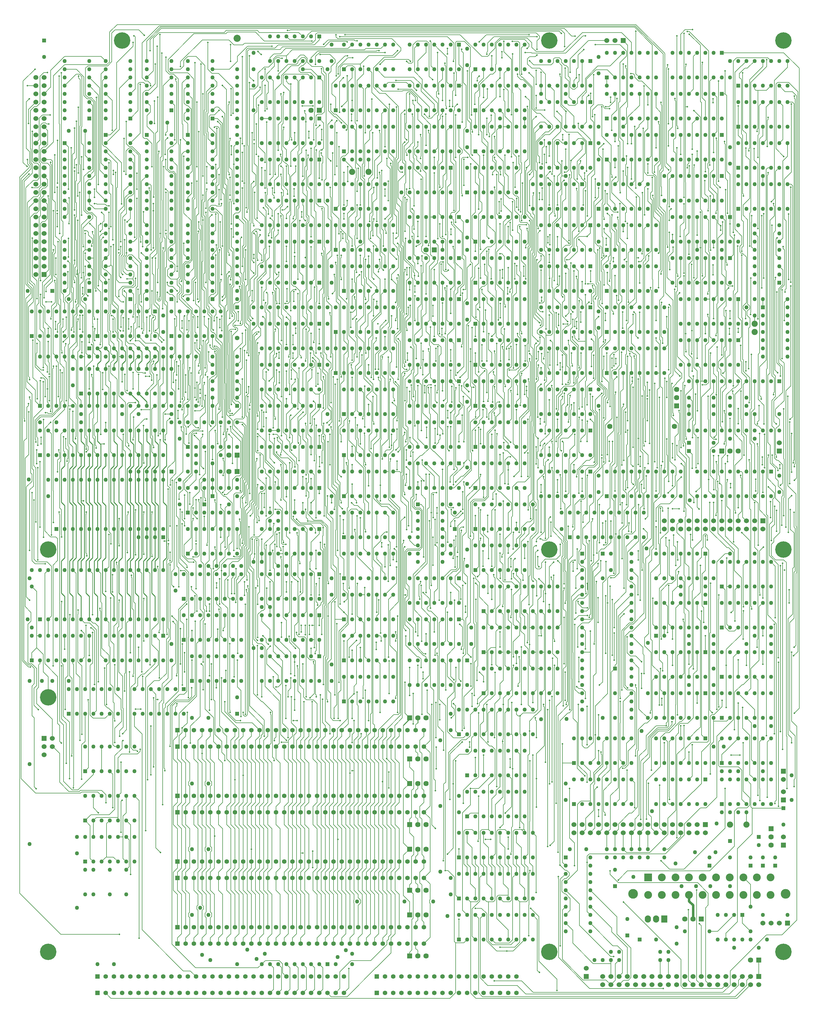
<source format=gbl>
G04*
G04  File:            MAINBOARD-V10.5.4.GBL, Thu Sep 11 23:01:09 2025*
G04  Source:          P-CAD 2006 PCB, Version 19.02.958, (D:\PCAD-2006\Projects\Pentagon-4096\Hardware\MainBoard-v10.5.4.PCB)*
G04  Format:          Gerber Format (RS-274-D), ASCII*
G04*
G04  Format Options:  Absolute Positioning*
G04                   Leading-Zero Suppression*
G04                   Scale Factor 1:1*
G04                   NO Circular Interpolation*
G04                   Inch Units*
G04                   Numeric Format: 4.4 (XXXX.XXXX)*
G04                   G54 NOT Used for Aperture Change*
G04                   Apertures Embedded*
G04*
G04  File Options:    Offset = (0.0mil,0.0mil)*
G04                   Drill Symbol Size = 80.0mil*
G04                   No Pad/Via Holes*
G04*
G04  File Contents:   Pads*
G04                   Vias*
G04                   No Designators*
G04                   No Types*
G04                   No Values*
G04                   No Drill Symbols*
G04                   Bottom*
G04*
%INMAINBOARD-V10.5.4.GBL*%
%ICAS*%
%MOIN*%
G04*
G04  Aperture MACROs for general use --- invoked via D-code assignment *
G04*
G04  General MACRO for flashed round with rotation and/or offset hole *
%AMROTOFFROUND*
1,1,$1,0.0000,0.0000*
1,0,$2,$3,$4*%
G04*
G04  General MACRO for flashed oval (obround) with rotation and/or offset hole *
%AMROTOFFOVAL*
21,1,$1,$2,0.0000,0.0000,$3*
1,1,$4,$5,$6*
1,1,$4,0-$5,0-$6*
1,0,$7,$8,$9*%
G04*
G04  General MACRO for flashed oval (obround) with rotation and no hole *
%AMROTOVALNOHOLE*
21,1,$1,$2,0.0000,0.0000,$3*
1,1,$4,$5,$6*
1,1,$4,0-$5,0-$6*%
G04*
G04  General MACRO for flashed rectangle with rotation and/or offset hole *
%AMROTOFFRECT*
21,1,$1,$2,0.0000,0.0000,$3*
1,0,$4,$5,$6*%
G04*
G04  General MACRO for flashed rectangle with rotation and no hole *
%AMROTRECTNOHOLE*
21,1,$1,$2,0.0000,0.0000,$3*%
G04*
G04  General MACRO for flashed rounded-rectangle *
%AMROUNDRECT*
21,1,$1,$2-$4,0.0000,0.0000,$3*
21,1,$1-$4,$2,0.0000,0.0000,$3*
1,1,$4,$5,$6*
1,1,$4,$7,$8*
1,1,$4,0-$5,0-$6*
1,1,$4,0-$7,0-$8*
1,0,$9,$10,$11*%
G04*
G04  General MACRO for flashed rounded-rectangle with rotation and no hole *
%AMROUNDRECTNOHOLE*
21,1,$1,$2-$4,0.0000,0.0000,$3*
21,1,$1-$4,$2,0.0000,0.0000,$3*
1,1,$4,$5,$6*
1,1,$4,$7,$8*
1,1,$4,0-$5,0-$6*
1,1,$4,0-$7,0-$8*%
G04*
G04  General MACRO for flashed regular polygon *
%AMREGPOLY*
5,1,$1,0.0000,0.0000,$2,$3+$4*
1,0,$5,$6,$7*%
G04*
G04  General MACRO for flashed regular polygon with no hole *
%AMREGPOLYNOHOLE*
5,1,$1,0.0000,0.0000,$2,$3+$4*%
G04*
G04  General MACRO for target *
%AMTARGET*
6,0,0,$1,$2,$3,4,$4,$5,$6*%
G04*
G04  General MACRO for mounting hole *
%AMMTHOLE*
1,1,$1,0,0*
1,0,$2,0,0*
$1=$1-$2*
$1=$1/2*
21,1,$2+$1,$3,0,0,$4*
21,1,$3,$2+$1,0,0,$4*%
G04*
G04*
G04  D10 : "Ellipse X8.0mil Y8.0mil H0.0mil 0.0deg (0.0mil,0.0mil) Draw"*
G04  Disc: OuterDia=0.0080*
%ADD10C, 0.0080*%
G04  D11 : "Ellipse X10.0mil Y10.0mil H0.0mil 0.0deg (0.0mil,0.0mil) Draw"*
G04  Disc: OuterDia=0.0100*
%ADD11C, 0.0100*%
G04  D12 : "Ellipse X15.0mil Y15.0mil H0.0mil 0.0deg (0.0mil,0.0mil) Draw"*
G04  Disc: OuterDia=0.0150*
%ADD12C, 0.0150*%
G04  D13 : "Ellipse X25.0mil Y25.0mil H0.0mil 0.0deg (0.0mil,0.0mil) Draw"*
G04  Disc: OuterDia=0.0250*
%ADD13C, 0.0250*%
G04  D14 : "Ellipse X30.0mil Y30.0mil H0.0mil 0.0deg (0.0mil,0.0mil) Draw"*
G04  Disc: OuterDia=0.0300*
%ADD14C, 0.0300*%
G04  D15 : "Ellipse X40.0mil Y40.0mil H0.0mil 0.0deg (0.0mil,0.0mil) Draw"*
G04  Disc: OuterDia=0.0400*
%ADD15C, 0.0400*%
G04  D16 : "Ellipse X5.0mil Y5.0mil H0.0mil 0.0deg (0.0mil,0.0mil) Draw"*
G04  Disc: OuterDia=0.0050*
%ADD16C, 0.0050*%
G04  D17 : "Ellipse X6.0mil Y6.0mil H0.0mil 0.0deg (0.0mil,0.0mil) Draw"*
G04  Disc: OuterDia=0.0060*
%ADD17C, 0.0060*%
G04  D18 : "Ellipse X9.8mil Y9.8mil H0.0mil 0.0deg (0.0mil,0.0mil) Draw"*
G04  Disc: OuterDia=0.0098*
%ADD18C, 0.0098*%
G04  D19 : "Ellipse X110.0mil Y110.0mil H0.0mil 0.0deg (0.0mil,0.0mil) Flash"*
G04  Disc: OuterDia=0.1100*
%ADD19C, 0.1100*%
G04  D20 : "Ellipse X200.0mil Y200.0mil H0.0mil 0.0deg (0.0mil,0.0mil) Flash"*
G04  Disc: OuterDia=0.2000*
%ADD20C, 0.2000*%
G04  D21 : "Ellipse X215.0mil Y215.0mil H0.0mil 0.0deg (0.0mil,0.0mil) Flash"*
G04  Disc: OuterDia=0.2150*
%ADD21C, 0.2150*%
G04  D22 : "Ellipse X50.0mil Y50.0mil H0.0mil 0.0deg (0.0mil,0.0mil) Flash"*
G04  Disc: OuterDia=0.0500*
%ADD22C, 0.0500*%
G04  D23 : "Ellipse X56.0mil Y56.0mil H0.0mil 0.0deg (0.0mil,0.0mil) Flash"*
G04  Disc: OuterDia=0.0560*
%ADD23C, 0.0560*%
G04  D24 : "Ellipse X60.0mil Y60.0mil H0.0mil 0.0deg (0.0mil,0.0mil) Flash"*
G04  Disc: OuterDia=0.0600*
%ADD24C, 0.0600*%
G04  D25 : "Ellipse X64.0mil Y64.0mil H0.0mil 0.0deg (0.0mil,0.0mil) Flash"*
G04  Disc: OuterDia=0.0640*
%ADD25C, 0.0640*%
G04  D26 : "Ellipse X65.0mil Y65.0mil H0.0mil 0.0deg (0.0mil,0.0mil) Flash"*
G04  Disc: OuterDia=0.0650*
%ADD26C, 0.0650*%
G04  D27 : "Ellipse X71.0mil Y71.0mil H0.0mil 0.0deg (0.0mil,0.0mil) Flash"*
G04  Disc: OuterDia=0.0710*
%ADD27C, 0.0710*%
G04  D28 : "Ellipse X75.0mil Y75.0mil H0.0mil 0.0deg (0.0mil,0.0mil) Flash"*
G04  Disc: OuterDia=0.0750*
%ADD28C, 0.0750*%
G04  D29 : "Ellipse X79.0mil Y79.0mil H0.0mil 0.0deg (0.0mil,0.0mil) Flash"*
G04  Disc: OuterDia=0.0790*
%ADD29C, 0.0790*%
G04  D30 : "Ellipse X90.0mil Y90.0mil H0.0mil 0.0deg (0.0mil,0.0mil) Flash"*
G04  Disc: OuterDia=0.0900*
%ADD30C, 0.0900*%
G04  D31 : "Ellipse X95.0mil Y95.0mil H0.0mil 0.0deg (0.0mil,0.0mil) Flash"*
G04  Disc: OuterDia=0.0950*
%ADD31C, 0.0950*%
G04  D32 : "Oval X75.0mil Y87.0mil H0.0mil 0.0deg (0.0mil,0.0mil) Flash"*
G04  Obround: DimX=0.0750, DimY=0.0870, Rotation=0.0, OffsetX=0.0000, OffsetY=0.0000, HoleDia=0.0000 *
%ADD32O, 0.0750 X0.0870*%
G04  D33 : "Oval X90.0mil Y102.0mil H0.0mil 0.0deg (0.0mil,0.0mil) Flash"*
G04  Obround: DimX=0.0900, DimY=0.1020, Rotation=0.0, OffsetX=0.0000, OffsetY=0.0000, HoleDia=0.0000 *
%ADD33O, 0.0900 X0.1020*%
G04  D34 : "Rectangle X110.0mil Y110.0mil H0.0mil 0.0deg (0.0mil,0.0mil) Flash"*
G04  Square: Side=0.1100, Rotation=0.0, OffsetX=0.0000, OffsetY=0.0000, HoleDia=0.0000*
%ADD34R, 0.1100 X0.1100*%
G04  D35 : "Rectangle X50.0mil Y50.0mil H0.0mil 0.0deg (0.0mil,0.0mil) Flash"*
G04  Square: Side=0.0500, Rotation=0.0, OffsetX=0.0000, OffsetY=0.0000, HoleDia=0.0000*
%ADD35R, 0.0500 X0.0500*%
G04  D36 : "Rectangle X56.0mil Y56.0mil H0.0mil 0.0deg (0.0mil,0.0mil) Flash"*
G04  Square: Side=0.0560, Rotation=0.0, OffsetX=0.0000, OffsetY=0.0000, HoleDia=0.0000*
%ADD36R, 0.0560 X0.0560*%
G04  D37 : "Rectangle X60.0mil Y60.0mil H0.0mil 0.0deg (0.0mil,0.0mil) Flash"*
G04  Square: Side=0.0600, Rotation=0.0, OffsetX=0.0000, OffsetY=0.0000, HoleDia=0.0000*
%ADD37R, 0.0600 X0.0600*%
G04  D38 : "Rectangle X64.0mil Y64.0mil H0.0mil 0.0deg (0.0mil,0.0mil) Flash"*
G04  Square: Side=0.0640, Rotation=0.0, OffsetX=0.0000, OffsetY=0.0000, HoleDia=0.0000*
%ADD38R, 0.0640 X0.0640*%
G04  D39 : "Rectangle X65.0mil Y65.0mil H0.0mil 0.0deg (0.0mil,0.0mil) Flash"*
G04  Square: Side=0.0650, Rotation=0.0, OffsetX=0.0000, OffsetY=0.0000, HoleDia=0.0000*
%ADD39R, 0.0650 X0.0650*%
G04  D40 : "Rectangle X71.0mil Y71.0mil H0.0mil 0.0deg (0.0mil,0.0mil) Flash"*
G04  Square: Side=0.0710, Rotation=0.0, OffsetX=0.0000, OffsetY=0.0000, HoleDia=0.0000*
%ADD40R, 0.0710 X0.0710*%
G04  D41 : "Rectangle X75.0mil Y75.0mil H0.0mil 0.0deg (0.0mil,0.0mil) Flash"*
G04  Square: Side=0.0750, Rotation=0.0, OffsetX=0.0000, OffsetY=0.0000, HoleDia=0.0000*
%ADD41R, 0.0750 X0.0750*%
G04  D42 : "Rectangle X75.0mil Y87.0mil H0.0mil 0.0deg (0.0mil,0.0mil) Flash"*
G04  Rectangular: DimX=0.0750, DimY=0.0870, Rotation=0.0, OffsetX=0.0000, OffsetY=0.0000, HoleDia=0.0000 *
%ADD42R, 0.0750 X0.0870*%
G04  D43 : "Rectangle X79.0mil Y79.0mil H0.0mil 0.0deg (0.0mil,0.0mil) Flash"*
G04  Square: Side=0.0790, Rotation=0.0, OffsetX=0.0000, OffsetY=0.0000, HoleDia=0.0000*
%ADD43R, 0.0790 X0.0790*%
G04  D44 : "Rectangle X90.0mil Y102.0mil H0.0mil 0.0deg (0.0mil,0.0mil) Flash"*
G04  Rectangular: DimX=0.0900, DimY=0.1020, Rotation=0.0, OffsetX=0.0000, OffsetY=0.0000, HoleDia=0.0000 *
%ADD44R, 0.0900 X0.1020*%
G04  D45 : "Rectangle X95.0mil Y95.0mil H0.0mil 0.0deg (0.0mil,0.0mil) Flash"*
G04  Square: Side=0.0950, Rotation=0.0, OffsetX=0.0000, OffsetY=0.0000, HoleDia=0.0000*
%ADD45R, 0.0950 X0.0950*%
G04  D46 : "Ellipse X102.0mil Y102.0mil H0.0mil 0.0deg (0.0mil,0.0mil) Flash"*
G04  Disc: OuterDia=0.1020*
%ADD46C, 0.1020*%
G04  D47 : "Ellipse X118.0mil Y118.0mil H0.0mil 0.0deg (0.0mil,0.0mil) Flash"*
G04  Disc: OuterDia=0.1180*
%ADD47C, 0.1180*%
G04  D48 : "Ellipse X133.0mil Y133.0mil H0.0mil 0.0deg (0.0mil,0.0mil) Flash"*
G04  Disc: OuterDia=0.1330*
%ADD48C, 0.1330*%
G04  D49 : "Ellipse X20.0mil Y20.0mil H0.0mil 0.0deg (0.0mil,0.0mil) Flash"*
G04  Disc: OuterDia=0.0200*
%ADD49C, 0.0200*%
G04  D50 : "Ellipse X35.0mil Y35.0mil H0.0mil 0.0deg (0.0mil,0.0mil) Flash"*
G04  Disc: OuterDia=0.0350*
%ADD50C, 0.0350*%
G04  D51 : "Ellipse X55.0mil Y55.0mil H0.0mil 0.0deg (0.0mil,0.0mil) Flash"*
G04  Disc: OuterDia=0.0550*
%ADD51C, 0.0550*%
G04  D52 : "Ellipse X70.0mil Y70.0mil H0.0mil 0.0deg (0.0mil,0.0mil) Flash"*
G04  Disc: OuterDia=0.0700*
%ADD52C, 0.0700*%
G04  D53 : "Ellipse X87.0mil Y87.0mil H0.0mil 0.0deg (0.0mil,0.0mil) Flash"*
G04  Disc: OuterDia=0.0870*
%ADD53C, 0.0870*%
G04*
%FSLAX44Y44*%
%SFA1B1*%
%OFA0.0000B0.0000*%
G04*
G70*
G90*
G01*
D2*
%LNBottom*%
D10*
X101560Y141720*
X101680Y141600D1*
X101600Y141440D2*
X101040Y142000D1*
X101920Y141440D2*
X101600D1*
Y141200D2*
X100880Y141920D1*
X101840Y141200D2*
X101600D1*
X101920Y146760D2*
X101560Y146400D1*
X101200Y148560D2*
X101920Y147840D1*
X101760Y149320D2*
X101360Y149720D1*
X101640Y167080D2*
X101200Y166640D1*
X101040Y168720D2*
X101400Y169080D1*
X101600Y173040D2*
Y173280D1*
X101400Y172840D2*
X101600Y173040D1*
X101880Y173720D2*
X101760Y173840D1*
X101160Y171400D2*
Y171160D1*
X101080Y171480D2*
X101160Y171400D1*
X101760Y176440D2*
X101600Y176600D1*
X101760Y176200D2*
Y176440D1*
X101880Y186680D2*
X101280Y186080D1*
X101880Y187240D2*
Y186680D1*
X101280Y187840D2*
X101880Y187240D1*
X100960Y202640D2*
X101440Y202160D1*
X101760Y202520D2*
X101920Y202360D1*
Y201880*
X101520Y202960D2*
X101480Y203000D1*
X101520Y202480D2*
Y202960D1*
X101720Y202280D2*
X101520Y202480D1*
X101720Y202040D2*
Y202280D1*
X101840Y204360D2*
X101920Y204280D1*
X101600Y207400D2*
Y209100D1*
X101720Y210400D2*
X101360Y210040D1*
X102560Y126360D2*
X102320Y126600D1*
X104580Y131500D2*
X104500D1*
Y134836D2*
Y132500D1*
X102280Y136520D2*
X102800Y136000D1*
X104000Y135336D2*
X102600Y136736D1*
X104000Y135336D2*
Y135336D1*
Y140000D2*
X103400Y140600D1*
X102040Y138880D2*
X102320Y139160D1*
X102600Y138920D2*
X102280Y138600D1*
X102856Y138720D2*
X102616Y138480D1*
X102600*
X103400Y142720D2*
X102600Y143520D1*
X103000Y141600D2*
Y142000D1*
X102856Y141456D2*
X103000Y141600D1*
X102600Y145000D2*
X103000D1*
X102040Y154120D2*
X102400Y153760D1*
X103640*
X102600Y154000D2*
X102280Y154320D1*
X104400Y153480D2*
X103880Y154000D1*
X102600*
X103600Y157760D2*
X104320Y157040D1*
X104600Y162680D2*
X104640Y162640D1*
X102040Y163800D2*
Y164680D1*
X102240Y165720D2*
X102520Y165440D1*
X102600Y165960D2*
Y167640D1*
X102040Y165360D2*
X102240Y165160D1*
X102760Y169080D2*
Y168200D1*
X102600Y169240D2*
X102760Y169080D1*
X103160Y169160D2*
Y168360D1*
X104400Y169600D2*
X104000Y170000D1*
X102520Y168840D2*
X102440Y168920D1*
X102520Y168600D2*
Y168840D1*
X103120Y171680D2*
X102600Y171160D1*
X104480Y171680D2*
X103120D1*
X103000Y173000D2*
X102440Y173560D1*
X103000Y173600D2*
X103040Y173640D1*
X103000Y173000D2*
Y173600D1*
X104000Y173400D2*
X103920Y173480D1*
X104000Y173000D2*
Y173400D1*
X104400Y172080D2*
X104560Y172240D1*
X104000Y172080D2*
X104400D1*
X103920Y172160D2*
X104000Y172080D1*
X103680Y172160D2*
X103920D1*
X103400Y172720D2*
X102240Y171560D1*
X103040Y171880D2*
X104440D1*
X102440Y171280D2*
X103040Y171880D1*
X104320Y172560D2*
X104389Y172629D1*
X104320Y172320D2*
Y172560D1*
X103920Y175080D2*
Y176240D1*
X102160Y176440D2*
X102680Y175920D1*
X103440Y176400D2*
X103160D1*
X103640Y176200D2*
X103440Y176400D1*
X103640Y174120D2*
Y176200D1*
X104000Y178400D2*
X104160Y178240D1*
X104000Y179000D2*
Y178400D1*
X104640Y177600D2*
Y177840D1*
X104560Y177520D2*
X104640Y177600D1*
X102560Y179400D2*
X102640Y179480D1*
X102560Y177960D2*
Y179400D1*
X103160Y177360D2*
X102560Y177960D1*
X103400Y177360D2*
X103160D1*
X103920Y177840D2*
X103600Y178160D1*
X103920Y177120D2*
Y177840D1*
X103000Y180800D2*
X102600Y181200D1*
X104000Y181500D2*
Y182440D1*
X103000Y182320D2*
X103400Y181920D1*
X103600Y182360D2*
X103400Y182560D1*
X104360Y183840D2*
Y183600D1*
X104400Y183880D2*
X104360Y183840D1*
X104400Y185120D2*
Y183880D1*
X104880Y185600D2*
X104400Y185120D1*
X102600Y185240D2*
X102880Y185520D1*
X103760Y185680D2*
X104400D1*
X103300Y185380D2*
X103600Y185080D1*
Y183189D2*
Y185080D1*
X103400Y184880D2*
X103080Y185200D1*
X103520Y187640D2*
X104400Y188520D1*
X104800Y188040D2*
X104880Y187960D1*
X104800Y188280D2*
Y188040D1*
X102840Y188480D2*
X102920Y188560D1*
X102840Y186320D2*
Y188480D1*
X102880Y186280D2*
X102840Y186320D1*
X102040Y186160D2*
Y187320D1*
X102640Y188240D2*
X102080Y188800D1*
X102640Y186080D2*
Y188240D1*
X103520D2*
X103500D1*
X103300Y188040*
X103520Y186160D2*
Y187640D1*
X103760Y187400D2*
Y186920D1*
Y187400D2*
X104560Y188200D1*
X104720Y191480D2*
X104880Y191640D1*
X104560Y191680D2*
X104640Y191760D1*
X104880Y192440D2*
X104640Y192680D1*
X103360Y195480D2*
X103080Y195200D1*
X103600Y195480D2*
X103360D1*
X103920Y195800D2*
X103600Y195480D1*
X103920Y197580D2*
Y195800D1*
X102920Y196000D2*
X103080Y196160D1*
X102600Y196480D2*
X102920Y196800D1*
X102360Y196480D2*
X102600D1*
X104000Y198320D2*
Y198560D1*
X104080Y198240D2*
X104000Y198320D1*
X103960Y199840D2*
Y200540D1*
X103640Y199520D2*
X103960Y199840D1*
X103400Y199520D2*
X103640D1*
X103080Y198200D2*
X103480Y198600D1*
Y198980*
X103500Y199000*
X102920Y198320D2*
X103080Y198480D1*
Y199200*
X103400Y199520*
X102200Y198480D2*
X102680D1*
X102920Y198720*
Y199420D2*
X103500Y200000D1*
X102920Y198720D2*
Y199420D1*
X102760Y199560D2*
X102080D1*
X102040Y199600*
X103080Y199880D2*
X102760Y199560D1*
X102920Y200720D2*
X102680Y200480D1*
X102200*
X104320Y202440D2*
Y202680D1*
X104400Y202360D2*
X104320Y202440D1*
X104360Y203000D2*
X103500D1*
X104560Y202800D2*
X104360Y203000D1*
X104240Y202240D2*
X103920Y202560D1*
X103320D2*
X103920D1*
X103080Y202800D2*
X103320Y202560D1*
X102920Y202680D2*
X103080Y202520D1*
X102080Y202800D2*
X102320Y202560D1*
X102680*
X102920Y202320*
X102080Y202440D2*
Y201320D1*
X102920Y205420D2*
X102500Y205000D1*
X103080Y204840D2*
X102920Y204680D1*
X103960Y206540D2*
Y204840D1*
X103640Y204520*
X103400*
X103080Y204200*
X103320Y208440D2*
X102920Y208040D1*
X104240Y208440D2*
X103320D1*
X103360Y207480D2*
X103080Y207200D1*
X103680Y207480D2*
X103360D1*
X103840Y207320D2*
X103680Y207480D1*
X104080Y207320D2*
X103840D1*
X102600Y209480D2*
X102360D1*
X103000Y209880D2*
X102600Y209480D1*
X103500Y211000D2*
X104320Y211820D1*
X103480Y213600D2*
X103000Y213120D1*
X103920Y213600D2*
X103480D1*
X107080Y126720D2*
X107120Y126760D1*
X107080Y126480D2*
Y126720D1*
X107800Y126040D2*
X106520D1*
X107920Y126160D2*
X107800Y126040D1*
X106520D2*
X105400Y127160D1*
X105880Y127280D2*
X106920Y126240D1*
X107640*
X106880Y130600D2*
X106920Y130640D1*
X106880Y130360D2*
Y130600D1*
X105640Y134880D2*
X106200Y134320D1*
X105400Y134600D2*
X105880Y134120D1*
X105400Y134080D2*
X105160Y134320D1*
X105400Y132120D2*
Y134080D1*
X106920Y139800D2*
X106600Y140120D1*
X107400Y140400D2*
X107880Y139920D1*
X106080Y139800D2*
X106400Y140120D1*
X105860Y141460D2*
X105600Y141720D1*
X107000Y141600D2*
Y142000D1*
X107120Y141480D2*
X107000Y141600D1*
X106600Y147120D2*
X106640Y147160D1*
X105600Y148880D2*
X105640Y148920D1*
Y149160*
X107640Y147640D2*
X107600Y147600D1*
X107640Y148120D2*
Y147640D1*
X106640Y147160D2*
Y147560D1*
D2*
D11*
X106600Y154100*
X107000Y154500D1*
X105600Y154100D2*
X106000Y154500D1*
X107000Y154100D2*
X107400Y154500D1*
D2*
D10*
X105640Y157280*
X105600Y157320D1*
X105640Y157040D2*
Y157280D1*
D2*
D11*
X106600Y161250*
X107000Y160850D1*
X105600Y161250D2*
X106000Y160850D1*
X107400D2*
X107000Y161250D1*
D2*
D10*
X105360Y159840*
X105400Y159800D1*
X105360Y160080D2*
Y159840D1*
X105600Y160360D2*
X105400Y160560D1*
X106400Y167600D2*
X106160Y167840D1*
X106400Y166600D2*
Y167600D1*
X106320Y166520D2*
X106400Y166600D1*
X106320Y166280D2*
Y166520D1*
D2*
D11*
X107000Y165700*
X106600Y165300D1*
X107000Y167000D2*
Y165700D1*
X106000D2*
X105600Y165300D1*
X106000Y167000D2*
Y165700D1*
D2*
D10*
Y167400*
X105880Y167520D1*
X106000Y167000D2*
Y167400D1*
D2*
D11*
X107400Y165700*
X107000Y165300D1*
D2*
D10*
X106400Y165960*
X106560Y166120D1*
X105400Y166640D2*
X105160Y166400D1*
X105400Y167320D2*
Y166640D1*
X105320Y167400D2*
X105400Y167320D1*
X105320Y167640D2*
Y167400D1*
X105400Y166120D2*
X105560Y166280D1*
X107360Y169240D2*
X107400Y169280D1*
X107360Y169000D2*
Y169240D1*
D2*
D11*
X107000Y168700*
X107400Y168300D1*
X107000Y170000D2*
Y168700D1*
D2*
D10*
X105560Y169560*
X106000Y170000D1*
X105560Y173480D2*
Y172760D1*
X105720Y173640D2*
X105560Y173480D1*
X106640Y172360D2*
Y172600D1*
X106600Y172320D2*
X106640Y172360D1*
X106000Y173400D2*
X105960Y173440D1*
X106000Y173000D2*
Y173400D1*
Y173000D2*
Y172560D1*
X106440Y173000D2*
X107000D1*
X106400Y172960D2*
X106440Y173000D1*
X105400Y173840D2*
X105480Y173920D1*
X105400Y172840D2*
Y173840D1*
X107440Y178560D2*
X107000Y179000D1*
Y179760*
X106000Y178520D2*
X106200Y178320D1*
X106000Y179000D2*
Y178520D1*
X105960Y177640D2*
X105440Y178160D1*
X105680Y179720D2*
X105600Y179800D1*
X105680Y179480D2*
Y179720D1*
X107600Y179560D2*
X107880Y179840D1*
X105840Y182000D2*
X106200Y182360D1*
X106160Y180320D2*
Y180560D1*
X106000Y180160D2*
X106160Y180320D1*
X105440Y182800D2*
X105560Y182920D1*
X106600Y180600D2*
X106440Y180440D1*
X105600Y182440D2*
X105800Y182640D1*
X105160Y182000D2*
Y182920D1*
X106440Y181400D2*
X105840Y180800D1*
X106840Y182480D2*
Y182240D1*
X107000Y182640D2*
X106840Y182480D1*
X107560Y184960D2*
X107760Y185160D1*
X107560Y184000D2*
Y184960D1*
X107400Y183840D2*
X107560Y184000D1*
X107640Y183320D2*
Y183560D1*
X107560Y183240D2*
X107640Y183320D1*
X107400Y185280D2*
X107600Y185480D1*
X107400Y184200D2*
Y185280D1*
X107160Y183960D2*
X107400Y184200D1*
X106920Y185840D2*
X106600Y185520D1*
X107360Y185680D2*
Y185920D1*
X105400Y185240D2*
X105200Y185440D1*
X105400Y183160D2*
Y185240D1*
X106080Y185840D2*
X106440Y185480D1*
X106000Y185560D2*
X105880Y185680D1*
X106000Y184500D2*
Y185560D1*
X107000Y184880D2*
X107080Y184960D1*
X107000Y184500D2*
Y184880D1*
X106000Y187000D2*
X106400Y187400D1*
X107200Y188280D2*
Y188040D1*
X107120Y188360D2*
X107200Y188280D1*
X106800Y186880D2*
X106920Y186760D1*
X107440Y188640D2*
X107280Y188800D1*
X106400Y186480D2*
X106080Y186160D1*
X106440Y186480D2*
X106400D1*
X106640Y186680D2*
X106440Y186480D1*
X105880Y186560D2*
X105600Y186840D1*
X107080Y187360D2*
X106960Y187480D1*
X107760Y189120D2*
X107840Y189200D1*
X107200Y190280D2*
X107120Y190200D1*
X107200Y190720D2*
Y190280D1*
X107520Y189520D2*
X107600Y189600D1*
X107520Y189040D2*
Y189520D1*
X107280Y189840D2*
X107440Y190000D1*
X106400Y190640D2*
X106640Y190400D1*
X107440Y193160D2*
X107360Y193240D1*
X105600Y193520D2*
X105800Y193720D1*
X107440Y197720D2*
X107360Y197800D1*
X107440Y196040D2*
Y197720D1*
X107360Y195960D2*
X107440Y196040D1*
X106560Y195440D2*
X106587Y195467D1*
X106560Y195200D2*
Y195440D1*
X106400Y196400D2*
Y197600D1*
X106000Y196000D2*
X106400Y196400D1*
X105800Y195440D2*
X105600Y195640D1*
X107600Y200040D2*
Y198560D1*
X107920Y200360D2*
X107600Y200040D1*
X107360Y200360D2*
X107440Y200440D1*
X106587Y198292D2*
X106560Y198320D1*
X107200Y202960D2*
Y202000D1*
X107440Y203200D2*
X107200Y202960D1*
X107840Y202440D2*
X107920Y202360D1*
X106960Y203600D2*
X107200Y203840D1*
X106480Y204520D2*
X106000Y205000D1*
X107920Y207120D2*
X107840Y207040D1*
X105400Y207320D2*
X105360Y207360D1*
X107720Y212920D2*
X107920Y212720D1*
X107440Y214000D2*
X106000D1*
X107400Y213400D2*
X107800D1*
X109120Y117880D2*
X109500Y117500D1*
Y122500D2*
Y120500D1*
Y122500D2*
X109880Y122880D1*
X108500Y122500D2*
X109120Y121880D1*
X109500Y124060D2*
Y125500D1*
X110120Y123440D2*
X109500Y124060D1*
X108920Y128920D2*
X108500Y128500D1*
X109500Y128100D2*
Y128500D1*
Y135500D2*
X109880Y135880D1*
X108880Y136960D2*
X108920Y136920D1*
X108880Y137200D2*
Y136960D1*
X108500Y138500D2*
X108600Y138600D1*
X109120Y141400D2*
X109400Y141680D1*
X109720Y146520D2*
X110120Y146120D1*
X109480Y146520D2*
X109720D1*
X108040Y145640D2*
X108400Y145280D1*
X109280Y145960D2*
X109200D1*
X109640Y145600D2*
X109280Y145960D1*
X109880Y145720D2*
X109040Y146560D1*
X108440*
X110400Y149120D2*
X110560Y148960D1*
X110320Y148080D2*
X110400Y148000D1*
X110320Y148320D2*
Y148080D1*
X108720Y154960D2*
X108600Y155080D1*
X108720Y154720D2*
Y154960D1*
D2*
D11*
X109600Y154100*
X110000Y154500D1*
X108600Y154100D2*
X109000Y154500D1*
Y154100D2*
X109400Y154500D1*
X110000Y154100D2*
X110400Y154500D1*
D2*
D10*
X108640Y159840*
Y160080D1*
X108600Y159800D2*
X108640Y159840D1*
D2*
D11*
X109600Y161250*
X110000Y160850D1*
X108600Y161250D2*
X109000Y160850D1*
X109400D2*
X109000Y161250D1*
X110400Y160850D2*
X110000Y161250D1*
Y165700D2*
X109600Y165300D1*
X110000Y167000D2*
Y165700D1*
D2*
D10*
Y167000*
X109600Y167400D1*
D2*
D11*
X109000Y165700*
X108600Y165300D1*
X109000Y167000D2*
Y165700D1*
X109400D2*
X109000Y165300D1*
X110000D2*
X110400Y165700D1*
D2*
D10*
X108880Y167640*
X108640Y167400D1*
X109600Y168960D2*
X109440Y169120D1*
X108600Y168960D2*
X108440Y169120D1*
D2*
D11*
X109000Y168700*
X109400Y168300D1*
X109000Y170000D2*
Y168700D1*
D2*
D10*
X110480Y168360*
X110400Y168280D1*
X110800Y168360D2*
X110480D1*
D2*
D11*
X110000Y168700*
Y170000D1*
X110400Y168300D2*
X110000Y168700D1*
D2*
D10*
X109760Y168200*
X109840Y168120D1*
X109760Y169280D2*
Y168200D1*
X109600Y169440D2*
X109760Y169280D1*
X109600Y170680D2*
Y169440D1*
X108760Y168200D2*
X108880Y168080D1*
X108760Y169280D2*
Y168200D1*
X108600Y169440D2*
X108760Y169280D1*
D2*
D11*
X110400Y168280*
Y168300D1*
D2*
D10*
X109440Y171440*
X109560Y171560D1*
X109000Y171960D2*
X109400Y172360D1*
X110000Y173000D2*
Y171080D1*
X109320Y176560D2*
Y176800D1*
X109400Y176480D2*
X109320Y176560D1*
X110000Y179000D2*
X109560Y179440D1*
X109000Y179000D2*
X108600Y179400D1*
X110000Y177500D2*
X110400Y177100D1*
D2*
D11*
X110000Y178100*
X110400Y178500D1*
X110000Y177500D2*
Y178100D1*
D2*
D10*
X109400Y178560*
X108600Y177760D1*
D2*
D11*
X110400Y178500*
Y179600D1*
D2*
D10*
X109440Y180760*
Y182640D1*
X109560Y180640D2*
X109440Y180760D1*
X109320Y180480D2*
X109400Y180400D1*
X110360Y180720D2*
X110400Y180760D1*
X110360Y180480D2*
Y180720D1*
X109680Y182160D2*
Y182400D1*
X109600Y182080D2*
X109680Y182160D1*
X109600Y181040D2*
Y182080D1*
X109680Y180960D2*
X109600Y181040D1*
X109000Y181500D2*
Y180720D1*
X109400Y183080D2*
X109440Y183040D1*
X108600Y185320D2*
X108080Y185840D1*
X109640Y183800D2*
X109560Y183880D1*
X109640Y183560D2*
Y183800D1*
X108760Y188480D2*
X109000D1*
X108600Y188320D2*
X108760Y188480D1*
X108600Y186640D2*
Y188320D1*
X108840Y186400D2*
X108600Y186640D1*
X108440Y188760D2*
X108520Y188840D1*
X108440Y186560D2*
Y188760D1*
X108080Y186200D2*
X108440Y186560D1*
X108200Y187400D2*
Y186640D1*
X110600Y188040D2*
X110280Y188360D1*
X109800Y187240D2*
X109720Y187320D1*
X109800Y187000D2*
Y187240D1*
X110400Y186880D2*
X109880Y187400D1*
X108520Y190880D2*
Y191600D1*
X109000Y190400D2*
X108520Y190880D1*
X109000Y190000D2*
Y190400D1*
Y190000D2*
X109400Y189600D1*
X108280Y189240D2*
Y191760D1*
X109560Y191000D2*
X109000D1*
X110600Y189840D2*
Y190600D1*
X110880Y189560D2*
X110600Y189840D1*
X110360Y194240D2*
X110625Y194505D1*
X109400Y193960D2*
X109560Y193800D1*
X109400Y194200D2*
Y193960D1*
X110720Y193520D2*
X110440Y193240D1*
X110280Y193680D2*
X110600Y194000D1*
X108720Y194320D2*
X108480D1*
X108920Y194120D2*
X108720Y194320D1*
X108920Y193800D2*
Y194120D1*
X109400Y193320D2*
X108920Y193800D1*
X109400Y192800D2*
Y193320D1*
X109320Y192720D2*
X109400Y192800D1*
X109320Y192480D2*
Y192720D1*
X108280Y192640D2*
Y192400D1*
X108240Y192680D2*
X108280Y192640D1*
X108240Y194680D2*
Y192680D1*
X109000Y196000D2*
X108040Y195040D1*
X110800Y196280D2*
X110520Y196560D1*
X110800Y195495D2*
Y196280D1*
X110625Y195320D2*
X110800Y195495D1*
X109880Y197640D2*
X109960Y197560D1*
X109640Y197640D2*
X109880D1*
X109440Y196200D2*
Y195880D1*
X109240Y196400D2*
X109440Y196200D1*
X108760Y196400D2*
X109240D1*
X108360Y196800D2*
X108760Y196400D1*
X109160Y197440D2*
X109000Y197600D1*
X109240Y197440D2*
X109160D1*
X109680Y197000D2*
X109240Y197440D1*
X108880Y196560D2*
X108560Y196880D1*
X109320Y196560D2*
X108880D1*
X109880Y196000D2*
X109320Y196560D1*
X109640Y198400D2*
Y199400D1*
X108960Y200560D2*
X109200D1*
X108560Y200160D2*
X108960Y200560D1*
X109120Y201560D2*
X109000D1*
X109400Y201840D2*
X109120Y201560D1*
X108500Y203500D2*
X109000Y203000D1*
X110880Y204560D2*
X110600Y204840D1*
X108040Y205000D2*
X108320Y204720D1*
X108040Y206920D2*
Y205000D1*
X110120Y210880D2*
X109000Y212000D1*
X108760Y210400D2*
X108360Y210800D1*
X109160Y210400D2*
X108760D1*
X108880Y210560D2*
X108560Y210880D1*
X109240Y210560D2*
X108880D1*
X109720Y210080D2*
X109240Y210560D1*
X108560Y214120D2*
X108840Y214400D1*
X113500Y116500D2*
X113880Y116880D1*
X111120Y118040D2*
X111040D1*
X111960D2*
X112500Y117500D1*
X111120Y118040D2*
X111960D1*
X113120Y117880D2*
X113500Y117500D1*
X111120Y122120D2*
X111500Y122500D1*
X113120Y120500D2*
X112500D1*
Y122880D2*
Y122500D1*
X113880Y120120D2*
X113500Y120500D1*
X112500Y125500D2*
X112880Y125880D1*
X113500Y123420D2*
Y125500D1*
X113120Y123040D2*
X113500Y123420D1*
X112880Y124840D2*
X113000Y124960D1*
X112120Y123880D2*
X111440Y123200D1*
X111040Y124680D2*
Y125640D1*
X111880Y128120D2*
X111500Y128500D1*
X112960Y130600D2*
X112500Y130140D1*
X112100Y131500D2*
X112500D1*
X111880Y131720D2*
X112100Y131500D1*
X113000Y131280D2*
X112120Y130400D1*
X113560Y133560D2*
X113080Y133080D1*
X112720Y133440D2*
Y132760D1*
X113160Y133880D2*
X112720Y133440D1*
X112120Y134880D2*
Y134640D1*
X112960Y134560D2*
X112120Y133720D1*
X113120Y132240D2*
X113080D1*
X113000Y132160*
X113080Y136200D2*
X113160Y136120D1*
X111920Y136920D2*
X112040Y136800D1*
X112880Y136000D2*
X112960Y135920D1*
X112880Y137280D2*
Y136000D1*
X111360Y136200D2*
X111880Y135680D1*
X111240Y136200D2*
X111360D1*
X112600Y140560D2*
X113080Y140080D1*
X111560Y139120D2*
X111920Y138760D1*
X113320Y140400D2*
X113400Y140480D1*
X113320Y138280D2*
Y140400D1*
X112440Y138560D2*
X112500Y138500D1*
X111400Y143760D2*
X111560Y143600D1*
X111400Y141720D2*
X111120Y141440D1*
X111400Y142640D2*
Y141720D1*
X113000Y145920D2*
X112600Y145520D1*
X112000Y146160D2*
Y145000D1*
X112400Y146560D2*
X112000Y146160D1*
X112600Y146120D2*
X112440Y145960D1*
X112640Y149080D2*
X112600Y149040D1*
X112640Y149320D2*
Y149080D1*
X111840Y152440D2*
Y150320D1*
D2*
D11*
X112600Y154100*
X113000Y154500D1*
X111600Y154100D2*
X112000Y154500D1*
X112400D2*
X112000Y154100D1*
D2*
D10*
X112360Y153680*
X112400Y153640D1*
X112360Y153920D2*
Y153680D1*
X113640Y155360D2*
X113600Y155400D1*
X113640Y155120D2*
Y155360D1*
X112640Y156200D2*
X112600Y156240D1*
X111640Y157440D2*
Y156200D1*
X111400Y157680D2*
X111640Y157440D1*
D2*
D11*
X112600Y161250*
X113000Y160850D1*
X111600Y161250D2*
X112000Y160850D1*
Y161250D2*
X112400Y160850D1*
D2*
D10*
X112640Y159040*
Y159280D1*
X113760Y159840D2*
Y160080D1*
X113600Y159680D2*
X113760Y159840D1*
D2*
D11*
X113000Y165700*
X112600Y165300D1*
X113000Y167000D2*
Y165700D1*
X112000D2*
X111600Y165300D1*
X112000Y167000D2*
Y165700D1*
D2*
D10*
Y167000*
X111600Y167400D1*
D2*
D11*
X112400Y165700*
X112000Y165300D1*
D2*
D10*
X113400Y167440*
X113160Y167680D1*
X113000Y168720D2*
X112400Y169320D1*
D2*
D11*
X112000Y168700*
X112400Y168300D1*
X112000Y170000D2*
Y168700D1*
D2*
D10*
X113800Y168360*
X113600Y168560D1*
X113800Y168120D2*
Y168360D1*
X113600Y173200D2*
X113800Y173400D1*
X111600Y175880D2*
X111400Y176080D1*
X113360Y175015D2*
Y176840D1*
X113375Y175000D2*
X113360Y175015D1*
X113375Y174725D2*
Y175000D1*
X113600Y174500D2*
X113375Y174725D1*
X112600Y179000D2*
X113000D1*
X112000Y178600D2*
Y179000D1*
X111627Y178227D2*
X112000Y178600D1*
D2*
D11*
X111400Y178500*
Y179600D1*
X112000Y178100D2*
Y177500D1*
X112400Y178500D2*
X112000Y178100D1*
X112400Y179600D2*
Y178500D1*
X113400D2*
Y179600D1*
X113000Y178100D2*
X113400Y178500D1*
X113000Y177500D2*
Y178100D1*
D2*
D10*
X111600Y179400*
X112000Y179000D1*
X112600Y180800D2*
X112400Y181000D1*
Y181880*
X112160Y182120*
X111400Y180480D2*
X111600Y180280D1*
X112560Y182360D2*
X112800Y182120D1*
X112000Y180520D2*
X111600Y180920D1*
X112560Y181960D2*
X112400Y182120D1*
X112560Y181280D2*
Y181960D1*
X113000Y180840D2*
X112560Y181280D1*
X113400Y180440D2*
X113600Y180240D1*
X111280Y182040D2*
X111400Y181920D1*
Y180480*
X111600Y182080D2*
X111480Y182200D1*
X111600Y180920D2*
Y182080D1*
X113860Y180580D2*
X113560Y180880D1*
X112920Y185680D2*
X113160D1*
X111960Y185760D2*
X112560Y185160D1*
X111600Y185320D2*
X111640Y185360D1*
X113000Y184120D2*
Y184500D1*
X112880Y184000D2*
X113000Y184120D1*
X111400Y184320D2*
X111280Y184200D1*
X111600Y184240D2*
Y185320D1*
X111480Y184120D2*
X111600Y184240D1*
X112160Y183680D2*
X111840Y184000D1*
X111720*
X112400Y184800D2*
X111800Y185400D1*
X112360Y188320D2*
X112680Y188000D1*
X113080Y187560D2*
X112600Y187080D1*
Y186320*
X113560Y186720D2*
X113280Y187000D1*
Y187400D2*
X113040Y187160D1*
Y186560*
X113400Y186200*
X112640Y188840D2*
X112840Y188640D1*
X113560Y191120D2*
X113840Y191400D1*
X113560Y190440D2*
Y191120D1*
X111640Y190160D2*
X111480Y190000D1*
X111800D2*
X111640Y190160D1*
X112840Y191520D2*
X112640Y191320D1*
X113080Y191440D2*
X112880Y191240D1*
Y189200*
X113320Y191360D2*
X113120Y191160D1*
Y189440*
X113560Y191640D2*
Y191360D1*
X113360Y189760D2*
X113640Y189480D1*
X113360Y191160D2*
Y189760D1*
X113560Y191360D2*
X113360Y191160D1*
X113560Y193760D2*
X113360Y193960D1*
X111160Y197360D2*
X111400D1*
X113360Y196920D2*
X112840Y196400D1*
X113200Y197320D2*
X112600Y196720D1*
X113560Y196440D2*
X113080Y195960D1*
X112440Y199640D2*
X112360Y199560D1*
X111640Y200080D2*
X111880Y199840D1*
X111640Y198720D2*
X111400Y198960D1*
X111960Y201200D2*
Y201680D1*
X111440Y203000D2*
X111640Y202800D1*
X113840Y204400D2*
X113480Y204040D1*
X113880Y204560D2*
X113520Y204920D1*
X112360Y206800D2*
X111560Y206000D1*
X111240Y214400D2*
X111760Y214920D1*
X111160Y214560D2*
X111480Y214880D1*
X111760Y218400D2*
X112160Y218800D1*
X115080Y124920D2*
X114500Y125500D1*
X114080Y131360D2*
X114360Y131080D1*
X116840Y129280D2*
X116880Y129320D1*
X116840Y129040D2*
Y129280D1*
X115200Y130920D2*
X114880Y130600D1*
X115200Y131160D2*
Y130920D1*
X114720Y131080D2*
X114880Y130920D1*
X114360Y131080D2*
X114720D1*
X114500Y133960D2*
X115440Y133020D1*
X114640Y136080D2*
X115280D1*
X116840Y137200D2*
Y137440D1*
X116880Y137160D2*
X116840Y137200D1*
X114600Y139240D2*
X114080Y138720D1*
X115400Y140320D2*
X115720D1*
X114920Y139840D2*
X115400Y140320D1*
X114920Y138920D2*
Y139840D1*
X114500Y138500D2*
X114920Y138920D1*
X115520Y138520D2*
X115500Y138500D1*
X115520Y140080D2*
Y138520D1*
X114360Y140320D2*
Y140080D1*
X114400Y140360D2*
X114360Y140320D1*
X116120Y138720D2*
X116920Y139520D1*
X115000Y142000D2*
Y143600D1*
X115640Y144600D2*
Y144360D1*
X115600Y144640D2*
X115640Y144600D1*
Y149280D2*
X115600Y149240D1*
X115640Y149520D2*
Y149280D1*
X114400Y149120D2*
X114600Y148920D1*
X114200Y148320D2*
X114400Y148120D1*
X114160Y152120D2*
X114200Y152080D1*
X114160Y152360D2*
Y152120D1*
D2*
D11*
X114600Y154100*
X115000Y154500D1*
X115600Y154100D2*
X116000Y154500D1*
Y154100D2*
X116400Y154500D1*
X115000Y154100D2*
X115400Y154500D1*
D2*
D10*
X115640Y155160*
X115600Y155200D1*
X115640Y154920D2*
Y155160D1*
X114640Y155120D2*
Y154880D1*
X114600Y155160D2*
X114640Y155120D1*
X116640Y154920D2*
X116600Y154960D1*
X116640Y154680D2*
Y154920D1*
D2*
D11*
X115000Y158000*
Y157000D1*
X116000Y158000D2*
Y157000D1*
X114600Y161250D2*
X115000Y160850D1*
X115600Y161250D2*
X116000Y160850D1*
X116400D2*
X116000Y161250D1*
X115400Y160850D2*
X115000Y161250D1*
D2*
D10*
X115640Y159840*
Y160080D1*
X115600Y159800D2*
X115640Y159840D1*
X114640Y160080D2*
X114600Y160040D1*
X114640Y160320D2*
Y160080D1*
X116640Y159840D2*
Y160080D1*
X116600Y159800D2*
X116640Y159840D1*
D2*
D11*
X115000Y165700*
X114600Y165300D1*
X115000Y167000D2*
Y165700D1*
D2*
D10*
Y167000*
X114600Y167400D1*
D2*
D11*
X116000Y165700*
X115600Y165300D1*
X116000Y167000D2*
Y165700D1*
X116400D2*
X116000Y165300D1*
X115400Y165700D2*
X115000Y165300D1*
D2*
D10*
X115640Y166280*
X115600Y166320D1*
X115640Y166040D2*
Y166280D1*
X114360Y169120D2*
X114400Y169160D1*
X114360Y168880D2*
Y169120D1*
X116760Y168240D2*
X116840Y168160D1*
X116760Y169280D2*
Y168240D1*
X116600Y169440D2*
X116760Y169280D1*
X116600Y168960D2*
X116440Y169120D1*
D2*
D11*
X116000Y168700*
X116400Y168300D1*
X116000Y170000D2*
Y168700D1*
X115000D2*
X115400Y168300D1*
X115000Y170000D2*
Y168700D1*
X116000Y173000D2*
Y173500D1*
D2*
D10*
X115760Y171400*
X116000D1*
X115360Y172520D2*
X116440D1*
D2*
D11*
X115000Y173000*
Y173500D1*
D2*
D10*
X116360Y176600*
X115880D1*
X115000Y174500D2*
Y176840D1*
X116840Y175720D2*
Y176880D1*
X116000Y174880D2*
X116840Y175720D1*
X116000Y174500D2*
Y174880D1*
X116600Y176720D2*
X116400Y176920D1*
X116600Y176120D2*
Y176720D1*
D2*
D11*
X116400Y178500*
X116000Y178100D1*
X116400Y179600D2*
Y178500D1*
X114400D2*
Y179600D1*
X115000Y178100D2*
Y177500D1*
X115400Y178500D2*
X115000Y178100D1*
X115400Y179600D2*
Y178500D1*
D2*
D10*
X116840Y178200*
Y178440D1*
X116600Y177960D2*
X116840Y178200D1*
X116600Y177120D2*
Y177960D1*
Y178400D2*
Y178600D1*
X116400Y178200D2*
X116600Y178400D1*
X114600Y178600D2*
X115000Y179000D1*
X114600Y177360D2*
Y178600D1*
X114880Y177080D2*
X114600Y177360D1*
X115480Y177080D2*
X114880D1*
D2*
D11*
X116000Y178100*
Y177500D1*
D2*
D10*
X114617Y182320*
X114840Y182542D1*
X114617Y181302D2*
Y182320D1*
X114640Y181280D2*
X114617Y181302D1*
X114120Y182640D2*
Y182000D1*
X115640Y182200D2*
X115520Y182080D1*
Y181880*
X116520Y181000D2*
Y181760D1*
X116600Y181840*
X115000Y181500D2*
X115860Y180640D1*
X114640Y180920D2*
Y181280D1*
Y180920D2*
X115080D1*
X114360Y184080D2*
Y183840D1*
X114400Y184120D2*
X114360Y184080D1*
X115120Y185360D2*
X115400Y185080D1*
X114600Y183200D2*
Y185320D1*
X114720Y185440*
X116600Y185320D2*
X116640Y185360D1*
X116600Y184160D2*
Y185320D1*
X115600Y183160D2*
X115640Y183120D1*
X116400Y184900D2*
X116000Y184500D1*
X115000Y184880D2*
X114960Y184920D1*
X115000Y184500D2*
Y184880D1*
Y184120D2*
X115080Y184040D1*
X115000Y184500D2*
Y184120D1*
X116600Y183600D2*
X116800Y183800D1*
X116740Y184020D2*
X116600Y184160D1*
X116940Y184020D2*
X116740D1*
X116360Y183880D2*
X116400Y183960D1*
X115200Y186600D2*
X115120Y186520D1*
X116000Y187000D2*
X115600Y186600D1*
X114720Y187360D2*
X114920Y187560D1*
X114640Y187680D2*
X114360Y187400D1*
X114640Y188520D2*
Y187680D1*
X114440Y188760D2*
X114360Y188680D1*
Y188320D2*
X114440Y188240D1*
Y187800D2*
X114200Y187560D1*
X114440Y188240D2*
Y187800D1*
X114360Y188680D2*
Y188480D1*
Y188320*
X114200Y191400D2*
X115200Y190400D1*
X116680Y191000D2*
Y189120D1*
X114240Y189480D2*
X114440Y189280D1*
X115360Y190680D2*
X115040Y191000D1*
X115360Y191640D2*
X116000Y191000D1*
X115360Y193840D2*
X115520Y193680D1*
X114800Y193400D2*
X114400Y193000D1*
X116200Y192560D2*
X116400Y192760D1*
X116160Y192560D2*
X116200D1*
X116000Y192400D2*
X116160Y192560D1*
X115280Y193480D2*
Y192960D1*
X115200Y193560D2*
X115280Y193480D1*
X115520Y193680D2*
Y192400D1*
X116800Y196760D2*
Y197640D1*
X115600Y196640D2*
Y195400D1*
X114400Y198840D2*
X114120Y198560D1*
X116840Y198680D2*
X116880Y198720D1*
X116840Y198440D2*
Y198680D1*
X116400Y200000D2*
X116560Y199840D1*
X116000Y200000D2*
X116400D1*
X116320Y199280D2*
Y199520D1*
X116400Y199200D2*
X116320Y199280D1*
X116000Y205560D2*
X116640Y204920D1*
X115720Y205560D2*
X116000D1*
X115560Y205720D2*
X115720Y205560D1*
X116440Y208760D2*
Y209560D1*
X116040Y208360D2*
X116440Y208760D1*
X116040Y207040D2*
Y208360D1*
X115600Y212400D2*
X116000Y212000D1*
X115120Y212400D2*
X115600D1*
X114960Y212240D2*
X115120Y212400D1*
X116400Y211000D2*
X116000D1*
X116480Y212240D2*
Y212000D1*
X116160Y212560D2*
X116480Y212240D1*
X115840Y212560D2*
X116160D1*
X115880Y211440D2*
X115560Y211120D1*
X116240Y211440D2*
X115880D1*
X116400Y217600D2*
Y216280D1*
X115040Y218800D2*
X115720Y218120D1*
X114360Y217280D2*
Y216800D1*
X114440Y218080D2*
X114480D1*
X114600Y217960*
X119750Y116700D2*
X119250Y116200D1*
X119750D2*
Y115500D1*
X117680Y118600D2*
X117120Y119160D1*
X119250Y122000D2*
X119750Y121500D1*
Y124700D2*
X119250Y124200D1*
X119750Y125500D2*
Y124700D1*
Y124200D2*
Y123500D1*
X118200Y128800D2*
X118120Y128880D1*
X118200Y128560D2*
Y128800D1*
X119250Y130000D2*
X119750Y129500D1*
Y131500D2*
Y130000D1*
X118840Y131760D2*
X118880Y131800D1*
X118840Y131520D2*
Y131760D1*
X119750Y132750D2*
X119250Y132250D1*
X119750Y133500D2*
Y132750D1*
X118280Y136280D2*
Y136680D1*
X118120Y136120D2*
X118280Y136280D1*
X119080Y136440D2*
X119600Y136960D1*
X118880Y136480D2*
X119560Y137160D1*
X117360Y137240D2*
X117120D1*
Y137880*
X118500Y136380D2*
Y135500D1*
X119500Y136300D2*
Y135500D1*
X119680Y136480D2*
X119500Y136300D1*
X119680Y136720D2*
Y136480D1*
X117500Y136780D2*
Y135500D1*
X117880Y137160D2*
X117500Y136780D1*
X118080Y136840D2*
X117960Y136720D1*
X119640Y140360D2*
X119720Y140440D1*
X119640Y140120D2*
Y140360D1*
X117520Y139520D2*
X118400Y140400D1*
X118600Y139840D2*
X117880Y139120D1*
X119080Y139720D2*
X118080Y138720D1*
X117400Y141440D2*
Y143120D1*
X119520Y141640D2*
X119080Y141200D1*
X118480Y145400D2*
Y145160D1*
X118440Y145440D2*
X118480Y145400D1*
X118720Y145800D2*
X118600Y145920D1*
X118720Y144880D2*
Y145800D1*
X118400Y144560D2*
X118720Y144880D1*
X117520Y145640D2*
X117600Y145720D1*
X117520Y145400D2*
Y145640D1*
X118880Y144560D2*
X118600Y144280D1*
X118880Y146680D2*
Y144560D1*
X118840Y146720D2*
X118880Y146680D1*
X119200Y146720D2*
X119520Y146400D1*
X119040Y151200D2*
X119280Y150960D1*
X119040Y152800D2*
Y151200D1*
X118600Y154400D2*
X118440Y154240D1*
X118600Y155920D2*
Y154400D1*
D2*
D11*
X118000Y154100*
X118400Y154500D1*
D2*
D10*
X117360Y153200*
Y153440D1*
X117400Y153160D2*
X117360Y153200D1*
X118920Y153880D2*
X119120Y154080D1*
X118760Y153880D2*
X118920D1*
X118600Y153720D2*
X118760Y153880D1*
X118840Y155160D2*
Y154120D1*
X119680Y153480D2*
X119920Y153240D1*
X118400Y156520D2*
X118160D1*
X118640Y156840D2*
X118600Y156880D1*
X118640Y156600D2*
Y156840D1*
D2*
D11*
X118000Y161250*
X118400Y160850D1*
D2*
D10*
X119920Y159280*
X119600Y159600D1*
X118880Y164080D2*
Y163360D1*
X119560Y164760D2*
X118880Y164080D1*
X118560Y163280D2*
X118840Y163000D1*
D2*
D11*
X118400Y165700*
X118000Y165300D1*
D2*
D10*
X119400Y166280*
X118560Y165440D1*
D2*
D11*
X118000Y168700*
X118400Y168300D1*
X118000Y170000D2*
Y168700D1*
D2*
D10*
X117640Y169840*
Y169600D1*
X117600Y169880D2*
X117640Y169840D1*
Y168640D2*
Y168880D1*
X117600Y168600D2*
X117640Y168640D1*
X118240Y169440D2*
X118440Y169640D1*
X118240Y168880D2*
Y169440D1*
X118000Y172120D2*
X118560Y172680D1*
X118440Y171120D2*
X118800Y171480D1*
X119800D2*
Y172440D1*
X118000Y173000D2*
X118400Y173400D1*
X119000Y172000D2*
X118240D1*
X117240Y176760D2*
Y175640D1*
X117400Y176080D2*
X117600Y176280D1*
X118000Y175760D2*
X117600Y175360D1*
X119000Y175160D2*
X119400Y174760D1*
D2*
D11*
X117400Y178500*
Y179600D1*
D2*
D10*
X119400Y178520*
X119560Y178680D1*
X119400Y177160D2*
Y178520D1*
X118000Y177500D2*
Y179000D1*
X119000D2*
Y177500D1*
Y179000D2*
X119400Y179400D1*
X117400Y181720D2*
X117200Y181920D1*
X117400Y181200D2*
Y181720D1*
X117840Y180760D2*
X117400Y181200D1*
X117560Y181520D2*
X118080Y181000D1*
X117400Y182480D2*
X117080Y182160D1*
X119560Y182640D2*
X119640Y182720D1*
X117600Y180160D2*
X117120Y180640D1*
X117080Y185640D2*
X117560Y185160D1*
X118560Y185560D2*
X118280Y185840D1*
X117600Y185760D2*
X117760Y185920D1*
X117440Y185760D2*
X117600D1*
X117280Y185920D2*
X117440Y185760D1*
X119640Y183880D2*
X119440Y184080D1*
X118400Y185200D2*
X118120Y185480D1*
X117080Y183600D2*
Y183880D1*
X118960Y188440D2*
X119720D1*
X118560Y188840D2*
X118960Y188440D1*
X117600Y186320D2*
X117520Y186240D1*
X118720Y187560D2*
X119160D1*
X118520Y187760D2*
X118720Y187560D1*
X118520Y188040D2*
Y187760D1*
X117320Y186600D2*
X117280Y186560D1*
X117320Y186840D2*
Y186600D1*
X118800Y186560D2*
X118520Y186840D1*
X119120Y186560D2*
X118800D1*
X119440Y186240D2*
X119120Y186560D1*
X119720Y188440D2*
Y187720D1*
X119160Y187560D2*
X119720Y187000D1*
X119000Y190000D2*
X118560Y189560D1*
X119000Y191000D2*
X119560Y191560D1*
X118280Y189800D2*
X118400Y189920D1*
X118880Y190560D2*
X118600Y190840D1*
X119040Y190560D2*
X118880D1*
X119440Y190160D2*
X119040Y190560D1*
X119440Y189440D2*
Y190160D1*
X119720Y190000D2*
Y189400D1*
X117360Y189680D2*
X117400Y189720D1*
X118120Y191760D2*
X118240Y191880D1*
X118360Y193760D2*
Y194000D1*
X118400Y193720D2*
X118360Y193760D1*
X117640Y193480D2*
X117600Y193440D1*
X117640Y194000D2*
Y193480D1*
X119120Y192560D2*
X119400Y192840D1*
X119000Y192560D2*
X119120D1*
X118600Y192160D2*
X119000Y192560D1*
X118600Y193400D2*
X119000Y193000D1*
X117760Y192880D2*
X117880Y193000D1*
X118240Y193360D2*
X118080Y193520D1*
X118320Y199400D2*
X118600Y199120D1*
X117880Y198040D2*
X117840Y198080D1*
X118880Y201560D2*
X118560Y201880D1*
X119280Y201560D2*
X118880D1*
X119560Y201280D2*
X119280Y201560D1*
X117640Y203200D2*
X117840Y203400D1*
X118320Y201880D2*
Y203000D1*
X118800Y201400D2*
X118320Y201880D1*
X119200Y201400D2*
X118800D1*
X119400Y201200D2*
X119200Y201400D1*
X119000Y203000D2*
X119720Y202280D1*
X117400Y203680D2*
X117480Y203760D1*
X117840Y202760D2*
X118000Y202920D1*
X118240Y205320D2*
X118560Y205640D1*
X119120Y204560D2*
X119640Y205080D1*
X118960Y204560D2*
X119120D1*
X118560Y204160D2*
X118960Y204560D1*
X117240Y205000D2*
X117600Y205360D1*
X118320Y206240D2*
Y206000D1*
X118500Y206420D2*
X118320Y206240D1*
X117360Y206480D2*
X117080Y206200D1*
X119560Y212560D2*
Y212800D1*
X119640Y212480D2*
X119560Y212560D1*
X118360Y213800D2*
Y215480D1*
X118760Y213400D2*
X118360Y213800D1*
X119280Y213400D2*
X118760D1*
X118600Y213840D2*
Y215160D1*
X118880Y213560D2*
X118600Y213840D1*
X121320Y104180D2*
X122000Y103500D1*
X120460Y104180D2*
X121320D1*
X121250Y108700D2*
X120750Y108200D1*
X121250Y110650D2*
Y108700D1*
X121100Y110800D2*
X121250Y110650D1*
X122250Y108700D2*
X121750Y108200D1*
X121200Y111300D2*
X121100Y111200D1*
X121200Y113550D2*
Y111300D1*
X122100Y111700D2*
X122250Y111550D1*
X122100Y112050D2*
Y111700D1*
X122250Y112200D2*
X122100Y112050D1*
X122250Y113500D2*
Y112200D1*
X122900Y111700D2*
X122750Y111550D1*
X122900Y112050D2*
Y111700D1*
X122750Y112200D2*
X122900Y112050D1*
X122750Y113500D2*
Y112200D1*
X120750Y116700D2*
X120300Y116250D1*
X120750Y116200D2*
Y115500D1*
X121250Y116700D2*
X120750Y116200D1*
X121750D2*
Y115500D1*
X122250Y116700D2*
X121750Y116200D1*
X122750D2*
Y115500D1*
Y116700D2*
X122250Y116200D1*
X121100Y118800D2*
X121250Y118650D1*
X121100Y119200D2*
Y118800D1*
X121250Y119350D2*
X121100Y119200D1*
X120300Y122000D2*
X120750Y121550D1*
Y122000D2*
X121250Y121500D1*
X121750Y122000D2*
X122250Y121500D1*
Y122000D2*
X122750Y121500D1*
X120750Y124700D2*
X120300Y124250D1*
X120750Y125500D2*
Y124700D1*
Y124200D2*
Y123500D1*
X121250Y124700D2*
X120750Y124200D1*
X121750D2*
Y123500D1*
X122250Y124700D2*
X121750Y124200D1*
X122750Y123500D2*
Y124200D1*
Y124700D2*
X122250Y124200D1*
X122750Y125500D2*
Y124700D1*
X121100Y126800D2*
X121250Y126650D1*
X121100Y127200D2*
Y126800D1*
X121250Y127350D2*
X121100Y127200D1*
X120250Y130000D2*
X120750Y129500D1*
Y130000D2*
X121250Y129500D1*
X120750Y131500D2*
Y130000D1*
X121750D2*
X122250Y129500D1*
X121750Y131500D2*
Y130000D1*
X122750Y130680D2*
Y131500D1*
Y130000D2*
Y130680D1*
Y129500D2*
X122250Y130000D1*
X120750Y132750D2*
X120250Y132250D1*
X120750Y133500D2*
Y132750D1*
X120320Y133200D2*
Y133760D1*
X120760Y134160D2*
X120960Y134360D1*
X120720Y134160D2*
X120760D1*
X120320Y133760D2*
X120720Y134160D1*
X122750Y132750D2*
Y133500D1*
X122250Y132250D2*
X122750Y132750D1*
X121120Y136960D2*
X121920Y137760D1*
X121080Y137160D2*
X121480Y137560D1*
X122640Y141560D2*
X122880Y141320D1*
X121520Y141800D2*
X121500Y141780D1*
X121520Y142040D2*
Y141800D1*
X121500Y145380D2*
Y144500D1*
X121520Y145400D2*
X121500Y145380D1*
X121520Y145640D2*
Y145400D1*
X122080Y144080D2*
X122500Y144500D1*
Y146800*
X120500Y146420D2*
Y144500D1*
X120080Y146840D2*
X120500Y146420D1*
X121080Y144800D2*
X121120Y144840D1*
X121880Y147880D2*
X121500Y147500D1*
X121880Y149880D2*
Y147880D1*
X122500Y148220D2*
Y149500D1*
X122880Y147840D2*
X122500Y148220D1*
X122880Y147180D2*
Y147840D1*
X120880Y148880D2*
X120080Y148080D1*
X120640Y152920D2*
X120160D1*
X120920Y152640D2*
X120640Y152920D1*
X121440Y150960D2*
Y150640D1*
X122600Y154080D2*
X122920Y153760D1*
X120920Y153560D2*
X120080Y154400D1*
X120920Y153320D2*
Y153560D1*
X121120Y153960D2*
X121720D1*
X120320Y154760D2*
X121120Y153960D1*
X121560Y155560D2*
X121000Y155000D1*
X122200Y154600D2*
X121640D1*
X122400Y154800D2*
X122200Y154600D1*
X120960Y154360D2*
X120560Y154760D1*
X121640Y154360D2*
X120960D1*
X122000Y154000D2*
X121640Y154360D1*
X122000Y156520D2*
Y158000D1*
X120600Y158400D2*
Y158880D1*
X120560Y156080D2*
X121400Y156920D1*
X121640Y160320D2*
Y160560D1*
X121600Y160280D2*
X121640Y160320D1*
X121600Y159840D2*
Y160280D1*
X122160Y159280D2*
X121600Y159840D1*
X122000Y161560D2*
Y160000D1*
X121640Y159280D2*
Y159040D1*
X120320Y159160D2*
Y160080D1*
X122360Y161320D2*
X122400Y161280D1*
X122360Y161560D2*
Y161320D1*
X121640Y160920D2*
Y161800D1*
X121400Y160680D2*
X121640Y160920D1*
X121000Y163000D2*
X122000Y164000D1*
X120440Y163800D2*
Y162800D1*
X121400Y164760D2*
X120440Y163800D1*
X120600Y162840D2*
X121000Y162440D1*
X120600Y163600D2*
Y162840D1*
X121560Y164560D2*
X120600Y163600D1*
X122600Y162840D2*
X122840Y162600D1*
X122600Y163600D2*
Y162840D1*
X122400Y162560D2*
Y164000D1*
X122920Y165360D2*
X122600Y165680D1*
X122800Y169280D2*
Y169520D1*
X122600Y169080D2*
X122800Y169280D1*
X122440Y168760D2*
X121800Y169400D1*
X121040Y170440D2*
X121400Y170800D1*
X122025Y170320D2*
X122280D1*
X121625Y170720D2*
X122025Y170320D1*
X121160Y169560D2*
Y168480D1*
X121680Y170080D2*
X121160Y169560D1*
X122360Y170080D2*
X121680D1*
X122520Y170240D2*
X122360Y170080D1*
X120200Y170000D2*
X120400Y169800D1*
X120200Y170440D2*
Y170000D1*
X121760Y169920D2*
X121400Y169560D1*
X122800Y169920D2*
X121760D1*
Y169680D2*
X121560Y169480D1*
X122040Y169680D2*
X121760D1*
X120800Y170440D2*
X120600Y170640D1*
X120800Y169560D2*
Y170440D1*
X120560Y170320D2*
X120440Y170440D1*
X120560Y168440D2*
Y170320D1*
X121880Y172400D2*
X122520D1*
X122120Y173800D2*
X122040Y173720D1*
X120320Y172760D2*
Y172520D1*
X120400Y172840D2*
X120320Y172760D1*
X120400Y173520D2*
Y172840D1*
X120600Y173720D2*
X120400Y173520D1*
X122400Y173000D2*
X122000D1*
X122520Y173120D2*
X122400Y173000D1*
X121000Y171920D2*
Y173000D1*
X120600Y171520D2*
X121000Y171920D1*
X120920Y173400D2*
X121240Y173720D1*
X120840Y173400D2*
X120920D1*
X120560Y173120D2*
X120840Y173400D1*
X120560Y172080D2*
Y173120D1*
X120440Y171960D2*
X120560Y172080D1*
X120760Y174680D2*
Y176760D1*
X120520Y174120D2*
X120600Y174040D1*
X122520Y176600D2*
X122720Y176800D1*
X122520Y175760D2*
Y176600D1*
X122280Y175520D2*
X122520Y175760D1*
X122760Y176320D2*
X122880Y176440D1*
X122520Y175000D2*
Y174520D1*
X121240Y175440D2*
X121160Y175520D1*
X121880Y175160D2*
Y174040D1*
X122560Y177440D2*
Y179560D1*
X122360Y177240D2*
X122560Y177440D1*
X120360Y178080D2*
X120400Y178120D1*
X120560Y177520D2*
X120520Y177480D1*
X122400Y179280D2*
X121880Y179800D1*
X122400Y178200D2*
Y179280D1*
X122320Y178120D2*
X122400Y178200D1*
X122320Y177880D2*
Y178120D1*
X121240Y177400D2*
Y177640D1*
X121160Y177320D2*
X121240Y177400D1*
X122000Y178600D2*
Y179000D1*
X121880Y178480D2*
X122000Y178600D1*
X121000Y179000D2*
X121400Y179400D1*
X122720Y180320D2*
X122600Y180440D1*
X121000Y181960D2*
Y181500D1*
X121160Y182120D2*
X121000Y181960D1*
X122000Y181880D2*
Y181500D1*
X121880Y182000D2*
X122000Y181880D1*
X122440Y184960D2*
X121960Y185440D1*
X121640Y183600D2*
X121625Y183585D1*
X121640Y183840D2*
Y183600D1*
X122320Y185680D2*
X122440Y185800D1*
X121560Y184240D2*
X121880Y183920D1*
X121560Y184840D2*
Y184240D1*
X121000Y184120D2*
Y184500D1*
X120920Y184040D2*
X121000Y184120D1*
Y185040D2*
X120960D1*
X121400Y184640D2*
X121000Y185040D1*
X120600Y183960D2*
X120560Y183920D1*
X121000Y188000D2*
X120600Y188400D1*
X120280Y188240D2*
X120200Y188160D1*
X121880Y188720D2*
X121520Y188360D1*
X120480Y186320D2*
X120440D1*
X121520Y188360D2*
Y186800D1*
X121240Y186520*
X120680*
X120480Y186320*
X120440Y186680D2*
X120200Y186440D1*
Y186200*
X120240Y186800D2*
Y187640D1*
X120040Y187400D2*
Y186920D1*
X121720Y188200D2*
X122040Y188520D1*
X121200Y190400D2*
X121560Y190760D1*
X120800Y190400D2*
X121200D1*
X120600Y190200D2*
X120800Y190400D1*
X120520Y191480D2*
X121000Y191000D1*
X122600Y191840D2*
X122680Y191920D1*
X120720Y190560D2*
X120440Y190280D1*
X121120Y190560D2*
X120720D1*
X121400Y190840D2*
X121120Y190560D1*
X122840Y190640D2*
X122760Y190560D1*
X122520Y194440D2*
X122360Y194600D1*
X122520Y193200D2*
Y194440D1*
X122440Y193120D2*
X122520Y193200D1*
X122280Y194040D2*
X122200Y193960D1*
X122280Y194280D2*
Y194040D1*
X122840Y195960D2*
X122760Y196040D1*
X122840Y195640D2*
Y195960D1*
X122040Y196120D2*
X122360Y196440D1*
X120520Y196480D2*
X121400Y195600D1*
X122120Y197200D2*
X121880Y196960D1*
X122840Y198120D2*
Y198680D1*
X122760Y198040D2*
X122840Y198120D1*
X121720D2*
X121880Y198280D1*
X121560D2*
X121720Y198440D1*
X121480Y198880D2*
X121000Y198400D1*
X121480Y200120D2*
Y198880D1*
X121000Y202000D2*
X121400Y202400D1*
X120400Y205600D2*
X121000Y205000D1*
X120560Y207800D2*
X121000Y207360D1*
X120560Y208560D2*
Y207800D1*
X121000Y209000D2*
X120560Y208560D1*
X120320Y207360D2*
X120400Y207280D1*
X120880Y209560D2*
X120560Y209880D1*
X121000Y209560D2*
X120880D1*
X121400Y209160D2*
X121000Y209560D1*
X120560Y211560D2*
X121000Y212000D1*
X121560Y210440D2*
X121000Y211000D1*
X120120Y214320D2*
Y214920D1*
X120520Y214400D2*
X120120Y214000D1*
X120520Y215080D2*
Y214400D1*
X121000Y215560D2*
X120520Y215080D1*
X122000Y215560D2*
X121000D1*
X125250Y108700D2*
X124750Y108200D1*
X123750Y110650D2*
Y109500D1*
X123900Y110800D2*
X123750Y110650D1*
X123250D2*
Y108700D1*
X123100Y110800D2*
X123250Y110650D1*
X124250Y108700D2*
X123750Y108200D1*
Y111350D2*
X123900Y111200D1*
X123750Y113500D2*
Y111350D1*
X123250D2*
X123100Y111200D1*
X123250Y113500D2*
Y111350D1*
X124750Y116200D2*
Y115500D1*
X125250Y116700D2*
X124750Y116200D1*
X125750D2*
Y115500D1*
X123750Y116700D2*
X123250Y116200D1*
X123750D2*
X124250Y116700D1*
X123750Y115500D2*
Y116200D1*
Y118650D2*
Y117500D1*
X123900Y118800D2*
X123750Y118650D1*
X123900Y119200D2*
Y118800D1*
X123750Y119350D2*
X123900Y119200D1*
X123100Y118800D2*
X123250Y118650D1*
X123100Y119200D2*
Y118800D1*
X123200Y119300D2*
X123100Y119200D1*
X124750Y122000D2*
X125250Y121500D1*
X123250Y122000D2*
X123750Y121500D1*
X124280Y120600D2*
X124250D1*
Y121500D2*
Y120600D1*
X123750Y122000D2*
X124250Y121500D1*
X124750Y124200D2*
Y123500D1*
X125250Y124700D2*
X124750Y124200D1*
X125750D2*
Y123500D1*
X123750Y124700D2*
X123250Y124200D1*
X123750Y125500D2*
Y124700D1*
Y124200D2*
X124250Y124700D1*
X123750Y123500D2*
Y124200D1*
X123900Y126800D2*
X123750Y126650D1*
X123900Y127200D2*
Y126800D1*
X123750Y127350D2*
X123900Y127200D1*
X123100D2*
X123200Y127300D1*
X123100Y126800D2*
Y127200D1*
X123250Y126650D2*
X123100Y126800D1*
X124750Y130000D2*
X125250Y129500D1*
X124750Y131500D2*
Y130000D1*
X125750Y131500D2*
Y130000D1*
X123250D2*
X123750Y129500D1*
X125520Y130440D2*
X125160Y130800D1*
X125520Y129800D2*
Y130440D1*
X123750Y130000D2*
Y131500D1*
X124250Y129500D2*
X123750Y130000D1*
X125280Y133640D2*
X124880Y134040D1*
X125280Y133230D2*
Y133640D1*
X125750Y132760D2*
X125280Y133230D1*
X123750Y132750D2*
X123250Y132250D1*
X123750Y133500D2*
Y132750D1*
X125160Y132120D2*
X124320Y132960D1*
X125520Y135760D2*
Y136960D1*
X124160Y135040D2*
X123120Y136080D1*
X124320Y137040D2*
X124120Y137240D1*
X125640Y139640D2*
X125500Y139500D1*
X125640Y140760D2*
Y139640D1*
X124480Y139480D2*
X124500Y139500D1*
X124480Y138680D2*
Y139480D1*
X123640Y139360D2*
X123500Y139500D1*
X123640Y142360D2*
X123500Y142500D1*
X124640Y144640D2*
Y145800D1*
X124500Y144500D2*
X124640Y144640D1*
X125320Y145880D2*
X125500Y146060D1*
X125320Y145640D2*
Y145880D1*
X125500Y144500D2*
X125040Y144960D1*
X123880Y144880D2*
X123500Y144500D1*
X124500Y148900D2*
Y149500D1*
X125040Y148360D2*
X124500Y148900D1*
X124800Y148000D2*
Y148240D1*
X124880Y147920D2*
X124800Y148000D1*
X125125Y149080D2*
X125880Y148325D1*
X123640Y148000D2*
Y148880D1*
X123880Y149500D2*
X123500D1*
X123280Y148560D2*
X123120Y148720D1*
X123280Y148000D2*
Y148560D1*
X124320Y152920D2*
X124480D1*
X124120Y152720D2*
X124320Y152920D1*
X124520Y151440D2*
Y150840D1*
X124120Y154080D2*
Y153160D1*
X124400Y154360D2*
X124120Y154080D1*
X124400Y155480D2*
Y154360D1*
X124320Y155560D2*
X124400Y155480D1*
X124320Y155800D2*
Y155560D1*
X125125Y153680D2*
X125805Y154360D1*
X124500Y153500D2*
X124560Y153560D1*
X123880Y153120D2*
X123500Y153500D1*
X125560Y155440D2*
X125800Y155680D1*
X125560Y154600D2*
Y155440D1*
X124880Y153920D2*
X125560Y154600D1*
X124880Y153320D2*
Y153920D1*
X123120Y153680D2*
X123600Y154160D1*
X123360Y156280D2*
X123400Y156320D1*
X123360Y156040D2*
Y156280D1*
X124400Y158400D2*
X124000Y158000D1*
X125400Y156560D2*
X125000Y156160D1*
Y157000D2*
Y158000D1*
X124320Y161280D2*
X124400Y161200D1*
X124320Y161520D2*
Y161280D1*
X125000Y160560D2*
X125400Y160160D1*
X125000Y160960D2*
Y160560D1*
X123160Y161480D2*
Y161720D1*
X124560Y162360D2*
X124400Y162520D1*
X125480Y162200D2*
X125760D1*
X125560Y162760D2*
X125240Y162440D1*
X124000Y163000D2*
Y164000D1*
X125000Y162440D2*
Y162360D1*
X124600Y162840D2*
X125000Y162440D1*
X125320Y164760D2*
Y164520D1*
X125400Y164840D2*
X125320Y164760D1*
X125000Y167560D2*
X124600Y167160D1*
X125120Y167560D2*
X125000D1*
X125400Y167840D2*
X125120Y167560D1*
X125320Y166360D2*
X125400Y166280D1*
X125320Y166600D2*
Y166360D1*
X125360Y169760D2*
X125440Y169840D1*
X125360Y169520D2*
Y169760D1*
X124360D2*
Y170000D1*
X124400Y169720D2*
X124360Y169760D1*
X124640Y168640D2*
X124600Y168680D1*
X124640Y168400D2*
Y168640D1*
X125760Y168840D2*
X125560Y168640D1*
X125760Y169840D2*
Y168840D1*
X125840Y169920D2*
X125760Y169840D1*
X125840Y170160D2*
Y169920D1*
X125600Y169160D2*
X125400Y168960D1*
X123600Y169840D2*
X124400Y170640D1*
X123600Y170720D2*
X123800Y170520D1*
X124800Y172840D2*
Y172600D1*
X124880Y172920D2*
X124800Y172840D1*
X125440Y173760D2*
X125400Y173800D1*
X124600Y171960D2*
X125040Y172400D1*
X124400Y173000D2*
X124720Y173320D1*
X124560Y176560D2*
X124000Y176000D1*
X125560Y175760D2*
X125600Y175720D1*
X123625Y176000D2*
X123600Y175975D1*
X123625Y176185D2*
Y176000D1*
X124000Y176560D2*
X123625Y176185D1*
X124120Y176560D2*
X124000D1*
X124400Y176840D2*
X124120Y176560D1*
X125880Y179240D2*
X125920Y179200D1*
X124400Y179880D2*
X124560Y179720D1*
X124000Y179880D2*
X124400D1*
X123360Y178000D2*
X123320Y178040D1*
X123360Y177200D2*
Y178000D1*
X125720Y177520D2*
X125760Y177480D1*
X123560Y178440D2*
X124000Y178000D1*
X123560Y179560D2*
Y178440D1*
X124320Y179400D2*
X124400Y179320D1*
X124320Y179640D2*
Y179400D1*
X125200Y180640D2*
X124560Y181280D1*
X124240Y180280D2*
X124520D1*
X123720Y180400D2*
Y180160D1*
X123320Y180520D2*
X123560Y180760D1*
X125040Y180360D2*
X124400Y181000D1*
X124000Y180200D2*
Y181500D1*
X124160Y180040D2*
X124000Y180200D1*
X124520Y180040D2*
X124160D1*
X123400Y181120D2*
X123120Y180840D1*
X123400Y182480D2*
Y181120D1*
X123960Y182400D2*
X124120Y182240D1*
X124400Y181000D2*
Y181680D1*
X124160Y181920*
X124000*
X123800Y182120*
X125400Y184960D2*
X124960Y185400D1*
X125920Y184680D2*
X125720Y184480D1*
X125760Y185320D2*
X125560Y185120D1*
X124200Y183880D2*
Y183360D1*
X124440Y184120D2*
X124200Y183880D1*
X124440Y184680D2*
Y184120D1*
X123600Y185520D2*
X124440Y184680D1*
X125000Y184920D2*
Y184500D1*
X124800Y185120D2*
X125000Y184920D1*
X123600Y185040D2*
Y184360D1*
X123440Y185200D2*
X123600Y185040D1*
Y184360D2*
X123960Y184000D1*
X123800Y183800D2*
X123440Y184160D1*
Y184760*
X123240Y184960*
X125040Y188120D2*
Y188360D1*
X124960Y188040D2*
X125040Y188120D1*
X124000Y188000D2*
X123600Y188400D1*
X123880Y186560D2*
X123600Y186280D1*
X124120Y186560D2*
X123880D1*
X124400Y186840D2*
X124120Y186560D1*
X125200Y186280D2*
X125440Y186520D1*
X123240Y188120D2*
X123200Y188040D1*
X124000Y191440D2*
Y191000D1*
X124480Y191920D2*
X124000Y191440D1*
X124880Y191760D2*
X124800Y191680D1*
X124400Y194400D2*
X124000Y194000D1*
X124960Y192320D2*
X125120Y192160D1*
X124720Y192280D2*
X124640Y192200D1*
X123200Y196320D2*
Y196560D1*
X123240Y196280D2*
X123200Y196320D1*
X123600Y195920D2*
X123960Y196280D1*
X123200Y197120D2*
X123240Y197160D1*
X124400Y197000D2*
X124000D1*
X125200Y196200D2*
X124400Y197000D1*
X124520Y196600D2*
X124720Y196400D1*
X123800Y196600D2*
X124520D1*
X123600Y196800D2*
X123800Y196600D1*
X123600Y197160D2*
Y196800D1*
X123880Y197440D2*
X123600Y197160D1*
X124400Y197440D2*
X123880D1*
X124520Y197320D2*
X124400Y197440D1*
X125040Y197320D2*
X124520D1*
X125120Y197400D2*
X125040Y197320D1*
X125120Y197640D2*
Y197400D1*
X123200Y197080D2*
Y197120D1*
X125760Y199840D2*
X125520Y200080D1*
X123320Y199160D2*
Y199400D1*
X123240Y199080D2*
X123320Y199160D1*
X124200Y200560D2*
X124400Y200760D1*
X124160Y200560D2*
X124200D1*
X124000Y200400D2*
X124160Y200560D1*
X124000Y200000D2*
Y200400D1*
X125440Y198720D2*
X125200Y198960D1*
X125600Y199360D2*
X125360Y199600D1*
X125720Y200720D2*
X125920Y200520D1*
X124560Y199760D2*
Y198560D1*
X124800Y200000D2*
X124560Y199760D1*
Y200280D2*
X124400Y200120D1*
Y198840*
X124120Y198560*
X124000*
Y203000D2*
X124560Y203560D1*
X124000Y202000D2*
X123280Y202720D1*
X124840Y202040D2*
X124560Y201760D1*
X124400Y204400D2*
Y206160D1*
X123280Y206120D2*
X123200Y206200D1*
X123480Y205520D2*
X124000Y205000D1*
X123480Y206320D2*
Y205520D1*
X123400Y206400D2*
X123480Y206320D1*
X125040Y207240D2*
X124640Y207640D1*
X124400Y209400D2*
X124000Y209000D1*
X124720Y209400D2*
X124400D1*
X125520Y208600D2*
X124720Y209400D1*
X124240Y208440D2*
X124800Y209000D1*
X123760Y208440D2*
X124240D1*
X123600Y208280D2*
X123760Y208440D1*
X124600Y208000D2*
X124000D1*
X125200Y207400D2*
X124600Y208000D1*
X125360Y208080D2*
X125200Y208240D1*
X123200Y208800D2*
X123280Y208880D1*
X123480Y208680D2*
X123400Y208600D1*
X124360Y207040D2*
X124640D1*
X125200Y212040D2*
X125720Y211520D1*
X123280Y211280D2*
X124000Y212000D1*
Y211560D2*
X123480Y211040D1*
X124160Y211560D2*
X124000D1*
X124560Y211960D2*
X124160Y211560D1*
X124560Y212440D2*
Y211960D1*
X123940Y213500D2*
X124760D1*
X123440Y214000D2*
X123940Y213500D1*
X125680Y218720D2*
X125440Y218480D1*
X125640Y218320D2*
X125840Y218520D1*
X127250Y108700D2*
X126750Y108200D1*
X128250Y108700D2*
X127750Y108200D1*
Y116700D2*
X127250Y116200D1*
X128750Y116700D2*
X128250Y116200D1*
X126750Y116700D2*
X126250Y116200D1*
X126750D2*
Y115500D1*
X127250Y116700D2*
X126750Y116200D1*
X128750D2*
Y115500D1*
X127750Y116200D2*
Y115500D1*
X128250Y116700D2*
X127750Y116200D1*
X128760Y119000D2*
X128750D1*
Y117500D2*
Y119000D1*
X127250Y122000D2*
X127750Y121500D1*
X128250Y122000D2*
X128750Y121500D1*
X126250Y122000D2*
X126750Y121500D1*
Y122000D2*
X127250Y121500D1*
X127750Y122000D2*
X128250Y121500D1*
X127750Y124700D2*
X127250Y124200D1*
X127750Y125500D2*
Y124700D1*
X128750D2*
X128250Y124200D1*
X128750Y125500D2*
Y124700D1*
X126750D2*
X126250Y124200D1*
X126750Y125500D2*
Y124700D1*
Y124200D2*
Y123500D1*
X127250Y124700D2*
X126750Y124200D1*
X128750D2*
Y123500D1*
X127750Y124200D2*
Y123500D1*
X128250Y124700D2*
X127750Y124200D1*
X126760Y127480D2*
X126750D1*
X127250Y130000D2*
X127750Y129500D1*
X128250Y130000D2*
X128750Y129500D1*
X126750D2*
X126250Y130000D1*
X126750D2*
X127250Y129500D1*
X126750Y131500D2*
Y130000D1*
X128750Y131500D2*
Y130000D1*
X127750D2*
X128250Y129500D1*
X127750Y131500D2*
Y130000D1*
Y132750D2*
X127250Y132250D1*
X127750Y133500D2*
Y132750D1*
X128750D2*
X128250Y132250D1*
X128750Y133500D2*
Y132750D1*
X128850Y134400D2*
X126880D1*
X126750Y132750D2*
Y133500D1*
X126250Y132250D2*
X126750Y132750D1*
X127200Y132690D2*
Y133640D1*
X126750Y132240D2*
X127200Y132690D1*
X126840Y134680D2*
X127400D1*
X126160Y135920D2*
Y135680D1*
X126120Y135960D2*
X126160Y135920D1*
X127760Y135360D2*
Y135680D1*
X127920Y135200D2*
X127760Y135360D1*
X128080Y135200D2*
X127920D1*
X128240Y135360D2*
X128080Y135200D1*
X127480Y138320D2*
X127040Y138760D1*
X126640Y142360D2*
X126500Y142500D1*
X126120Y144880D2*
X126500Y144500D1*
X126120Y149500D2*
X126500D1*
X126840Y149320D2*
Y149080D1*
X126920Y149400D2*
X126840Y149320D1*
X126680Y151920D2*
Y150120D1*
X126880Y152120D2*
X126680Y151920D1*
X128320Y150840D2*
Y151080D1*
X128400Y150760D2*
X128320Y150840D1*
X128160Y150360D2*
X128240Y150280D1*
X128160Y150600D2*
Y150360D1*
X128200Y152320D2*
X128120Y152400D1*
X128200Y151800D2*
Y152320D1*
X127120Y151960D2*
X126920Y151760D1*
X127120Y152120D2*
Y151960D1*
X127500Y152500D2*
X127120Y152120D1*
X126360Y151980D2*
Y150120D1*
X126500Y152120D2*
X126360Y151980D1*
X126500Y152500D2*
Y152120D1*
X127440Y151720D2*
X127080Y151360D1*
X127440Y151800D2*
Y151720D1*
X127920Y152280D2*
X127440Y151800D1*
X128280Y152840D2*
X128560Y152560D1*
X128440Y155160D2*
X128600Y155320D1*
X128440Y153200D2*
Y155160D1*
X127560Y154720D2*
Y155800D1*
X127200Y154360D2*
X127560Y154720D1*
X128120Y155680D2*
X128200Y155760D1*
X127400Y155480D2*
X127240Y155640D1*
X127400Y154800D2*
Y155480D1*
X127200Y154600D2*
X127400Y154800D1*
X126680Y154600D2*
X127200D1*
X126600Y154680D2*
X126680Y154600D1*
X126440Y154040D2*
X126040Y153640D1*
X127120Y154040D2*
X126440D1*
X127720Y154640D2*
X127120Y154040D1*
X128600Y154800D2*
X128840Y155040D1*
X128600Y153520D2*
Y154800D1*
X128440Y155640D2*
X128280Y155480D1*
X128600Y156840D2*
X128800Y157040D1*
X127400Y156760D2*
X127560Y156920D1*
X127400Y157400D2*
Y158880D1*
X127240Y157240D2*
X127400Y157400D1*
X127640Y156520D2*
Y156280D1*
X127720Y156600D2*
X127640Y156520D1*
X128080Y161440D2*
Y161200D1*
X128120Y161480D2*
X128080Y161440D1*
X127400Y160640D2*
Y161840D1*
X127560Y160480D2*
X127400Y160640D1*
X128760Y160440D2*
Y161120D1*
X128200Y159880D2*
X128760Y160440D1*
X128320Y161040D2*
X127880Y160600D1*
X127640Y161240D2*
X127720Y161160D1*
X127640Y161760D2*
Y161240D1*
X128560Y160760D2*
X128040Y160240D1*
X128560Y161320D2*
Y160760D1*
X128800Y161560D2*
X128560Y161320D1*
X128240Y163440D2*
X128120Y163320D1*
X126800Y162400D2*
X126600Y162200D1*
X127480Y162400D2*
X126800D1*
X127640Y162560D2*
X127480Y162400D1*
X127640Y164120D2*
Y162560D1*
X127760Y164240D2*
X127640Y164120D1*
X127800Y163920D2*
X127920Y164040D1*
X127800Y162240D2*
Y163920D1*
X127320Y164480D2*
X127440Y164600D1*
X126920Y164480D2*
X127320D1*
X126440Y164000D2*
X126920Y164480D1*
X126440Y162880D2*
Y164000D1*
X128400Y162920D2*
X128320Y162840D1*
X127400Y164120D2*
Y162640D1*
X127600Y164320D2*
X127400Y164120D1*
X127960Y163600D2*
X128080Y163720D1*
X127960Y162080D2*
Y163600D1*
X126600Y170640D2*
X127760Y169480D1*
X127920Y170440D2*
X127640Y170720D1*
X126200Y170240D2*
Y170480D1*
X126240Y170200D2*
X126200Y170240D1*
X126240Y169880D2*
Y170200D1*
X127440Y168680D2*
X126240Y169880D1*
X126440Y170240D2*
X127600Y169080D1*
X128560Y173320D2*
X128640Y173400D1*
X128560Y173080D2*
Y173320D1*
X128080Y171800D2*
X128240Y171640D1*
X126120Y172080D2*
X126400D1*
X126800Y171400D2*
X126600Y171200D1*
X127720Y171400D2*
X126800D1*
X127920Y171600D2*
X127720Y171400D1*
X126520Y171840D2*
X126160D1*
X127440Y172760D2*
X126520Y171840D1*
X127440Y173240D2*
Y172760D1*
X127120Y173560D2*
X127440Y173240D1*
X126880Y173560D2*
X127120D1*
X126600Y173840D2*
X126880Y173560D1*
X126160Y172600D2*
Y172360D1*
X126080Y172680D2*
X126160Y172600D1*
X128320Y172240D2*
X128400Y172160D1*
X126440Y173560D2*
X127000Y173000D1*
X126280Y173200D2*
X126320Y173160D1*
X127440Y175560D2*
Y174440D1*
X127000Y176000D2*
X127440Y175560D1*
X128400Y174520D2*
X128080Y174200D1*
X128400Y175320D2*
Y174520D1*
Y179360D2*
Y179120D1*
X128440Y179400D2*
X128400Y179360D1*
X128200Y179720D2*
Y179480D1*
X128280Y179800D2*
X128200Y179720D1*
X127400Y178400D2*
X127000Y178000D1*
X126640Y179680D2*
X126600D1*
X128640Y180920D2*
X128600Y180960D1*
X127520Y182800D2*
X126760D1*
X126040Y180720D2*
X126080Y180680D1*
X126040Y182160D2*
Y180720D1*
X126200Y182320D2*
X126040Y182160D1*
X126800Y182320D2*
X126200D1*
X127920Y182760D2*
X128280Y182400D1*
X128040Y180480D2*
X127640Y180080D1*
X128040Y182240D2*
Y180480D1*
X126520Y182720D2*
X126680Y182560D1*
X127080Y182200D2*
X126440Y181560D1*
X127640Y181840D2*
Y180680D1*
X126680Y182560D2*
X126920D1*
X127080Y182400*
Y182200*
X128600Y183160D2*
X128280Y183480D1*
X127400Y183280D2*
X127560Y183440D1*
X127400Y183040D2*
Y183280D1*
X128600Y183960D2*
Y185240D1*
X128920Y183640D2*
X128600Y183960D1*
X128680Y183400D2*
X128440Y183640D1*
X127160Y183360D2*
Y184480D1*
X126600Y185360D2*
Y184600D1*
X126800Y185560D2*
X126600Y185360D1*
X127120Y185560D2*
X126800D1*
X127400Y185840D2*
X127120Y185560D1*
X126920Y184280D2*
Y183400D1*
X126600Y184600D2*
X126920Y184280D1*
X126680Y184160D2*
Y183560D1*
X126440Y184400D2*
X126680Y184160D1*
X126280Y184240D2*
X126400Y184120D1*
Y183920*
X128280Y187760D2*
X128080Y187560D1*
X128280Y186920D2*
X128440Y187080D1*
X126440Y187720D2*
X126280Y187560D1*
X126600Y187520D2*
X126440Y187360D1*
X127600Y188000D2*
X127720Y187880D1*
X126200Y188600D2*
X126280Y188680D1*
X126200Y188360D2*
Y188600D1*
X127400Y187840D2*
Y188600D1*
X127560Y187680D2*
X127400Y187840D1*
X128600Y186440D2*
Y188400D1*
X128440Y186280D2*
X128600Y186440D1*
X127800Y188160D2*
X127920Y188040D1*
X126160Y187800D2*
X126120Y187760D1*
X127320Y187280D2*
X127400Y187200D1*
X127320Y187520D2*
Y187280D1*
X126040Y188840D2*
Y188760D1*
X127400Y189280D2*
X127600Y189080D1*
X127880Y189320D2*
X127800Y189240D1*
X127880Y191000D2*
Y189320D1*
X127800Y191080D2*
X127880Y191000D1*
X126040Y191600D2*
Y191360D1*
X126320Y194560D2*
Y192360D1*
X126600Y192080*
X128080Y192480D2*
X127800Y192200D1*
X127640Y192400D2*
X127840Y192600D1*
X127400Y193360D2*
X127560Y193520D1*
X127880Y195960D2*
X128280Y195560D1*
X128440Y195520D2*
X128520Y195600D1*
X126160Y197880D2*
X126080Y197800D1*
X128200Y196840D2*
Y196600D1*
X128360Y197000D2*
X128200Y196840D1*
X126320Y197840D2*
X126400Y197920D1*
X126320Y195160D2*
Y197840D1*
X128720Y195280D2*
X128640Y195200D1*
X127640Y195800D2*
X128080Y195360D1*
X127840Y195160D2*
X127000Y196000D1*
X127400Y196720D2*
X127180Y196500D1*
X126820*
X126560Y196240*
X126160Y198680D2*
Y200840D1*
X126400Y201720D2*
X126080Y202040D1*
X126040Y201160D2*
Y201400D1*
X128280Y204760D2*
X128360Y204680D1*
X126160Y205320D2*
Y205560D1*
X126080Y205240D2*
X126160Y205320D1*
X126600Y204600D2*
X127000Y205000D1*
X128520Y212360D2*
Y211600D1*
X127040Y214960D2*
X126080Y214000D1*
X127040Y215560D2*
Y214960D1*
X128520Y215640D2*
Y213080D1*
X128440Y216400D2*
X128280Y216240D1*
X128120Y216360D2*
X128320Y216560D1*
X127720Y216960D2*
X127920Y217160D1*
X126620Y216960D2*
X127720D1*
X131000Y101500D2*
X131440Y101940D1*
X130250Y108700D2*
X129750Y108200D1*
X131250Y108700D2*
X130750Y108200D1*
X129750Y116700D2*
X129250Y116200D1*
X130250D2*
X130750Y116700D1*
X129750Y116200D2*
Y115500D1*
X130250Y116700D2*
X129750Y116200D1*
X130750D2*
Y115500D1*
X131250Y116700D2*
X130750Y116200D1*
X131750D2*
Y115500D1*
X129250Y122000D2*
X129750Y121500D1*
X130250Y122000D2*
X130750Y121500D1*
X129750Y122000D2*
X130250Y121500D1*
X130750Y122000D2*
X131250Y121500D1*
X129750Y124700D2*
X129250Y124200D1*
X129750Y125500D2*
Y124700D1*
X130750D2*
X130250Y124200D1*
X130750Y125500D2*
Y124700D1*
X129750Y124200D2*
Y123500D1*
X130250Y124700D2*
X129750Y124200D1*
X130750D2*
Y123500D1*
X131250Y124700D2*
X130750Y124200D1*
X131750D2*
Y123500D1*
X129250Y130000D2*
X129750Y129500D1*
X130250Y130000D2*
X130750Y129500D1*
X129750Y130000D2*
X130250Y129500D1*
X129750Y131500D2*
Y130000D1*
X130750D2*
X131250Y129500D1*
X130750Y131500D2*
Y130000D1*
Y131500D2*
X131160Y131910D1*
X131520Y130040D2*
Y129800D1*
X131320Y130240D2*
X131520Y130040D1*
X131750Y131500D2*
Y130000D1*
X129750Y132750D2*
X129250Y132250D1*
X129750Y133500D2*
Y132750D1*
X130750D2*
X130250Y132250D1*
X130750Y133500D2*
Y132750D1*
X130160Y133080D2*
Y134080D1*
X129960Y132880D2*
X130160Y133080D1*
X129960Y132610D2*
Y132880D1*
X129750Y132400D2*
X129960Y132610D1*
X131750Y132670D2*
Y133500D1*
X131560Y132480D2*
X131750Y132670D1*
X131560Y132240D2*
Y132480D1*
X130320Y134720D2*
Y132760D1*
X131080Y135440D2*
Y135680D1*
X131160Y135360D2*
X131080Y135440D1*
X130120Y136960D2*
X131320Y135760D1*
X130000Y136960D2*
X130120D1*
X131400Y138720D2*
Y140000D1*
X130600Y143280D2*
X131040Y143720D1*
X130600Y141560D2*
Y143280D1*
X131000Y145760D2*
Y144500D1*
X130000Y146760D2*
X131000Y145760D1*
X130560Y144600D2*
X130160Y145000D1*
X130560Y144200D2*
Y144600D1*
X129280Y144640D2*
X129480Y144440D1*
X129560Y144040D2*
X129040Y144560D1*
X130000Y144040D2*
X129560D1*
X131000Y148500D2*
Y147500D1*
Y148500D2*
X130600Y148900D1*
X130000Y148080D2*
X129520Y147600D1*
X130175Y148080D2*
X130000D1*
X130375Y148280D2*
X130175Y148080D1*
X131400Y151520D2*
X130560Y152360D1*
X129760Y150320D2*
X129520Y150080D1*
X129760Y151960D2*
Y150320D1*
X129600Y152120D2*
X129760Y151960D1*
X130400Y152120D2*
X130375Y152095D1*
X129520Y151760D2*
X129400Y151880D1*
X129520Y151080D2*
Y151760D1*
X131360Y155160D2*
Y155400D1*
X131400Y155120D2*
X131360Y155160D1*
X131400Y153280D2*
Y155120D1*
X131560Y153120D2*
X131400Y153280D1*
X129640Y155920D2*
X129600Y155880D1*
X129160Y154960D2*
Y154560D1*
X130000Y155000D2*
Y154000D1*
X130320Y155600D2*
X130400Y155520D1*
X131600Y156640D2*
Y157600D1*
X131000Y156040D2*
X131600Y156640D1*
X129600Y157040D2*
X130560Y158000D1*
X129480Y156880D2*
X129640Y156720D1*
X129320Y156880D2*
X129480D1*
X129160Y156720D2*
X129320Y156880D1*
X131400Y157280D2*
X130320Y156200D1*
X131400Y158360D2*
Y157280D1*
X131480Y158440D2*
X131400Y158360D1*
X131480Y158680D2*
Y158440D1*
X130920Y159375D2*
X131400Y159855D1*
X130815Y159375D2*
X130920D1*
X130560Y159120D2*
X130815Y159375D1*
X131000Y160640D2*
Y160000D1*
X129560Y160400D2*
X129640Y160480D1*
X129560Y159600D2*
Y160400D1*
X129680Y159480D2*
X129560Y159600D1*
X129680Y159040D2*
Y159480D1*
X129360Y159400D2*
X129440Y159320D1*
X129360Y160600D2*
Y159400D1*
X129440Y160680D2*
X129360Y160600D1*
X129160Y159240D2*
X129080Y159160D1*
X129160Y160800D2*
Y159240D1*
X129280Y160920D2*
X129160Y160800D1*
X131640Y163480D2*
X131600Y163440D1*
X131640Y163720D2*
Y163480D1*
X131000Y164280D2*
Y163000D1*
X130440Y164840D2*
X131000Y164280D1*
X130400Y163360D2*
X129560Y164200D1*
X130400Y162840D2*
Y163360D1*
X130120Y162560D2*
X130400Y162840D1*
X129920Y162560D2*
X130120D1*
X129640Y162280D2*
X129920Y162560D1*
X129520Y163160D2*
X129440Y163080D1*
X129520Y163400D2*
Y163160D1*
X130200Y165480D2*
X130440Y165240D1*
X130200Y166960D2*
Y165480D1*
X129880Y167280D2*
X130200Y166960D1*
X129440Y167280D2*
X129880D1*
X129280Y167440D2*
X129440Y167280D1*
X130560Y166400D2*
X131560Y165400D1*
X131400Y165200D2*
X130400Y166200D1*
X131560Y166080D2*
X131000Y166640D1*
X129800Y165560D2*
Y167040D1*
X129560Y165320D2*
X129800Y165560D1*
X129400Y166320D2*
X129280Y166200D1*
X129400Y166560D2*
Y166320D1*
X131800Y167360D2*
Y167240D1*
X130960Y168800D2*
X131400Y168360D1*
X130960Y169520D2*
Y168800D1*
X130400Y168720D2*
X129520Y169600D1*
Y170920D2*
Y170160D1*
X131920Y168800D2*
Y169120D1*
X131840Y169520D2*
X131400D1*
X129520Y172000D2*
Y171760D1*
X129440Y172080D2*
X129520Y172000D1*
X130560Y173280D2*
X130000Y173840D1*
X130560Y172240D2*
Y173280D1*
X129760Y172240D2*
Y171160D1*
X129600Y172400D2*
X129760Y172240D1*
X131640Y171640D2*
Y171400D1*
X131560Y171720D2*
X131640Y171640D1*
X131000Y173600D2*
Y173000D1*
X131600Y175440D2*
X131800Y175640D1*
X131600Y174640D2*
Y175440D1*
X131880Y174360D2*
X131600Y174640D1*
X130920Y176040D2*
X131400Y176520D1*
X131440Y174440D2*
X131560Y174320D1*
X131440Y175840D2*
Y174440D1*
X131560Y175960D2*
X131440Y175840D1*
X130400Y176080D2*
Y174200D1*
X130160Y176320D2*
X130400Y176080D1*
X130800Y177360D2*
X130560Y177600D1*
X131400Y179120D2*
X131560Y179280D1*
X129680Y179240D2*
X129600Y179160D1*
X129680Y179480D2*
Y179240D1*
X131800Y179040D2*
X131560Y178800D1*
X131800Y179360D2*
Y179040D1*
X131000Y179320D2*
Y178000D1*
X131400Y179720D2*
X131000Y179320D1*
X130400Y177640D2*
X130160Y177400D1*
X131640Y182080D2*
Y182320D1*
X131560Y182000D2*
X131640Y182080D1*
X129880Y181560D2*
X129280Y180960D1*
X129880Y182400D2*
Y181560D1*
X129600Y182680D2*
X129880Y182400D1*
X129520Y180600D2*
X129440Y180520D1*
X129120Y181480D2*
X129400Y181760D1*
X129320Y182000D2*
X129640D1*
X129520Y180680D2*
Y180600D1*
X130560Y184320D2*
X130400Y184480D1*
X130600Y184760D2*
X131000Y184360D1*
X131840Y185720D2*
X131760Y185800D1*
X131840Y185480D2*
Y185720D1*
X130160Y183880D2*
X130400Y183640D1*
Y184480D2*
Y185480D1*
X130480Y185560*
X130760Y185440D2*
X130600Y185280D1*
Y184760*
X130560Y188200D2*
X131000Y188640D1*
X130560Y187200D2*
Y188200D1*
X130240Y186880D2*
X130560Y187200D1*
X131440Y187120D2*
X131600Y186960D1*
Y188320D2*
Y187800D1*
X131360Y186560D2*
X131400Y186520D1*
X131360Y186800D2*
Y186560D1*
X129080Y188400D2*
X129520Y188840D1*
X130600Y186800D2*
X130760Y186640D1*
X130560Y190680D2*
Y189120D1*
X130960Y191080D2*
X130560Y190680D1*
X129040Y190960D2*
Y191440D1*
X130040Y190400D2*
X130240Y190600D1*
X129840Y190400D2*
X130040D1*
X129520Y190080D2*
X129840Y190400D1*
X129440Y190960D2*
X129520Y190880D1*
X130000Y191320D2*
X129600Y191720D1*
X130000Y190720D2*
Y191320D1*
X130400Y191440D2*
Y189320D1*
X130560Y191600D2*
X130400Y191440D1*
X129520Y190880D2*
Y190720D1*
X131200Y194480D2*
Y193480D1*
X131400Y194680D2*
X131200Y194480D1*
X130240Y192080D2*
X130400Y192240D1*
X129280Y193800D2*
X129040Y194040D1*
X131560Y194320D2*
X131440Y194200D1*
X129320Y194280D2*
X129440Y194160D1*
X129600Y193520D2*
X129800Y193720D1*
X130840Y193960D2*
X131000Y194120D1*
X130840Y193720D2*
Y193960D1*
X129800Y193720D2*
Y193840D1*
X129680Y194520D2*
X129800Y194400D1*
X129680Y194520D2*
X129200D1*
X131040Y195880D2*
X131400Y195520D1*
X130400Y196040D2*
X129600Y196840D1*
X130800Y197000D2*
X130440Y197360D1*
X130800Y196360D2*
Y197000D1*
X130200Y197120D2*
X130560Y196760D1*
X131280Y196880D2*
Y196120D1*
X130600Y197560D2*
X131280Y196880D1*
X131320Y198760D2*
Y199520D1*
X131520Y198560D2*
X131320Y198760D1*
X131520Y198320D2*
Y198560D1*
X131560Y198960D2*
Y200480D1*
X130680Y198760D2*
X130600Y198680D1*
X130680Y199465D2*
Y198760D1*
X130625Y199520D2*
X130680Y199465D1*
X131000Y200520D2*
Y200000D1*
X131400Y200920D2*
X131000Y200520D1*
X129080Y202520D2*
X129440Y202160D1*
X131000Y201200D2*
Y203000D1*
X131640Y201440D2*
Y201200D1*
X131600Y201480D2*
X131640Y201440D1*
X130400Y202680D2*
Y203760D1*
X130600Y204600D2*
X130625Y204575D1*
X130000Y208000D2*
X131000D1*
X130640Y209400D2*
Y209160D1*
X130600Y209440D2*
X130640Y209400D1*
X129400Y208840D2*
X129080Y208520D1*
X129400Y209400D2*
Y208840D1*
X129360Y209440D2*
X129400Y209400D1*
X129800Y211800D2*
Y211520D1*
X129560Y212000D2*
X129160Y211600D1*
X130800Y211160D2*
X130600Y210960D1*
X130800Y212440D2*
Y211160D1*
X130600Y212640D2*
X130800Y212440D1*
X130040Y211080D2*
X129360Y210400D1*
X130040Y212480D2*
Y211080D1*
X130400Y212840D2*
X130040Y212480D1*
X130320Y214280D2*
X129560Y213520D1*
X130840Y214280D2*
X130320D1*
X131400Y214840D2*
X130840Y214280D1*
X131400Y215240D2*
Y214840D1*
X131800Y215640D2*
X131400Y215240D1*
X131560Y214360D2*
X130600Y213400D1*
X131560Y215160D2*
Y214360D1*
X131840Y215440D2*
X131560Y215160D1*
X131000Y215400D2*
X131480Y215880D1*
X131000Y215000D2*
Y215400D1*
X129920Y215800D2*
X129960D1*
X129720Y218480D2*
X129480Y218720D1*
X129240Y218520D2*
X130320Y217440D1*
X133000Y101500D2*
X133440Y101940D1*
X134440D2*
X134000Y101500D1*
X132560Y103940D2*
X133000Y103500D1*
X132160Y105440D2*
X132560Y105040D1*
X134250Y108700D2*
X133750Y108200D1*
X133250Y108700D2*
X132750Y108200D1*
X134750Y116700D2*
X134250Y116200D1*
X133750D2*
Y115500D1*
X134250Y116700D2*
X133750Y116200D1*
X134750D2*
Y115500D1*
X132750Y116200D2*
Y115500D1*
X133250Y116700D2*
X132750Y116200D1*
X133750Y116700D2*
X133250Y116200D1*
X134750Y117500D2*
Y118520D1*
X134250Y122000D2*
X134750Y121500D1*
X133750Y122000D2*
X134250Y121500D1*
X132750Y122000D2*
X133250Y121500D1*
Y122000D2*
X133750Y121500D1*
X134750Y124700D2*
X134250Y124200D1*
X134750Y125500D2*
Y124700D1*
X133750Y124200D2*
Y123500D1*
X134250Y124700D2*
X133750Y124200D1*
X134750D2*
Y123500D1*
X132750Y124200D2*
Y123500D1*
X133250Y124700D2*
X132750Y124200D1*
X133750Y124700D2*
X133250Y124200D1*
X133750Y125500D2*
Y124700D1*
X134250Y130000D2*
X134750Y129500D1*
X133750Y130000D2*
X134250Y129500D1*
X133750Y131500D2*
Y130000D1*
Y131500D2*
X133920Y131670D1*
X134750Y131500D2*
Y130000D1*
X132750D2*
X133250Y129500D1*
X132750Y131500D2*
Y130000D1*
X133750Y129500D2*
X133250Y130000D1*
X133200Y133680D2*
Y132600D1*
X132560Y134320D2*
X133200Y133680D1*
X133840Y134680D2*
X134320D1*
X134750Y132750D2*
X134250Y132250D1*
X134750Y133500D2*
Y132750D1*
X134200Y133800D2*
X133600Y134400D1*
X134200Y133160D2*
Y133800D1*
X133920Y132880D2*
X134200Y133160D1*
X133000Y132280D2*
X132320Y132960D1*
X133750Y132750D2*
Y133500D1*
X133250Y132250D2*
X133750Y132750D1*
X133250Y132040D2*
Y132250D1*
Y132040D2*
X132400D1*
X134000Y137240D2*
Y135920D1*
X133560Y138640D2*
X133200Y138280D1*
X133560Y139880D2*
Y138640D1*
X133000Y143520D2*
X133560Y142960D1*
X132980Y143520D2*
X133000D1*
X134000Y141800D2*
Y142500D1*
X132300Y143200D2*
X132280D1*
X133000Y142500D2*
X132300Y143200D1*
X134360Y141080D2*
Y141320D1*
X134400Y141040D2*
X134360Y141080D1*
X134000Y146240D2*
Y144500D1*
X134400Y146640D2*
X134000Y146240D1*
X133000Y146880D2*
Y144500D1*
X132400Y146600D2*
Y144840D1*
X133400Y144640D2*
Y144200D1*
X133360Y144680D2*
X133400Y144640D1*
X133360Y144920D2*
Y144680D1*
X134240Y145160D2*
X134520Y144880D1*
X134240Y145400D2*
Y145160D1*
X134800Y146280D2*
Y145480D1*
X133400Y147900D2*
X133000Y147500D1*
X132600Y149500D2*
X133000D1*
X132600D2*
Y147280D1*
X134080Y151840D2*
X133600Y152320D1*
X134160Y151840D2*
X134080D1*
X134400Y151600D2*
X134160Y151840D1*
X133000Y150320D2*
Y151560D1*
X134720Y151840D2*
X134400Y152160D1*
X134720Y150320D2*
Y151840D1*
X133640Y151320D2*
Y151560D1*
X133600Y151280D2*
X133640Y151320D1*
X133600Y154600D2*
X134000Y155000D1*
X132600Y155880D2*
Y155000D1*
X134640Y154040D2*
X134560Y154120D1*
X134640Y153800D2*
Y154040D1*
X132360Y154360D2*
Y154600D1*
X132400Y154320D2*
X132360Y154360D1*
Y155640D2*
Y155400D1*
X132160Y155840D2*
X132360Y155640D1*
X133000Y157120D2*
X133400Y156720D1*
X133000Y158000D2*
Y157120D1*
X132640Y156600D2*
Y156360D1*
X132560Y156680D2*
X132640Y156600D1*
X134400Y158000D2*
X134000D1*
X134560Y157840D2*
X134400Y158000D1*
X134320Y157280D2*
Y157520D1*
X134400Y157200D2*
X134320Y157280D1*
X132560Y156120D2*
X132400Y156280D1*
X132960Y156120D2*
X132560D1*
X133000Y161280D2*
Y160000D1*
X132600Y161680D2*
X133000Y161280D1*
X134000Y161520D2*
Y160000D1*
X132400Y160200D2*
X132200Y160400D1*
X133840Y159520D2*
Y159280D1*
X132360Y161760D2*
Y161520D1*
X132400Y161800D2*
X132360Y161760D1*
X134400Y163400D2*
X134000Y163000D1*
X132360Y165600D2*
X132400Y165560D1*
X132360Y165840D2*
Y165600D1*
X132320Y167280D2*
X132400Y167360D1*
X132320Y167040D2*
Y167280D1*
X134040Y166200D2*
X132560Y167680D1*
X134240Y165960D2*
X134400Y165800D1*
X134240Y166640D2*
Y165960D1*
X133400Y167480D2*
X134240Y166640D1*
X133560Y167680D2*
X133640Y167600D1*
X132380Y166660D2*
X133220D1*
X133720Y165480D2*
X133600Y165360D1*
X133220Y166660D2*
X133720Y166160D1*
Y165480*
X134040Y165560D2*
Y166200D1*
X132160Y169080D2*
Y169200D1*
X132560Y168680D2*
X132160Y169080D1*
X133040Y168960D2*
X133400Y168600D1*
X133040Y169385D2*
Y168960D1*
X132625Y169800D2*
X133040Y169385D1*
X134560Y169440D2*
X134760Y169240D1*
Y168400*
X134560Y168200*
X134480Y168480D2*
X134400Y168560D1*
X133560Y169600D2*
X133760Y169400D1*
Y168560*
X133560Y168360*
X134000Y173000D2*
X133000Y172000D1*
X134000Y173000D2*
X133630Y173370D1*
X133000Y173880D2*
Y173000D1*
X133560Y171880D2*
X133400Y171720D1*
X134080Y175930D2*
Y176240D1*
X133630Y175480D2*
X134080Y175930D1*
X134400Y176320D2*
X134320Y176400D1*
X133400Y175680D2*
X133360Y175720D1*
X133400Y174400D2*
Y175680D1*
X133800Y178800D2*
Y179440D1*
X134600Y179240D2*
X134800Y179040D1*
X133320Y179200D2*
X133400Y179280D1*
X133320Y178960D2*
Y179200D1*
X133600Y178160D2*
X134400Y178960D1*
X133600Y177680D2*
Y178160D1*
X132120Y178800D2*
Y179520D1*
X133400Y178640D2*
X133560Y178800D1*
X133400Y177600D2*
Y178640D1*
X133360Y177560D2*
X133400Y177600D1*
X134800Y179040D2*
Y178880D1*
X133800Y180480D2*
Y181600D1*
X134160Y182480D2*
Y181840D1*
X132040Y180760D2*
X132400Y180400D1*
X132040Y182360D2*
Y180760D1*
X134640Y185880D2*
X134600Y185840D1*
X133400Y183400D2*
X133000Y183800D1*
X133200Y185480D2*
X132840D1*
X133400Y185680D2*
X133200Y185480D1*
X132400Y184160D2*
X132625Y183935D1*
X133560Y183880D2*
X132600Y184840D1*
X133600Y187840D2*
X133880Y187560D1*
X134080*
X134640Y187000*
X133840Y187160D2*
X134160D1*
X133560Y186880D2*
X133840Y187160D1*
X134000Y191200D2*
Y190000D1*
X134560Y197120D2*
X134400Y196960D1*
X134600Y195480D2*
X134640Y195520D1*
X132760Y196880D2*
X132520D1*
X133160Y197280D2*
X132760Y196880D1*
X134880Y196640D2*
Y196000D1*
X134400Y197440D2*
X134200Y197240D1*
X133840Y196040D2*
X134000Y196200D1*
X133840Y195800D2*
Y196040D1*
X133400Y196720D2*
X133000Y196320D1*
X133560Y196280D2*
X133400Y196120D1*
X132360Y195880D2*
X132400Y195840D1*
X132360Y196120D2*
Y195880D1*
X132280Y197120D2*
X132560Y197400D1*
X132280Y196520D2*
Y197120D1*
X132600Y196200D2*
X132280Y196520D1*
X134640Y195520D2*
Y195560D1*
X134200Y197240D2*
Y195800D1*
X133600Y195200*
X133000Y196320D2*
Y195840D1*
X132400Y199480D2*
Y200920D1*
X132640Y199240D2*
X132400Y199480D1*
X132640Y198600D2*
Y199240D1*
X132560Y198520D2*
X132640Y198600D1*
X133160Y199280D2*
X132600Y199840D1*
X133160Y198800D2*
Y199280D1*
X133960Y199440D2*
Y198520D1*
X133560Y202200D2*
Y203920D1*
X134880Y203880D2*
X134560Y203560D1*
X133240Y201280D2*
X133400Y201120D1*
X133240Y202280D2*
Y201280D1*
X132960Y202560D2*
X133240Y202280D1*
X132880Y202560D2*
X132960D1*
X132560Y202880D2*
X132880Y202560D1*
X132320Y203400D2*
Y203640D1*
X132400Y203320D2*
X132320Y203400D1*
X134160Y202200D2*
Y201520D1*
X132040Y202280D2*
X132400Y202640D1*
Y203320*
X132600Y201960D2*
X132360Y202200D1*
X133000Y205000D2*
X133400Y205400D1*
X134000Y206280D2*
Y205000D1*
X132440Y204160D2*
X132560Y204040D1*
X132600Y204600D2*
X133000Y204200D1*
X132600Y206600D2*
Y204600D1*
X132680Y206680D2*
X132600Y206600D1*
X132680Y206920D2*
Y206680D1*
X133640Y205640D2*
Y205400D1*
X133560Y205720D2*
X133640Y205640D1*
X132600Y207400D2*
X132440Y207240D1*
X133400Y211320D2*
X132600Y212120D1*
X132680Y210920D2*
X132600Y210840D1*
X132680Y211160D2*
Y210920D1*
X133320Y212200D2*
X133000Y212520D1*
X133560Y212200D2*
X133320D1*
X132360Y210760D2*
Y211000D1*
X132400Y210720D2*
X132360Y210760D1*
X132600Y213200D2*
X132800Y213400D1*
X133000Y215640D2*
Y215000D1*
X132240Y215320D2*
X132120Y215440D1*
X132480Y215320D2*
X132240D1*
X134200Y214600D2*
X133200D1*
X134400Y214800D2*
X134200Y214600D1*
X134400Y214960D2*
Y214800D1*
X134880Y215440D2*
X134400Y214960D1*
X134560Y214120D2*
X134880Y214440D1*
X134560Y213800D2*
Y214120D1*
X134760Y213600D2*
X134560Y213800D1*
X134720Y215720D2*
X134000Y215000D1*
X133600Y214440D2*
X132400Y213240D1*
X134440Y214440D2*
X133600D1*
X132560Y216720D2*
X132240Y216400D1*
X133400Y217600D2*
X133000Y218000D1*
X133400Y218720D2*
X133480Y218800D1*
X133160Y218720D2*
X133400D1*
X136000Y101500D2*
X136440Y101940D1*
X137000Y101500D2*
X137440Y101940D1*
X137250Y108700D2*
X136750Y108200D1*
X135750Y116700D2*
X135250Y116200D1*
X136750Y116700D2*
X136250Y116200D1*
X137750Y116700D2*
X137250Y116200D1*
X136750D2*
Y115500D1*
X137250Y116700D2*
X136750Y116200D1*
X137750D2*
Y115500D1*
X135250Y122000D2*
X135750Y121500D1*
X136250Y122000D2*
X136750Y121500D1*
X137250Y122000D2*
X137750Y121500D1*
X136750Y122000D2*
X137250Y121500D1*
X135750Y124700D2*
X135250Y124200D1*
X135750Y125500D2*
Y124700D1*
X136750D2*
X136250Y124200D1*
X136750Y125500D2*
Y124700D1*
X137750D2*
X137250Y124200D1*
X137750Y125500D2*
Y124700D1*
X136750Y124200D2*
Y123500D1*
X137250Y124700D2*
X136750Y124200D1*
X137750D2*
Y123500D1*
X135250Y130000D2*
X135750Y129500D1*
X136250Y130000D2*
X136750Y129500D1*
X137250Y130000D2*
X137750Y129500D1*
X136750Y130000D2*
X137250Y129500D1*
X136750Y131500D2*
Y130000D1*
X137750Y131500D2*
Y130000D1*
X135750Y132750D2*
X135250Y132250D1*
X135750Y133500D2*
Y132750D1*
X136750D2*
X136250Y132250D1*
X136750Y133500D2*
Y132750D1*
X137750D2*
X137250Y132250D1*
X137750Y133500D2*
Y132750D1*
Y134080D2*
X137400Y134430D1*
X137750Y133500D2*
Y134080D1*
X135750Y132240D2*
X136160Y132650D1*
X136750Y132240D2*
X137160Y132650D1*
X135440Y137200D2*
X135120Y137520D1*
X136270Y137200D2*
X135440D1*
X136750Y136720D2*
X136270Y137200D1*
X136640Y137800D2*
Y137560D1*
X136560Y137880D2*
X136640Y137800D1*
X136520Y143080D2*
Y142840D1*
X136640Y143200D2*
X136520Y143080D1*
X136000Y143480D2*
Y142500D1*
X137520Y142480D2*
X137640Y142600D1*
X137840Y142400D2*
X137760Y142320D1*
X136400Y142080D2*
X136560Y141920D1*
X135880Y142080D2*
X136400D1*
X135560Y142400D2*
X135880Y142080D1*
X136320Y141600D2*
X136400Y141520D1*
X136320Y141840D2*
Y141600D1*
X135800Y145160D2*
Y146280D1*
X135320D2*
Y145120D1*
X136160Y146280D2*
X136400D1*
Y144520*
X136020D2*
X136000Y144500D1*
X136400Y144520D2*
X136020D1*
X135200Y144880D2*
X135400Y144680D1*
X137200Y148800D2*
X136600Y148200D1*
X137200Y148960D2*
Y148800D1*
X137400Y149160D2*
X137200Y148960D1*
X137440Y147160D2*
X137320Y147040D1*
X137440Y148800D2*
Y147160D1*
X137560Y148920D2*
X137440Y148800D1*
X137640Y148600D2*
X137720Y148680D1*
X137880Y148480D2*
X137840Y148440D1*
X136800Y148960D2*
X136600Y149160D1*
X136800Y148720D2*
Y148960D1*
X136640Y151080D2*
Y151320D1*
X136600Y151040D2*
X136640Y151080D1*
X136200Y152880D2*
X136400Y152680D1*
X136120Y152880D2*
X136200D1*
X137160Y155560D2*
X137400Y155320D1*
X136600Y153160D2*
Y155400D1*
X137400Y155720D2*
X137560Y155560D1*
X137720Y155800D2*
X137640Y155880D1*
X135880Y154000D2*
Y153120D1*
X136000Y154120D2*
X135880Y154000D1*
X136000Y155000D2*
Y154120D1*
X137480Y157200D2*
X137400Y157120D1*
X137480Y158160D2*
Y157200D1*
Y158400D2*
X137160Y158720D1*
X137480Y158160D2*
Y158400D1*
X137200Y158920D2*
X137880Y158240D1*
X135960Y158920D2*
X137200D1*
X136560Y158000D2*
Y157520D1*
X136000Y158560D2*
X136560Y158000D1*
X135160Y158400D2*
X135560Y158000D1*
X137000Y157400D2*
Y158000D1*
X136000Y156400D2*
X137000Y157400D1*
X136000Y161200D2*
Y160000D1*
Y161200D2*
X136400Y161600D1*
X135360Y160160D2*
Y160400D1*
X135400Y160120D2*
X135360Y160160D1*
X135400Y159400D2*
Y160120D1*
X135600Y159200D2*
X135400Y159400D1*
X137840Y160760D2*
X137760Y160840D1*
X137840Y159480D2*
Y160760D1*
X137280Y159080D2*
X136360D1*
X135600Y159840*
Y161720D2*
X135760Y161880D1*
X135600Y159840D2*
Y161720D1*
X137000Y163000D2*
Y162320D1*
X135400Y164120D2*
Y162040D1*
X136000Y164120D2*
Y163000D1*
X135760Y162480D2*
X135560Y162680D1*
Y163560*
X135720Y163720*
Y164640D2*
X135600Y164760D1*
X135720Y163720D2*
Y164640D1*
X137360Y167520D2*
Y166080D1*
X137440Y167600D2*
X137360Y167520D1*
X137040Y166800D2*
Y165600D1*
X136640Y166040D2*
X136600Y166000D1*
X136640Y167040D2*
Y166040D1*
X136600Y167080D2*
X136640Y167040D1*
X136000Y169160D2*
X135600Y169560D1*
X137520Y168920D2*
X137600Y168840D1*
X137520Y169280D2*
Y168920D1*
X137280Y168640D2*
X137440Y168480D1*
X137280Y169480D2*
Y168640D1*
X137400Y169600D2*
X137280Y169480D1*
X137400Y170560D2*
Y169600D1*
X137320Y170640D2*
X137400Y170560D1*
X136000Y170520D2*
Y170000D1*
X136160Y170680D2*
X136000Y170520D1*
X136640Y170400D2*
X136600Y170360D1*
X136640Y170640D2*
Y170400D1*
X137560Y169600D2*
Y170880D1*
X137760Y169400D2*
X137560Y169600D1*
X135360Y170640D2*
Y170880D1*
X135400Y170600D2*
X135360Y170640D1*
X135400Y169120D2*
Y170600D1*
X135600Y168920D2*
X135400Y169120D1*
X137800Y172680D2*
X137320Y172200D1*
X137000Y172520D2*
X136160Y171680D1*
X137000Y173000D2*
Y172520D1*
X136560Y172680D2*
X135920Y172040D1*
X136560Y173320D2*
Y172680D1*
X136320Y173560D2*
X136560Y173320D1*
X135600Y175920D2*
X136120Y176440D1*
X136560Y174440D2*
X136000Y175000D1*
X137000Y174440D2*
X136560D1*
X137160Y174600D2*
X137000Y174440D1*
X137200Y174600D2*
X137160D1*
X137400Y174800D2*
X137200Y174600D1*
X137400Y176000D2*
Y174800D1*
X137200Y176200D2*
X137400Y176000D1*
X137640Y174440D2*
X137520Y174320D1*
X137640Y176160D2*
Y174440D1*
X137520Y176280D2*
X137640Y176160D1*
X137520Y176520D2*
Y176280D1*
X137400Y178800D2*
Y177120D1*
X137200Y179000D2*
X137400Y178800D1*
X137200Y179440D2*
Y179000D1*
X135360Y178720D2*
X135400Y178760D1*
X135360Y178480D2*
Y178720D1*
X135560Y177200D2*
X135400Y177040D1*
X135575Y177200D2*
X135560D1*
X136000Y177625D2*
X135575Y177200D1*
X136185Y177625D2*
X136000D1*
X136400Y177840D2*
X136185Y177625D1*
X136400Y178280D2*
Y177840D1*
X136200Y178480D2*
X136400Y178280D1*
X137000Y177600D2*
X137200Y177400D1*
X137000Y178000D2*
Y177600D1*
X135960Y178040D2*
X136000Y178000D1*
X135960Y179440D2*
Y178040D1*
X137920Y179200D2*
Y178720D1*
X137600Y179520D2*
X137920Y179200D1*
X137560Y179120D2*
X137440Y179240D1*
X137560Y177480D2*
Y179120D1*
X136360Y179640D2*
Y179240D1*
X137000Y178600D2*
Y178000D1*
X136360Y179240D2*
X137000Y178600D1*
X136600Y178480D2*
X136200Y178880D1*
X136360Y180960D2*
X136400Y181000D1*
X136360Y180720D2*
Y180960D1*
X135800Y182200D2*
X135600Y182000D1*
X135800Y182440D2*
Y182200D1*
X135560Y182680D2*
X135800Y182440D1*
X137000Y182320D2*
Y180560D1*
X135440Y184280D2*
X135560Y184160D1*
X135600Y184720D2*
X136000Y184320D1*
X135600Y185680D2*
Y184720D1*
X136720Y185720D2*
X136600Y185600D1*
X137000Y186960D2*
X137400Y187360D1*
X135560Y186600D2*
X135440Y186480D1*
X137720Y186280D2*
X137600Y186160D1*
X137440Y186600D2*
X137560Y186720D1*
X136000Y188000D2*
Y186080D1*
Y188000D2*
X136400Y188400D1*
Y187440D2*
X136440Y187480D1*
X136600Y187640D2*
X136720Y187520D1*
X137320Y191320D2*
Y191560D1*
X137400Y191240D2*
X137320Y191320D1*
X135400Y191080D2*
Y190000D1*
X135320Y191080D2*
X135400D1*
X137600Y192400D2*
X137720Y192280D1*
X136400Y193000D2*
X136000D1*
X136400Y196800D2*
X136600Y196600D1*
X137440Y197280D2*
X137600Y197120D1*
X137000Y197280D2*
X137440D1*
X136600Y197680D2*
X137000Y197280D1*
X137360Y196800D2*
Y197040D1*
X137400Y196760D2*
X137360Y196800D1*
X136000Y196240D2*
X136400Y195840D1*
X135560Y196280D2*
X135760Y196080D1*
Y195360*
X135560Y195160*
X135400Y196080D2*
X135560Y195920D1*
Y195440*
X135400Y195280*
X135120Y197320D2*
Y195760D1*
X135320Y195560*
X135440Y199280D2*
X135560Y199160D1*
X137600Y200440D2*
X137840Y200680D1*
X135600Y199720D2*
X136000Y199320D1*
X135600Y200840D2*
Y199720D1*
X135560Y201760D2*
X135440Y201640D1*
X135560Y203080D2*
Y201760D1*
X135640Y203160D2*
X135560Y203080D1*
X136640Y203920D2*
X136600Y203880D1*
X136000Y203000D2*
Y201240D1*
X137240Y203560D2*
Y203800D1*
X137440Y203360D2*
X137240Y203560D1*
X137440Y202600D2*
Y203360D1*
X137360Y202520D2*
X137440Y202600D1*
X135240Y202080D2*
X135400Y202240D1*
X135640Y203520D2*
Y203160D1*
X137560Y204400D2*
X137320Y204160D1*
X136600Y204680D2*
X136400Y204480D1*
X136600Y206720D2*
Y204680D1*
X136800Y206920D2*
X136600Y206720D1*
X136840Y206920D2*
X136800D1*
X135760Y206440D2*
Y205640D1*
X137320Y206680D2*
Y205400D1*
X137160Y204160D2*
X137320D1*
X135240Y208680D2*
Y208920D1*
X135394Y208525D2*
X135240Y208680D1*
X135394Y207600D2*
Y208525D1*
X137000Y208000D2*
X137560Y207440D1*
X137360Y208520D2*
X137640Y208800D1*
X136800Y208520D2*
X137360D1*
X136600Y208320D2*
X136800Y208520D1*
X136600Y207160D2*
Y208320D1*
X136400Y208720D2*
X136480Y208800D1*
X136400Y207480D2*
Y208720D1*
X136360Y207440D2*
X136400Y207480D1*
X137440Y209440D2*
X137000Y209000D1*
X136560Y215560D2*
Y214600D1*
X137280Y213560D2*
Y214080D1*
X137640Y213200D2*
X137280Y213560D1*
X135400Y215240D2*
X135200Y215440D1*
X135400Y214840D2*
Y215240D1*
X136480Y213080D2*
X135960Y213600D1*
X135560Y215320D2*
X135160Y215720D1*
X135560Y214880D2*
Y215320D1*
X136120Y214320D2*
X135560Y214880D1*
X137360Y214320D2*
X136120D1*
X137520Y214160D2*
X137360Y214320D1*
X137520Y213760D2*
Y214160D1*
X137840Y213440D2*
X137520Y213760D1*
X136000Y215400D2*
Y215000D1*
X136160Y217160D2*
X136560Y217560D1*
Y218240*
X136760Y218440*
X137000Y217560D2*
Y218000D1*
X136400Y216960D2*
X137000Y217560D1*
X135560Y218000D2*
X135160Y217600D1*
X135560Y218120D2*
Y218000D1*
X136080Y218640D2*
X135560Y218120D1*
X140400Y101040D2*
X138460D1*
X140600Y104480D2*
Y102100D1*
X139250Y108700D2*
X138750Y108200D1*
X140250Y108700D2*
X139750Y108200D1*
X140250Y116200D2*
X140750Y116700D1*
X139750D2*
X139250Y116200D1*
X140750D2*
Y115500D1*
X138750Y116200D2*
X139250Y116700D1*
X138750Y115500D2*
Y116200D1*
Y116700D2*
X138250Y116200D1*
X139750D2*
Y115500D1*
X140250Y116700D2*
X139750Y116200D1*
X140250Y122000D2*
X140750Y121500D1*
X139250Y122000D2*
X139750Y121500D1*
X139280Y120200D2*
X139250D1*
Y121500D2*
Y120200D1*
X138750Y122000D2*
X139250Y121500D1*
X138250Y122000D2*
X138750Y121500D1*
X139750Y122000D2*
X140250Y121500D1*
X140750Y124700D2*
X140250Y124200D1*
X140750Y125500D2*
Y124700D1*
X139750D2*
X139250Y124200D1*
X139750Y125500D2*
Y124700D1*
X140750Y123500D2*
Y124200D1*
X138750D2*
Y123500D1*
X139250Y124700D2*
X138750Y124200D1*
Y124700D2*
X138250Y124200D1*
X138750Y125500D2*
Y124700D1*
X139750Y124200D2*
X140250Y124700D1*
X139750Y123500D2*
Y124200D1*
X140750Y129500D2*
X140250Y130000D1*
X139250D2*
X139750Y129500D1*
X140750Y130000D2*
Y131500D1*
X138750Y130000D2*
X139250Y129500D1*
X138750Y131500D2*
Y130000D1*
X138250D2*
X138750Y129500D1*
X139750Y130000D2*
Y131500D1*
X140250Y129500D2*
X139750Y130000D1*
X140750Y132750D2*
Y133500D1*
X140250Y132250D2*
X140750Y132750D1*
X139750D2*
X139250Y132250D1*
X139750Y133500D2*
Y132750D1*
X140360Y134080D2*
X140560Y134280D1*
X140330Y134080D2*
X140360D1*
X139750Y133500D2*
X140330Y134080D1*
X138320Y134040D2*
Y133080D1*
X138720Y134680D2*
X139560D1*
X139200Y133680D2*
X140400Y134880D1*
X139200Y132690D2*
Y133680D1*
X138750Y132240D2*
X139200Y132690D1*
X138750Y132750D2*
X138250Y132250D1*
X138750Y133500D2*
Y132750D1*
X138800Y136240D2*
X139160Y136600D1*
X139640Y139520D2*
X139600Y139560D1*
X139640Y138360D2*
Y139520D1*
X139320Y138040D2*
X139640Y138360D1*
X138480Y142160D2*
X138080Y141760D1*
X140640Y143520D2*
Y142400D1*
X139600Y145440D2*
X140560Y146400D1*
X140400Y146560D2*
X139400Y145560D1*
X140000Y147880D2*
X139320Y148560D1*
X140000Y147880D2*
X140400Y147480D1*
X139120Y149640D2*
X138480Y149000D1*
X138080Y148880D2*
X138920Y149720D1*
X138080Y147400D2*
Y148880D1*
X140040Y149120D2*
X140400Y149480D1*
X140560Y150480D2*
X140400Y150640D1*
X140640Y151040D2*
X140600Y151080D1*
X140640Y150800D2*
Y151040D1*
X138120Y151360D2*
Y151600D1*
X138040Y151680*
X139960Y150600D2*
Y151360D1*
X140400Y150160D2*
X139960Y150600D1*
X139560Y154760D2*
X140000Y154320D1*
X139320Y154480D2*
X139000Y154800D1*
X138680Y153680D2*
X139120Y153240D1*
X139000Y157840D2*
X139080Y157920D1*
X140400Y160520D2*
X140560Y160680D1*
X138520Y161460D2*
Y161200D1*
X138500Y161480D2*
X138520Y161460D1*
X138840Y160640D2*
X138920Y160720D1*
X138840Y160400D2*
Y160640D1*
X140600Y160160D2*
X140880Y160440D1*
X139680Y161440D2*
Y161200D1*
X139560Y161560D2*
X139680Y161440D1*
X139400Y160880D2*
X139800Y160480D1*
X139080Y162640D2*
X138560Y163160D1*
X138920Y162160D2*
X138080Y163000D1*
X139200Y164040D2*
X139560Y163680D1*
X139360Y164680D2*
X139680Y164360D1*
X138720Y163480D2*
X139240Y162960D1*
X138960Y163760D2*
X139400Y163320D1*
X140560Y166400D2*
X140440Y166520D1*
X140320Y165840D2*
X140400Y165760D1*
X140320Y166080D2*
Y165840D1*
X138440Y170200D2*
Y170440D1*
X138560Y170080D2*
X138440Y170200D1*
X139560D2*
X140000Y170640D1*
X139560Y169600D2*
Y170200D1*
X139680Y169480D2*
X139560Y169600D1*
X139680Y168640D2*
Y169480D1*
X140600Y170840D2*
Y168800D1*
X140680Y170920D2*
X140600Y170840D1*
X139680Y170800D2*
X139360Y170480D1*
X140440Y171320D2*
X140560Y171440D1*
X140000Y171160D2*
X140400Y171560D1*
X138560Y172720D2*
Y171040D1*
X138200Y173080D2*
X138560Y172720D1*
X138400Y172360D2*
X138040Y172720D1*
X138400Y171360D2*
Y172360D1*
X139600Y171600D2*
X139680Y171520D1*
X140000Y176080D2*
X139600Y175680D1*
X139680Y176760D2*
Y176520D1*
X139600Y176840D2*
X139680Y176760D1*
X140560Y178040D2*
X140760Y178240D1*
X140920Y178000D2*
Y177640D1*
X140400Y178800D2*
X140560Y178960D1*
X138440Y177680D2*
X138200Y177440D1*
X138440Y178200D2*
Y177680D1*
X138640Y179320D2*
X138560Y179400D1*
X138640Y177480D2*
Y179320D1*
X138440Y177280D2*
X138640Y177480D1*
X140400Y179640D2*
X140000Y179240D1*
X140560Y180960D2*
X140400Y181120D1*
X140000Y180920D2*
X140400Y180520D1*
X140000Y182000D2*
Y180920D1*
X138320Y184080D2*
Y184320D1*
X138400Y184000D2*
X138320Y184080D1*
X139440Y185360D2*
X139080Y185720D1*
X138160Y186280D2*
X138080Y186360D1*
X138160Y186040D2*
Y186280D1*
X138920Y188680D2*
X138840Y188760D1*
X138920Y187000D2*
Y188680D1*
X138600Y186680D2*
X138920Y187000D1*
X139680Y188640D2*
X139600Y188720D1*
X139680Y188400D2*
Y188640D1*
X140360Y186040D2*
X140400Y186120D1*
X140000Y186960D2*
Y187000D1*
X138080Y190800D2*
X138560Y191280D1*
X139680Y191080D2*
Y191320D1*
X139600Y191000D2*
X139680Y191080D1*
X139000Y190240D2*
Y190480D1*
X139080Y190160D2*
X139000Y190240D1*
X139200Y191080D2*
X139240Y191040D1*
X139200Y191320D2*
Y191080D1*
X140600Y193120D2*
X140440Y193280D1*
X139880Y193960D2*
Y193400D1*
X139640Y193120D2*
Y194200D1*
X139440Y192920D2*
X139640Y193120D1*
X140240Y193920D2*
X139600Y194560D1*
X140240Y193000D2*
Y193920D1*
X140400Y192840D2*
X140240Y193000D1*
X138560Y195960D2*
X138440Y196080D1*
X140000Y196440D2*
Y195760D1*
X139000Y197000D2*
X139400Y197400D1*
X140400D2*
X140000Y197000D1*
X139400Y195760D2*
X138600Y196560D1*
X138080Y195880D2*
Y197320D1*
X138400Y195560D2*
X138080Y195880D1*
X138360Y198480D2*
Y199600D1*
X138440Y198400D2*
X138360Y198480D1*
X138600Y200360D2*
X138640Y200400D1*
X138400Y202840D2*
X138040Y203200D1*
X140160Y203440D2*
X140560Y203840D1*
X139880Y203440D2*
X140160D1*
X139600Y203160D2*
X139880Y203440D1*
X140400Y206680D2*
X140320Y206600D1*
X138920Y207480D2*
X139160Y207720D1*
X139040Y208520D2*
X140400Y207160D1*
X138800Y208520D2*
X139040D1*
X138400Y208920D2*
X138800Y208520D1*
X138400Y209720D2*
Y208920D1*
X138040Y207280D2*
X138560Y207800D1*
X139000Y208200D2*
X139720Y207480D1*
X138880Y208200D2*
X139000D1*
X138160Y208920D2*
X138880Y208200D1*
X138560Y211000D2*
X139000Y210560D1*
X138560Y212240D2*
Y211000D1*
X139560Y214240D2*
Y213240D1*
X139960Y214640D2*
X139560Y214240D1*
X139080Y214320D2*
Y213200D1*
X139160Y214400D2*
X139080Y214320D1*
X139160Y214640D2*
Y214400D1*
X140160Y215640D2*
X139160Y214640D1*
X140440Y215640D2*
X140160D1*
X140440Y214440D2*
X140000Y214000D1*
X139320Y214240D2*
X140480Y215400D1*
X139320Y213440D2*
Y214240D1*
X138440Y213720D2*
X138160Y213440D1*
X138440Y214320D2*
Y213720D1*
X138960Y214840D2*
X138440Y214320D1*
X138960Y215160D2*
Y214840D1*
X138320Y215800D2*
X138960Y215160D1*
X140320Y217400D2*
X138320D1*
X140400Y217320D2*
X140320Y217400D1*
X139040Y217920D2*
Y218200D1*
X139240Y217720D2*
X139040Y217920D1*
X143950Y104560D2*
X143920D1*
X142250Y108700D2*
X141750Y108200D1*
X143250Y108700D2*
X142750Y108200D1*
X142050Y112450D2*
X141750Y112150D1*
X142050Y112800D2*
Y112450D1*
X141750Y113100D2*
X142050Y112800D1*
X141750Y113500D2*
Y113100D1*
X141200Y112450D2*
X141250Y112400D1*
X141200Y112800D2*
Y112450D1*
X141250Y112850D2*
X141200Y112800D1*
X141250Y113500D2*
Y112850D1*
X142750Y116700D2*
X142250Y116200D1*
X141750Y116700D2*
X141250Y116200D1*
X141750D2*
Y115500D1*
X142250Y116700D2*
X141750Y116200D1*
X143750Y116700D2*
X143250Y116200D1*
X142750D2*
Y115500D1*
X143250Y116700D2*
X142750Y116200D1*
X143750D2*
Y115500D1*
X142250Y122000D2*
X142750Y121500D1*
X141250Y122000D2*
X141750Y121500D1*
Y122000D2*
X142250Y121500D1*
X143250Y122000D2*
X143750Y121500D1*
X142750Y122000D2*
X143250Y121500D1*
X142750Y124700D2*
X142250Y124200D1*
X142750Y125500D2*
Y124700D1*
X141750D2*
X141250Y124200D1*
X141750Y125500D2*
Y124700D1*
Y124200D2*
Y123500D1*
X142250Y124700D2*
X141750Y124200D1*
X143750Y124700D2*
X143250Y124200D1*
X143750Y125500D2*
Y124700D1*
X142750Y124200D2*
Y123500D1*
X143250Y124700D2*
X142750Y124200D1*
X143750D2*
Y123500D1*
X142250Y130000D2*
X142750Y129500D1*
X141250Y130000D2*
X141750Y129500D1*
Y130000D2*
X142250Y129500D1*
X141750Y131500D2*
Y130000D1*
X143250D2*
X143750Y129500D1*
X142750Y130000D2*
X143250Y129500D1*
X142750Y131500D2*
Y130000D1*
Y131500D2*
X142920Y131670D1*
X143750Y131500D2*
Y130000D1*
X142750Y132750D2*
X142250Y132250D1*
X142750Y133500D2*
Y132750D1*
Y133500D2*
X142600Y133650D1*
X141750Y132750D2*
X141250Y132250D1*
X141750Y133500D2*
Y132750D1*
X142120Y132690D2*
Y133080D1*
X141750Y132320D2*
X142120Y132690D1*
X141240Y134680D2*
Y133200D1*
X143750Y132750D2*
X143250Y132250D1*
X143750Y133500D2*
Y132750D1*
Y134120D2*
X143560Y134310D1*
X143750Y133500D2*
Y134120D1*
X142920Y132880D2*
X143240Y133200D1*
X141750Y136480D2*
X141600Y136630D1*
X143240Y135440D2*
X143400Y135600D1*
X141240Y138840D2*
X141560Y139160D1*
X142400Y138960D2*
X142360Y138920D1*
X142000Y143560D2*
Y142000D1*
X142560Y142440D2*
X143000Y142000D1*
X142000Y144160D2*
Y145000D1*
X141640Y151120D2*
Y151360D1*
X141600Y151080D2*
X141640Y151120D1*
X142400Y155600D2*
X143000Y155000D1*
X143560Y153280D2*
X143440Y153400D1*
X143600Y155660D2*
Y154280D1*
X142640Y157920D2*
Y157680D1*
X142560Y158000D2*
X142640Y157920D1*
X141360Y157680D2*
Y157920D1*
X141400Y157640D2*
X141360Y157680D1*
X141560Y160440D2*
X142000Y160000D1*
X141680Y160880D2*
X142400Y160160D1*
X141280Y160880D2*
X141680D1*
X143000Y161160D2*
Y160000D1*
X142600Y161560D2*
X143000Y161160D1*
X142400Y161240D2*
X142560Y161080D1*
X141560Y161440D2*
Y161200D1*
Y167440D2*
X142000Y167000D1*
X142640Y166080D2*
Y165840D1*
X142560Y166160D2*
X142640Y166080D1*
X142400Y165720D2*
X142600Y165520D1*
X142400Y167600D2*
Y165720D1*
X141400Y166440D2*
X142400Y165440D1*
X143440Y167200D2*
X143080Y167560D1*
X142000Y168360D2*
Y170000D1*
X141400Y168960D2*
X141560Y168800D1*
X142520Y169440D2*
X142560Y169400D1*
X142520Y169680D2*
Y169440D1*
X141760Y169000D2*
Y168240D1*
X141600Y169160D2*
X141760Y169000D1*
X141600Y170400D2*
Y169160D1*
X141640Y170440D2*
X141600Y170400D1*
X141640Y170680D2*
Y170440D1*
X143080Y169400D2*
X143400Y169720D1*
X142000Y172000D2*
X141600Y172400D1*
X142320Y171680D2*
X142400Y171760D1*
X142320Y171440D2*
Y171680D1*
X143000Y173160D2*
Y172000D1*
X143640Y171040D2*
X143560Y171120D1*
Y175680D2*
X142600Y176640D1*
X143560Y174720D2*
Y175680D1*
X142400Y174600D2*
X142000Y175000D1*
X143400Y175360D2*
X142440Y176320D1*
X143400Y174840D2*
Y175360D1*
X142760Y174200D2*
X143400Y174840D1*
X142760Y174040D2*
Y174200D1*
X143360Y176720D2*
Y176480D1*
X143400Y176760D2*
X143360Y176720D1*
X141240Y179280D2*
X141400Y179440D1*
X141240Y178440D2*
Y179280D1*
X141040Y178240D2*
X141240Y178440D1*
X142680Y179680D2*
Y179440D1*
X142600Y179760D2*
X142680Y179680D1*
X141880Y179480D2*
X142000Y179600D1*
X141880Y178280D2*
Y179480D1*
X141400Y177800D2*
X141880Y178280D1*
X142600Y178520D2*
X143000Y178920D1*
X142200Y178000D2*
Y179200D1*
X141600Y177400D2*
X142200Y178000D1*
X143840Y179280D2*
Y177480D1*
X142000Y182000D2*
Y182680D1*
X142960Y182760D2*
X142600Y182400D1*
X141600Y181280D2*
X141440Y181440D1*
X143000Y181160D2*
X143400Y181560D1*
X142440Y180720D2*
X141600Y181560D1*
X143560Y181120D2*
X143400Y180960D1*
X143600Y185680D2*
X143640Y185720D1*
X143600Y183960D2*
Y185680D1*
X143400Y184600D2*
X142960Y184160D1*
X141080Y183560D2*
X141560Y184040D1*
X141600Y183200D2*
X142400Y184000D1*
X141440Y183480D2*
X141560Y183600D1*
X141400Y184720D2*
X141080Y184400D1*
X142600Y185440D2*
X142640Y185480D1*
X142600Y183280D2*
Y185440D1*
X143000Y185840D2*
X142640Y185480D1*
X141400Y188000D2*
X141320Y188080D1*
X141400Y186720D2*
Y188000D1*
X142560Y188400D2*
X142400Y188560D1*
X142560Y186280D2*
Y188400D1*
X142640Y186200D2*
X142560Y186280D1*
X141320D2*
Y186040D1*
X142760Y188600D2*
X142600Y188760D1*
X142760Y187960D2*
Y188600D1*
X143320Y187400D2*
X142760Y187960D1*
X142400Y187560D2*
X142160Y187800D1*
X143640Y188440D2*
X143400Y188680D1*
X141320Y189480D2*
X141400Y189560D1*
X142400Y191000D2*
X142560Y191160D1*
X142000Y190000D2*
Y191320D1*
X143000Y190000D2*
Y191240D1*
X142640Y190600D2*
Y190840D1*
X142600Y190560D2*
X142640Y190600D1*
X141360Y193760D2*
X141400Y193800D1*
X141360Y192560D2*
Y193760D1*
X141400Y192520D2*
X141360Y192560D1*
X143240Y194200D2*
X143400Y194360D1*
X143240Y193400D2*
Y194200D1*
X142120Y192560D2*
X142400Y192840D1*
X141960Y192560D2*
X142120D1*
X141560Y192160D2*
X141960Y192560D1*
X143280Y193040D2*
X143000Y193320D1*
X143360Y193040D2*
X143280D1*
X141600Y196120D2*
Y197480D1*
X141400Y195920D2*
X141600Y196120D1*
X143560Y196240D2*
Y197800D1*
X143400Y196080D2*
X143560Y196240D1*
X143640Y195520D2*
X143560Y195440D1*
X143640Y195760D2*
Y195520D1*
X142000Y195920D2*
X141600Y195520D1*
X142000Y197000D2*
Y195920D1*
X143160Y196360D2*
X143400Y196600D1*
X143160Y195480D2*
Y196360D1*
X142560Y200560D2*
X142240Y200880D1*
X143000Y200000D2*
Y200680D1*
X141600Y200320D2*
X141760Y200480D1*
X141600Y199120D2*
Y200320D1*
X143400Y199520D2*
X143000Y199120D1*
X143400Y200400D2*
Y199520D1*
X143760Y200760D2*
X143400Y200400D1*
X142400Y200320D2*
X142040Y200680D1*
X141375Y200640D2*
X141520Y200785D1*
X143640Y198960D2*
Y199600D1*
X143400Y198720D2*
X143640Y198960D1*
X142240Y202400D2*
X142375Y202535D1*
X143000Y203000D2*
Y201500D1*
X142480Y202120D2*
X142560Y202200D1*
X142040Y202080D2*
X141560Y202560D1*
X141520Y201920D2*
X141400Y202040D1*
X143160Y206440D2*
X143400Y206680D1*
X143160Y205480D2*
Y206440D1*
X142560Y204880D2*
X143160Y205480D1*
X141560Y207280D2*
X141375Y207465D1*
X142375Y211625D2*
X142000Y212000D1*
X142600Y211600D2*
X143000Y212000D1*
X143040Y215680D2*
X142000Y214640D1*
Y214000*
X141375Y214160D2*
X141095Y214440D1*
X143400Y213600D2*
X143000Y214000D1*
X142400Y214360D2*
Y213440D1*
X142520Y216360D2*
X142680Y216520D1*
X141360Y217480D2*
X141280Y217560D1*
X141600Y217480D2*
X141360D1*
X145240Y107840D2*
Y107400D1*
X145750Y107500D2*
Y106360D1*
X144750Y108200D2*
X145250Y108700D1*
X145440Y108330D2*
Y108040D1*
X145750Y108640D2*
X145440Y108330D1*
X145750Y109500D2*
Y108640D1*
Y108200D2*
X146250Y108700D1*
X144750Y116200D2*
Y115500D1*
X145250Y116700D2*
X144750Y116200D1*
X145250D2*
X145750Y116700D1*
Y116200D2*
Y115500D1*
X146250Y116700D2*
X145750Y116200D1*
X146750Y116700D2*
X146250Y116200D1*
X144750Y116700D2*
X144250Y116200D1*
X144750Y122000D2*
X145250Y121500D1*
Y122000D2*
X145750Y121500D1*
Y122000D2*
X146250Y121500D1*
Y122000D2*
X146750Y121500D1*
X144250Y122000D2*
X144750Y121500D1*
Y124200D2*
Y123500D1*
X145250Y124700D2*
X144750Y124200D1*
X145750Y124700D2*
X145250Y124200D1*
X145750Y125500D2*
Y124700D1*
Y124200D2*
Y123500D1*
X146250Y124700D2*
X145750Y124200D1*
X146750Y124700D2*
X146250Y124200D1*
X146750Y125500D2*
Y124700D1*
X144750D2*
X144250Y124200D1*
X144750Y125500D2*
Y124700D1*
X145480Y128400D2*
Y126480D1*
X144720Y127240D2*
X144750D1*
Y130000D2*
X145250Y129500D1*
X144750Y131500D2*
Y130000D1*
X145200Y130040D2*
X145250D1*
Y130000D2*
Y130040D1*
X145750Y129500D2*
X145250Y130000D1*
X145750D2*
X146250Y129500D1*
X145750Y131500D2*
Y130000D1*
X146250D2*
X146750Y129500D1*
X144750D2*
X144250Y130000D1*
X145200Y132690D2*
Y133600D1*
X144750Y132240D2*
X145200Y132690D1*
X145750Y132750D2*
Y133500D1*
X145250Y132250D2*
X145750Y132750D1*
X146200Y132690D2*
Y134080D1*
X145750Y132240D2*
X146200Y132690D1*
X146750Y132750D2*
X146250Y132250D1*
X146750Y133500D2*
Y132750D1*
X144750D2*
Y133500D1*
X144250Y132250D2*
X144750Y132750D1*
X144200Y132690D2*
Y133520D1*
X146320Y137640D2*
X146400Y137720D1*
X146320Y137400D2*
Y137640D1*
X146600Y135400D2*
X146800Y135600D1*
X146080Y135400D2*
X146600D1*
X146400Y143040D2*
X145600Y143840D1*
X146320Y144600D2*
Y144360D1*
X146400Y144680D2*
X146320Y144600D1*
X146400Y145160D2*
Y144680D1*
X146320Y145240D2*
X146400Y145160D1*
X146320Y145480D2*
Y145240D1*
X144560Y144840D2*
X144400Y145000D1*
X144560Y144360D2*
Y144840D1*
X145600Y148080D2*
X146640Y149120D1*
X144240Y149360D2*
Y147680D1*
X145000Y152560D2*
Y152000D1*
X144640Y152920D2*
X145000Y152560D1*
X145600Y155520D2*
X145640Y155560D1*
X145600Y153840D2*
Y155520D1*
X145640Y153800D2*
X145600Y153840D1*
X145640Y153560D2*
Y153800D1*
X146000Y154280D2*
Y155000D1*
X145000Y153400D2*
Y155000D1*
X146400Y155360D2*
Y154040D1*
X146160Y155600D2*
X146400Y155360D1*
X145640Y156400D2*
X145480Y156560D1*
X144500Y157140D2*
Y156560D1*
X145000Y157640D2*
X144500Y157140D1*
X145240Y157640D2*
X145000D1*
X145480Y159520D2*
X145000Y160000D1*
X145280Y160720D2*
X146000Y160000D1*
X144600Y160720D2*
X145280D1*
X146640Y160360D2*
X145440Y161560D1*
X146800Y160560D2*
X145600Y161760D1*
X145520Y161040D2*
X146400Y160160D1*
X144520Y161040D2*
X145520D1*
X146880Y167680D2*
X146600Y167400D1*
X146040Y167640D2*
X145440Y167040D1*
X145680Y166280D2*
Y166520D1*
X145600Y166200D2*
X145680Y166280D1*
X144680Y166760D2*
Y166520D1*
X144600Y166840D2*
X144680Y166760D1*
X146480Y166280D2*
Y165240D1*
X145000Y167440D2*
Y167000D1*
X145200Y167640D2*
X145000Y167440D1*
X145600Y167640D2*
X145200D1*
X145800Y167840D2*
X145600Y167640D1*
X144560Y168920D2*
X144440Y168800D1*
X146480Y168920D2*
X146040Y168480D1*
X146480Y170160D2*
Y168920D1*
X145400D2*
X144600Y168120D1*
X145800Y168200D2*
Y169520D1*
X146480Y171440D2*
Y171200D1*
X146560Y171520D2*
X146480Y171440D1*
X146400Y171800D2*
X146000Y171400D1*
X146400Y172920D2*
Y171800D1*
X145920Y173400D2*
X146400Y172920D1*
X146160Y173640D2*
Y173880D1*
X146040Y175840D2*
X146560Y175320D1*
X146040Y176280D2*
Y175840D1*
X145600Y176720D2*
X146040Y176280D1*
X146720Y175480D2*
X146280Y175920D1*
X144440Y176440D2*
X144560Y176320D1*
X146600Y176480D2*
X146640Y176520D1*
X146600Y176240D2*
Y176480D1*
X144200Y176200D2*
X144400Y176000D1*
X144200Y176480D2*
Y176200D1*
X145640Y176000D2*
X145560Y175920D1*
X145640Y176240D2*
Y176000D1*
X146000Y174040D2*
Y175000D1*
X145000Y176320D2*
X144600Y176720D1*
X145000Y175000D2*
Y176320D1*
X145800Y178400D2*
X145600Y178200D1*
X145800Y179440D2*
Y178400D1*
X145600Y179640D2*
X145800Y179440D1*
X144600Y179200D2*
X144440Y179040D1*
X144760Y179200D2*
X144600D1*
X145400Y179840D2*
X144760Y179200D1*
X144200Y179360D2*
X144560Y179720D1*
X144200Y177480D2*
Y179360D1*
X144680Y178720D2*
Y178960D1*
X144600Y178640D2*
X144680Y178720D1*
X146160Y180800D2*
X146400Y180560D1*
X146160Y181560D2*
Y180800D1*
X146800Y182200D2*
X146160Y181560D1*
X145800Y182560D2*
X145600Y182360D1*
X145560Y182680D2*
X145400Y182520D1*
X146360Y181000D2*
Y181400D1*
X146640Y180720D2*
X146360Y181000D1*
X146600Y181160D2*
X146880Y180880D1*
Y184880D2*
X146800Y184800D1*
X146400Y185720D2*
X146320Y185640D1*
Y183640D2*
Y183400D1*
X146400Y183720D2*
X146320Y183640D1*
X146400Y185080D2*
Y183720D1*
X146560Y185240D2*
X146400Y185080D1*
X146720D2*
X146560Y184920D1*
X146320Y185640D2*
Y185600D1*
X145800Y188400D2*
X146400Y187800D1*
X146480Y188320D2*
X146560Y188240D1*
X146480Y188560D2*
Y188320D1*
X145000Y187000D2*
X144560Y186560D1*
X145000Y187000D2*
Y188440D1*
X146720Y191920D2*
X146880Y191760D1*
X144600Y191120D2*
X144400Y191320D1*
X144600Y189720D2*
Y191120D1*
X144800Y189520D2*
X144600Y189720D1*
X146000Y190000D2*
X145560Y189560D1*
X146640Y191280D2*
X146520Y191400D1*
X146640Y189840D2*
Y191280D1*
X146400Y190880D2*
X145600Y191680D1*
X145000Y191320D2*
X144560Y191760D1*
X145000Y190000D2*
Y191320D1*
X144360Y190600D2*
Y190840D1*
X144400Y190560D2*
X144360Y190600D1*
X144400Y189760D2*
Y190560D1*
X144200Y189560D2*
X144400Y189760D1*
X144200Y189320D2*
Y189560D1*
X146560Y192800D2*
X146720Y192640D1*
X146000Y192800D2*
Y194040D1*
X146520Y192280D2*
X146000Y192800D1*
X145160Y194280D2*
X145000Y194440D1*
X145160Y194040D2*
Y194280D1*
X144800Y194360D2*
Y192480D1*
X144600Y194560D2*
X144800Y194360D1*
X146360Y193400D2*
X146640Y193680D1*
X144560Y193880D2*
X144400Y194040D1*
X145640Y196400D2*
X145000Y195760D1*
X146880Y197240D2*
X146440Y197680D1*
X146120Y196360D2*
X146400Y196080D1*
X145600Y195360D2*
X145960Y195720D1*
X145400Y195680D2*
X145800Y196080D1*
X146640Y196640D2*
X146280Y197000D1*
X146600Y198320D2*
Y200360D1*
X145000Y199400D2*
Y198560D1*
X145240Y202280D2*
X145640Y201880D1*
X145240Y203120D2*
Y202280D1*
X146440Y202960D2*
X146640Y203160D1*
X145560Y203800D2*
X146120Y203240D1*
X145960Y202760D2*
X145400Y203320D1*
X145720Y202280D2*
Y202520D1*
X145800Y202200D2*
X145720Y202280D1*
X144080D2*
X144600Y202800D1*
X146280Y203160D2*
X146400Y203280D1*
X146600Y201760D2*
X146880Y201480D1*
X146600Y202600D2*
Y201760D1*
X144360Y201200D2*
Y201440D1*
X144400Y201160D2*
X144360Y201200D1*
Y206280D2*
X144400Y206240D1*
X144360Y206520D2*
Y206280D1*
X144600Y208600D2*
X145000Y209000D1*
Y212000D2*
X145400Y212400D1*
X145040Y211080D2*
X144360D1*
X144920Y215480D2*
X146160D1*
X145000Y215200D2*
X144400Y214600D1*
X144520Y216520D2*
X145000Y217000D1*
X144280Y216280D2*
X144040D1*
X148000Y106440D2*
Y106000D1*
X148280Y106720D2*
X148000Y106440D1*
X149000Y106650D2*
Y106000D1*
X148750Y106900D2*
X149000Y106650D1*
X148750Y107500D2*
Y106900D1*
X148440Y110600D2*
X148280Y110440D1*
X149750Y110100D2*
Y109500D1*
X149500Y110350D2*
X149750Y110100D1*
X148750D2*
Y109500D1*
X149000Y110350D2*
X148750Y110100D1*
X147250Y113350D2*
X148000Y112600D1*
Y114650D2*
X148250Y114900D1*
X149250D2*
X149500Y114650D1*
X149250Y116200D2*
Y114900D1*
X149750Y116700D2*
X149250Y116200D1*
X148750Y114900D2*
X149000Y114650D1*
X148750Y115500D2*
Y114900D1*
X147250Y119750D2*
X148000Y119000D1*
X147250Y118250*
X148250Y118100D2*
X148500Y118350D1*
X149750Y118100D2*
Y117500D1*
X149500Y118350D2*
X149750Y118100D1*
X148750D2*
Y117500D1*
X149000Y118350D2*
X148750Y118100D1*
X149000Y119000D2*
Y118350D1*
X148000Y122650D2*
Y122000D1*
X148250Y122900D2*
X148000Y122650D1*
Y121000D2*
Y122000D1*
X148500Y120500D2*
X148000Y121000D1*
X149250Y122900D2*
X149500Y122650D1*
X149000D2*
Y122000D1*
X148750Y122900D2*
X149000Y122650D1*
X149750Y124700D2*
X149250Y124200D1*
X149750Y125500D2*
Y124700D1*
X148000Y127000D2*
X147250Y126250D1*
X148000Y127000D2*
X147250Y127750D1*
X148500Y126400D2*
X148250Y126150D1*
X148500Y128500D2*
Y126400D1*
X149500D2*
X149750Y126150D1*
X149000Y126400D2*
X148750Y126150D1*
X149000Y127000D2*
Y126400D1*
X149250Y130900D2*
X149500Y130650D1*
X149000D2*
Y130000D1*
X148750Y130900D2*
X149000Y130650D1*
X148750Y131500D2*
Y130900D1*
D2*
D11*
X148000Y134850*
X147250Y134100D1*
D2*
D10*
X149750Y132750*
X149250Y132250D1*
X149750Y133500D2*
Y132750D1*
X148750Y134150D2*
Y133500D1*
X149000Y134400D2*
X148750Y134150D1*
X149640Y140560D2*
Y139760D1*
X148960Y142440D2*
X147560Y143840D1*
X149120Y142440D2*
X148960D1*
X149400Y142160D2*
X149120Y142440D1*
X149400Y141120D2*
Y142160D1*
X149720Y142560D2*
X149840D1*
X148440Y143840D2*
X149720Y142560D1*
Y142800D2*
X149000Y143520D1*
X148760Y146400D2*
X148440Y146720D1*
X148760Y145480D2*
Y146400D1*
X147600Y146800D2*
X148440Y145960D1*
X147440Y146320D2*
X148000Y145760D1*
X147560Y145640D2*
X147280Y145920D1*
X149240Y149720D2*
X149160Y149800D1*
X149240Y149480D2*
Y149720D1*
X149480Y149840D2*
X149400Y149920D1*
X149480Y148360D2*
Y149840D1*
Y147240D2*
X148600Y148120D1*
X147960Y149520D2*
X147600Y149160D1*
X147760Y149880D2*
X147440Y149560D1*
X149360Y151360D2*
Y151600D1*
X149320Y151360D2*
X149360D1*
X149160Y151200D2*
X149320Y151360D1*
X147600D2*
X147960Y151000D1*
X147440Y150840D2*
X147760Y150520D1*
X147800Y155400D2*
X147600Y155200D1*
X149200Y155400D2*
X147800D1*
X149560Y155760D2*
X149200Y155400D1*
X147720Y155560D2*
X147440Y155280D1*
X149120Y155560D2*
X147720D1*
X149400Y155840D2*
X149120Y155560D1*
X147400Y155840D2*
X147280Y155720D1*
Y156320D2*
Y156600D1*
X147120Y156160D2*
X147280Y156320D1*
X148000Y157000D2*
Y156600D1*
X149280Y160560D2*
X149560Y160280D1*
X148760Y160560D2*
X149280D1*
X148560Y160760D2*
X148760Y160560D1*
X148560Y161320D2*
Y160760D1*
X148800Y161560D2*
X148560Y161320D1*
X149200Y160400D2*
X149400Y160200D1*
X148680Y160400D2*
X149200D1*
X148360Y160720D2*
X148680Y160400D1*
X148360Y161560D2*
Y160720D1*
X148560Y161760D2*
X148360Y161560D1*
X149400Y161000D2*
X149000D1*
X149720Y160680D2*
X149400Y161000D1*
X148160Y160240D2*
Y161760D1*
X148280Y160120D2*
X148160Y160240D1*
X147120Y164480D2*
Y162040D1*
X147200Y164560D2*
X147120Y164480D1*
X149440Y162200D2*
Y163880D1*
X147600Y163640D2*
Y164680D1*
X147520Y163560D2*
X147600Y163640D1*
X147520Y163320D2*
Y163560D1*
X149760Y163880D2*
X149000Y164640D1*
X147400Y162440D2*
Y162200D1*
X147280Y162560D2*
X147400Y162440D1*
X147280Y164000D2*
Y162560D1*
X147360Y164080D2*
X147280Y164000D1*
X149000Y163720D2*
Y163000D1*
X149560Y166400D2*
Y165880D1*
X147600Y166400D2*
Y167640D1*
X148160Y167440D2*
X148440Y167720D1*
X148160Y166880D2*
Y167440D1*
X147600Y165560D2*
X148000Y165160D1*
X149360Y166960D2*
X148560Y166160D1*
X149520Y166960D2*
X149360D1*
X147400Y169520D2*
X147200Y169320D1*
X147400Y169760D2*
Y169520D1*
X147560Y168880D2*
Y168640D1*
X147640Y168960D2*
X147560Y168880D1*
X147640Y169960D2*
Y168960D1*
X147200Y170400D2*
X147640Y169960D1*
X147800Y170360D2*
Y168400D1*
X147560Y170600D2*
X147800Y170360D1*
X148040Y168640D2*
Y169120D1*
X148440Y168240D2*
X148040Y168640D1*
X148640Y170800D2*
Y170560D1*
X148600Y170840D2*
X148640Y170800D1*
X148400Y169040D2*
X149000Y168440D1*
X147680Y173480D2*
X147560Y173360D1*
X148720Y173640D2*
X148600Y173520D1*
X148240Y173800D2*
X148400Y173640D1*
X149840Y174600D2*
Y175480D1*
X147400Y176720D2*
X147200Y176520D1*
X149440Y175560D2*
X149000Y176000D1*
X148480Y174360D2*
X148440Y174400D1*
X148480Y174120D2*
Y174360D1*
X148600Y174920D2*
X148720Y174800D1*
X148600Y176520D2*
Y174920D1*
X149000Y176920D2*
X148600Y176520D1*
X148200Y175280D2*
X148240Y175240D1*
X148200Y175520D2*
Y175280D1*
X147400Y178080D2*
Y177840D1*
X147280Y178200D2*
X147400Y178080D1*
X147760Y178560D2*
Y179440D1*
X148400Y177480D2*
X148200Y177280D1*
X148400Y179920D2*
Y177480D1*
X147400Y177440D2*
X147120Y177720D1*
X147640Y177440D2*
X147400D1*
X147520Y178560D2*
Y178320D1*
X147440Y178640D2*
X147520Y178560D1*
X149360Y177840D2*
Y177600D1*
X149400Y177880D2*
X149360Y177840D1*
X149640Y178640D2*
Y179680D1*
Y178400D2*
X149600Y178360D1*
X149640Y178640D2*
Y178400D1*
X147720Y177200D2*
X147320D1*
X148000Y177480D2*
X147720Y177200D1*
X148000Y178000D2*
Y177480D1*
X147680Y182440D2*
X147600Y182520D1*
X147680Y182200D2*
Y182440D1*
X149560Y181560D2*
X149000Y181000D1*
X148560Y180240D2*
X148400Y180400D1*
X148600Y180600D2*
X148800Y180400D1*
X148600Y181640D2*
Y180600D1*
X149400Y182440D2*
X148600Y181640D1*
X147360Y184080D2*
X147280Y184000D1*
X148080Y183800D2*
Y185240D1*
X147600Y183320D2*
X148080Y183800D1*
X149400Y185360D2*
X149000Y184960D1*
X148640Y183640D2*
X148600Y183680D1*
X148640Y183400D2*
Y183640D1*
X147120Y184320D2*
X147200Y184400D1*
X147840Y184080D2*
X147440Y183680D1*
X147840Y185000D2*
Y184080D1*
X149560Y184760D2*
X149400Y184600D1*
X148000Y188640D2*
X147600Y188240D1*
X148640Y186880D2*
Y187600D1*
X148400Y188480D2*
X148240Y188640D1*
X148640Y186160D2*
Y186400D1*
X148600Y186120D2*
X148640Y186160D1*
X148600Y188400D2*
Y188880D1*
X149000Y188000D2*
X148600Y188400D1*
X148000Y187120D2*
Y188000D1*
X147440Y189360D2*
X147360Y189280D1*
X147440Y189600D2*
Y189360D1*
X148240Y189920D2*
X147360Y190800D1*
X149000Y191000D2*
X148560Y191440D1*
X149000Y191000D2*
Y190320D1*
X149800Y191520D2*
X149480Y191840D1*
X148440Y190000D2*
X147520Y190920D1*
X148440Y189320D2*
Y190000D1*
X148600Y189160D2*
X148440Y189320D1*
X149640Y189240D2*
X149560Y189160D1*
X149640Y190520D2*
Y189240D1*
X149520Y190640D2*
X149640Y190520D1*
X149520Y191280D2*
Y190640D1*
X148640Y190360D2*
X148400Y190600D1*
X148640Y189640D2*
Y190360D1*
X149080Y189200D2*
X148640Y189640D1*
X148000Y194800D2*
Y193000D1*
X147360Y192880D2*
X147200Y193040D1*
Y192400D2*
X147040Y192560D1*
X148320Y194160D2*
Y194880D1*
X148560Y193920D2*
X148320Y194160D1*
X149480Y192400D2*
X149625Y192545D1*
X149160Y192600D2*
X149400Y192840D1*
X149040Y192600D2*
X149160D1*
X148800Y192440D2*
X149040Y192600D1*
X148320Y193400D2*
Y193640D1*
X148400Y193320D2*
X148320Y193400D1*
X147600Y197800D2*
Y195200D1*
X147680Y197880D2*
X147600Y197800D1*
X148560Y196760D2*
X148320Y197000D1*
X148400Y196400D2*
X148080Y196720D1*
X148560Y199360D2*
X148400Y199520D1*
X147400Y200040D2*
X147560Y200200D1*
X147400Y198680D2*
Y200040D1*
X147200Y198480D2*
X147400Y198680D1*
X147640Y199160D2*
Y199400D1*
X147600Y199120D2*
X147640Y199160D1*
X147600Y198800D2*
Y199120D1*
X148080Y198320D2*
X147600Y198800D1*
X149360Y203360D2*
Y203120D1*
X149400Y203400D2*
X149360Y203360D1*
X148400Y202520D2*
X148000Y202920D1*
X147560Y202720D2*
X147360Y202920D1*
X147680Y203760D2*
X147560Y203880D1*
X147680Y203520D2*
Y203760D1*
X148880Y203360D2*
X148600Y203640D1*
X148880Y202960D2*
Y203360D1*
X149400Y202440D2*
X148880Y202960D1*
X149400Y201880D2*
Y202440D1*
X149360Y201840D2*
X149400Y201880D1*
X149360Y201600D2*
Y201840D1*
X147400Y202440D2*
X147160Y202680D1*
X147400Y201160D2*
Y202440D1*
X148560Y203120D2*
X148440Y203240D1*
X148560Y201880D2*
Y203120D1*
X149280Y201160D2*
X148560Y201880D1*
X149305Y201160D2*
X149280D1*
X147400Y205640D2*
X147640Y205400D1*
X149360Y205800D2*
X149400Y205760D1*
X149360Y206040D2*
Y205800D1*
X147880Y206400D2*
X147560Y206720D1*
X147880Y205160D2*
Y206400D1*
X147360Y204640D2*
X147880Y205160D1*
X148080Y204760D2*
X148400Y205080D1*
X148080Y204680D2*
Y204760D1*
X147560Y204160D2*
X148080Y204680D1*
X149000Y204640D2*
Y205120D1*
X148600Y204240D2*
X149000Y204640D1*
X147160Y204880D2*
X147400Y205120D1*
X148440Y204520D2*
X148600Y204680D1*
X149000Y207880D2*
X149600Y207280D1*
X149000Y209000D2*
Y207880D1*
X147560Y207400D2*
X147625Y207465D1*
X148360Y208280D2*
Y208520D1*
X148400Y208240D2*
X148360Y208280D1*
X149480Y208360D2*
Y209440D1*
X148600Y209600D2*
X148400Y209800D1*
X147600Y212400D2*
X148000Y212000D1*
X148720Y210600D2*
Y210200D1*
X148080Y211240D2*
X148720Y210600D1*
X147825Y211240D2*
X148080D1*
X147625Y211040D2*
X147825Y211240D1*
X147200Y211400D2*
X147120Y211320D1*
X148160Y211400D2*
X147200D1*
X148960Y210600D2*
X148160Y211400D1*
X148520Y211760D2*
X148840Y211440D1*
X148160Y212640D2*
X148520Y212280D1*
Y211760*
X149400Y212160D2*
Y211320D1*
X149560Y211720D2*
Y212760D1*
X148400Y214880D2*
X148240Y214720D1*
X149000Y215040D2*
Y214000D1*
X148120Y214960D2*
X147880Y215200D1*
X148240Y214720D2*
X147880D1*
X147640Y214960*
X148880Y217440D2*
X148400Y216960D1*
X148600Y216600D2*
X149000Y217000D1*
X150450Y112450D2*
X150500Y112400D1*
X150450Y112800D2*
Y112450D1*
X150500Y112850D2*
X150450Y112800D1*
X152360Y116400D2*
X152680D1*
X152120Y117840D2*
X152160Y117880D1*
X152120Y117600D2*
Y117840D1*
X151160Y121520D2*
X150720Y121960D1*
X151160Y127360D2*
X150960Y127560D1*
X151160Y126120D2*
Y127360D1*
X152160Y126920D2*
X152400Y127160D1*
X152160Y133240D2*
X151440Y133960D1*
X150360Y132080D2*
X150520Y132240D1*
X150330Y132080D2*
X150360D1*
X150520Y135320D2*
X150160Y135680D1*
X152400Y136480D2*
X151600Y137280D1*
X150960Y138360D2*
X150560Y138760D1*
X151360Y142640D2*
Y142880D1*
X151440Y142560D2*
X151360Y142640D1*
X151120Y143320D2*
Y142640D1*
X151400Y143600D2*
X151120Y143320D1*
X152400Y141600D2*
X152000Y142000D1*
X150600Y148000D2*
X151400Y147200D1*
X150360Y148000D2*
X150600D1*
X150160Y148200D2*
X150360Y148000D1*
X150160Y148440D2*
Y148200D1*
X150400Y148680D2*
X150160Y148440D1*
X150400Y149520D2*
Y148680D1*
X152560Y148560D2*
X152375Y148375D1*
X150640Y151360D2*
Y151120D1*
X150600Y151400D2*
X150640Y151360D1*
X151400Y150720D2*
X151000Y150320D1*
X150400Y150760D2*
X150560Y150600D1*
X152000Y155000D2*
X152400Y155400D1*
X150640Y158080D2*
X150600Y158040D1*
X152400Y157600D2*
X152000Y158000D1*
X152640Y160280D2*
X152400Y160520D1*
X151360Y159920D2*
Y160600D1*
X152800D2*
X152600Y160800D1*
X150160Y160400D2*
X150400Y160640D1*
X150800Y162440D2*
X151280D1*
X150640Y162280D2*
X150800Y162440D1*
X151000Y164440D2*
Y163000D1*
X152000Y166440D2*
Y166000D1*
X151000Y167440D2*
X152000Y166440D1*
X150960Y167440D2*
X151000D1*
X150560Y167840D2*
X150960Y167440D1*
X152800Y167520D2*
X152600Y167720D1*
X152040Y170040D2*
Y169600D1*
X151600Y170480D2*
X152040Y170040D1*
X151120Y170240D2*
Y168480D1*
X152640Y170240D2*
Y170480D1*
X152600Y170200D2*
X152640Y170240D1*
X150080Y170400D2*
Y169120D1*
X151560Y168800D2*
Y168560D1*
X151720Y168960D2*
X151560Y168800D1*
X151720Y169440D2*
Y168960D1*
X152400Y173280D2*
X152600Y173480D1*
X151120Y173640D2*
X151360Y173400D1*
X150400Y172120D2*
X150560Y171960D1*
X152400Y173880D2*
X152160Y173640D1*
X152640Y172440D2*
Y171520D1*
X150600Y172760D2*
X151400Y171960D1*
X151360Y174840D2*
Y174600D1*
X151440Y174920D2*
X151360Y174840D1*
X150280Y174600D2*
X150400Y174480D1*
X150280Y175240D2*
Y174600D1*
X150560Y176440D2*
X151000Y176000D1*
X150280Y175560D2*
X150060Y175340D1*
X150600Y175560D2*
X150280D1*
X152000Y176000D2*
Y174840D1*
X151840Y179320D2*
X151600Y179080D1*
X150320Y179680D2*
X150400Y179600D1*
X150320Y179920D2*
Y179680D1*
X151520Y180480D2*
X151840Y180160D1*
X150960Y180480D2*
X151520D1*
X150560Y180880D2*
X150960Y180480D1*
X150560Y182600D2*
Y180880D1*
X152360Y182040D2*
Y181800D1*
X152400Y182080D2*
X152360Y182040D1*
X151960Y181640D2*
Y182440D1*
X150400Y180400D2*
X150560Y180240D1*
X150400Y181680D2*
Y180400D1*
X151640Y182040D2*
Y181800D1*
X151600Y182080D2*
X151640Y182040D1*
X152200Y181400D2*
X152400Y181200D1*
X151720Y181400D2*
X152200D1*
X151400Y181720D2*
X151720Y181400D1*
X150840Y183920D2*
Y185240D1*
X152320Y187120D2*
X152400Y187040D1*
X152320Y187360D2*
Y187120D1*
X151000Y188000D2*
X151400Y187600D1*
X151000Y190600D2*
X150400Y190000D1*
X151000Y191000D2*
Y190600D1*
Y191000D2*
X150560Y191440D1*
X152560Y189360D2*
X152720Y189520D1*
X152280Y189360D2*
X152560D1*
X152080Y189560D2*
X152280Y189360D1*
X152080Y190520D2*
Y189560D1*
X151760Y190520D2*
X151600Y190360D1*
X152080Y190520D2*
X151760D1*
X151840Y189160D2*
Y190280D1*
X150400Y191160D2*
X150040Y191520D1*
X150400Y190680D2*
Y191160D1*
X151400Y190680D2*
X151480Y190760D1*
X151400Y190400D2*
Y190680D1*
X150600Y189600D2*
X151400Y190400D1*
X151880Y193400D2*
X151680Y193600D1*
X152200Y193400D2*
X151880D1*
X152400Y193200D2*
X152200Y193400D1*
X151480Y192520D2*
X151000Y193000D1*
X152640Y194240D2*
X152600Y194280D1*
X152640Y193400D2*
Y194240D1*
X152600Y193360D2*
X152640Y193400D1*
X150320Y192760D2*
X150400Y192840D1*
X150320Y192520D2*
Y192760D1*
X152000Y196000D2*
X151600Y196400D1*
X150560Y196000D2*
X151000D1*
X152400Y200440D2*
X152560Y200600D1*
X151680Y199880D2*
X151600Y199960D1*
X151680Y199640D2*
Y199880D1*
X151600Y199160D2*
X152080Y199640D1*
X151000Y203280D2*
Y202000D1*
X151440Y202800D2*
X151560Y202920D1*
X151600Y202360D2*
X152000Y202760D1*
X150320Y206280D2*
Y206520D1*
X150400Y206200D2*
X150320Y206280D1*
X152000Y208600D2*
Y209000D1*
X151760Y208360D2*
X152000Y208600D1*
X151760Y207960D2*
Y208360D1*
X151560Y207760D2*
X151760Y207960D1*
X151200Y208560D2*
X151400Y208760D1*
X151160Y208560D2*
X151200D1*
X150640Y208040D2*
X151160Y208560D1*
X150280Y208040D2*
X150640D1*
X152480Y209480D2*
Y209240D1*
X152400Y209560D2*
X152480Y209480D1*
X150400Y209400D2*
Y208280D1*
X151400Y208320D2*
X151560Y208480D1*
X151000Y209720D2*
Y209000D1*
X151400Y208760D2*
Y209880D1*
X152000Y210200D2*
Y212000D1*
X151280Y211240D2*
X151400Y211360D1*
X151280Y210680D2*
Y211240D1*
X151560Y210400D2*
X151280Y210680D1*
X151560Y212360D2*
X152000Y212800D1*
X151560Y211000D2*
Y212360D1*
X152320Y214480D2*
X152400Y214400D1*
X152320Y214720D2*
Y214480D1*
X150600Y214400D2*
X151000Y214000D1*
X150375Y217160D2*
X150095Y217440D1*
X151720Y216280D2*
X151000Y217000D1*
X151760Y216280D2*
X151720D1*
X150600Y217360D2*
X150520Y217440D1*
X153600Y107600D2*
X154600D1*
X153440Y107760D2*
X153600Y107600D1*
X155400Y112600D2*
X155000Y113000D1*
X155440Y112600D2*
X155400D1*
X154000Y113000D2*
X153600Y113400D1*
X155400Y116800D2*
Y114800D1*
X155000Y116000D2*
Y116800D1*
Y118000D2*
Y117200D1*
X155600Y119200D2*
X155000Y119800D1*
X155600Y117200D2*
Y119200D1*
X154000Y119040D2*
Y118000D1*
X154800Y121400D2*
X155600D1*
X154600Y121200D2*
X154800Y121400D1*
X155400Y124400D2*
X154440Y123440D1*
X154080Y130560D2*
X153320Y129800D1*
X155160Y130560D2*
X154080D1*
X155560Y130960D2*
X155160Y130560D1*
X154880Y132320D2*
X154320D1*
X155400Y132840D2*
X154880Y132320D1*
X154560Y132560D2*
X153360D1*
X155000Y133000D2*
X154560Y132560D1*
X154000Y133000D2*
X153600Y133400D1*
X154640Y133960D2*
Y133720D1*
X154600Y134000D2*
X154640Y133960D1*
X153120Y137040D2*
X153560Y137480D1*
X153120Y136400D2*
Y137040D1*
X153440Y136080D2*
X153120Y136400D1*
X153440Y135360D2*
Y136080D1*
X153600Y136480D2*
X153360Y136720D1*
X154240Y139480D2*
X154000Y139720D1*
X153560Y139360D2*
X153640Y139440D1*
X153400Y138160D2*
Y139240D1*
X154480Y138600D2*
X154400Y138520D1*
X154320Y143600D2*
Y143360D1*
X154440Y143720D2*
X154320Y143600D1*
X154560Y143360D2*
X154640Y143440D1*
X154560Y142880D2*
Y143360D1*
X155040Y142840D2*
X155480Y142400D1*
X154840Y142760D2*
X154480Y142400D1*
X154120Y146400D2*
X154440Y146080D1*
X155400Y146640D2*
X155040Y146280D1*
X154800Y148600D2*
Y147880D1*
X155040Y147320D2*
X154840Y147120D1*
X153560Y151440D2*
X154240Y150760D1*
X153560Y152240D2*
Y151440D1*
X154240Y152920D2*
X153560Y152240D1*
X153680Y152840D2*
X153280D1*
X154440Y151720D2*
X154800Y151360D1*
X154600Y152640D2*
X155040Y152200D1*
X153320Y154680D2*
Y154440D1*
X153400Y154760D2*
X153320Y154680D1*
X153600Y153040D2*
X153040D1*
X153800Y153240D2*
X153600Y153040D1*
X153800Y154640D2*
Y153240D1*
X153560Y155800D2*
Y153360D1*
X153640Y155880D2*
X153560Y155800D1*
X153840Y155400D2*
Y155160D1*
X153880Y155440D2*
X153840Y155400D1*
X154680Y154160D2*
X154600Y154080D1*
X154680Y154400D2*
Y154160D1*
X154320Y157600D2*
X154240Y157520D1*
X154320Y157840D2*
Y157600D1*
X155800Y156840D2*
X155600Y156640D1*
X155800Y157440D2*
Y156840D1*
X155600Y157640D2*
X155800Y157440D1*
X154280Y158240D2*
X154080Y158040D1*
X154560Y158240D2*
X154280D1*
X155160Y157000D2*
X155400Y156760D1*
X153500Y158740D2*
Y158000D1*
X153520Y158760D2*
X153500Y158740D1*
X154920Y157600D2*
X154440Y157120D1*
X153920Y159360D2*
X153560D1*
X154480Y159920D2*
X153920Y159360D1*
X155880Y161440D2*
X155600Y161160D1*
X153080Y159840D2*
Y160360D1*
X153360Y159560D2*
X153080Y159840D1*
X153640Y159560D2*
X153360D1*
X154240Y160160D2*
X153640Y159560D1*
X155800Y161640D2*
X155400Y161240D1*
X153360Y164440D2*
Y163400D1*
X155600Y163280D2*
X155320Y163000D1*
X155600Y163320D2*
Y163280D1*
X154600Y163320D2*
X154720Y163200D1*
X154600Y163720D2*
Y163320D1*
X154320Y164440D2*
X154520D1*
X153600Y163720D2*
X154320Y164440D1*
X154600Y166040D2*
X155000Y166440D1*
X154600Y166040D2*
Y165680D1*
X155560Y167240D2*
Y165160D1*
X155400Y167400D2*
X155560Y167240D1*
X153800Y165440D2*
Y165200D1*
X153600Y165640D2*
X153800Y165440D1*
X155600Y167600D2*
X155680Y167520D1*
X155400Y166240D2*
X155200Y166440D1*
X155400Y165320D2*
Y166240D1*
X154000Y169480D2*
Y168640D1*
X154400Y169880D2*
X154000Y169480D1*
X154600Y168880D2*
Y168640D1*
X154640Y168920D2*
X154600Y168880D1*
X155400Y173080D2*
Y173840D1*
X155000Y172680D2*
X155400Y173080D1*
X153560Y172080D2*
X153400Y171920D1*
X154560Y173080D2*
X154640Y173000D1*
X154000Y172040D2*
X153600Y171640D1*
X154000Y172440D2*
Y172040D1*
X154400Y172840D2*
X154000Y172440D1*
X154400Y173160D2*
Y172840D1*
X154040Y173520D2*
X154400Y173160D1*
X155200Y172280D2*
X155560Y172640D1*
X154360Y174880D2*
Y175440D1*
X153640Y174960D2*
X153560Y174880D1*
X153640Y175200D2*
Y174960D1*
X153600Y176000D2*
X154000D1*
X153600Y176120D2*
Y176000D1*
X153400Y176320D2*
X153600Y176120D1*
X153640Y176720D2*
X153600Y176760D1*
X154600Y175800D2*
X155160Y176360D1*
X154600Y175320D2*
Y175800D1*
X155200Y174720D2*
X154600Y175320D1*
X155800Y175280D2*
X155560D1*
X155400Y175440D2*
X155560Y175280D1*
X155625Y177400D2*
X155600Y177375D1*
X155400Y178400D2*
Y179920D1*
X153840Y177040D2*
X154600Y177800D1*
X154360Y180440D2*
Y180200D1*
X154440Y180520D2*
X154360Y180440D1*
X155600Y180360D2*
X155625Y180335D1*
X155600Y182520D2*
Y180360D1*
X153400Y186960D2*
X153560Y187120D1*
X154560Y187160D2*
X154840D1*
X154120Y187560D2*
X154440Y187880D1*
X154080Y187560D2*
X154120D1*
X153880Y187360D2*
X154080Y187560D1*
X153880Y186840D2*
Y187360D1*
X153600Y186560D2*
X153880Y186840D1*
X154200Y187320D2*
X154640Y187760D1*
X154200Y186480D2*
Y187320D1*
X155440Y188520D2*
X155640Y188720D1*
X153560Y190240D2*
X153400Y190400D1*
X154840Y191160D2*
X154560Y191440D1*
X154440Y189600D2*
X153560Y190480D1*
X154400Y191000D2*
X154000D1*
X154640Y190760D2*
X154400Y191000D1*
X155640Y190360D2*
X155440Y190560D1*
X155000Y189840D2*
X155400Y190240D1*
X153320Y192160D2*
Y192400D1*
X153400Y192080D2*
X153320Y192160D1*
X153040Y193880D2*
Y194520D1*
X154560Y195440D2*
X154000Y196000D1*
X153120Y195120D2*
Y195360D1*
X153600Y196320D2*
X154080Y196800D1*
X153600Y195360D2*
Y196320D1*
X153480Y196560D2*
X153640Y196720D1*
X153160Y196560D2*
X153480D1*
X153375Y195625D2*
Y195120D1*
X154400Y198840D2*
X154360Y198880D1*
X154400Y198600D2*
Y198840D1*
X155320Y203360D2*
Y203520D1*
X154080D2*
X154400Y203840D1*
X154520Y203280D2*
X155080D1*
X154360Y203120D2*
X154520Y203280D1*
X153640Y202720D2*
X153375Y202985D1*
X155480Y203680D2*
X155640Y203520D1*
X154600Y204240D2*
Y206680D1*
X154400Y204160D2*
X154000Y204560D1*
X155640Y206600D2*
Y206360D1*
X155560Y206680D2*
X155640Y206600D1*
X155400Y206160D2*
X155480Y206080D1*
X155280Y208080D2*
X155560Y207800D1*
X153480Y209400D2*
X153800Y209720D1*
X153480Y209025D2*
Y209400D1*
X153375Y208920D2*
X153480Y209025D1*
X155040Y207840D2*
X155400Y207480D1*
X154880Y212040D2*
X154560Y212360D1*
X154400Y212000D2*
X154000D1*
X153400Y211480D2*
X153240Y211320D1*
X153600Y212520D2*
X153720Y212640D1*
X153600Y210840D2*
Y212520D1*
X154400Y214160D2*
X154000Y214560D1*
X153360Y215200D2*
Y214960D1*
X153400Y215240D2*
X153360Y215200D1*
X155400Y214320D2*
X155280Y214200D1*
X153720Y213600D2*
X153600Y213720D1*
X154360Y216200D2*
Y216440D1*
X154680Y217400D2*
X155400Y216680D1*
X153720Y217400D2*
X154680D1*
X153600Y217280D2*
X153720Y217400D1*
X156880Y101040D2*
X156400Y101520D1*
X156600Y103320D2*
X157520Y102400D1*
X158600Y106600D2*
X157400Y107800D1*
X158080Y107360D2*
X157600Y107840D1*
X157400Y111160D2*
X156760Y111800D1*
X158200Y112600D2*
X157600D1*
X158400Y112800D2*
X158200Y112600D1*
X157400D2*
X157000Y113000D1*
X157600Y112600D2*
X157400D1*
X158600Y113200D2*
X158800Y113400D1*
X156200Y112600D2*
X156400Y112800D1*
X157000Y116000D2*
Y116800D1*
X156560Y115560D2*
X157000Y116000D1*
X157400Y114800D2*
Y116800D1*
X158000Y114200D2*
X157400Y114800D1*
X158000Y116800D2*
Y116000D1*
Y118000D2*
Y117200D1*
Y118000D2*
X158440Y118440D1*
X157000Y117200D2*
Y118000D1*
X157600Y119200D2*
Y117200D1*
X157000Y119800D2*
X157600Y119200D1*
X156360Y120200D2*
X156400Y120240D1*
X157600Y121400D2*
X158000Y121000D1*
X156600Y121200D2*
X156800Y121400D1*
X158600Y121200D2*
X158800Y121400D1*
X157880Y120200D2*
X157240D1*
X156800Y121400D2*
X157600D1*
X156400Y125480D2*
Y123400D1*
X158000Y125120D2*
X158560Y125680D1*
X158400Y127600D2*
X157600Y126800D1*
X156120Y127560D2*
X156400Y127840D1*
Y126400D2*
X158000Y128000D1*
Y131560D2*
X158400Y131160D1*
X157760Y131560D2*
X158000D1*
X158360Y132857D2*
Y132600D1*
X158382Y132880D2*
X158360Y132857D1*
X157400Y133400D2*
X157000Y133000D1*
X156600Y134160D2*
Y132720D1*
X157000Y134560D2*
X156600Y134160D1*
X157800Y137240D2*
X158400Y137840D1*
X157680Y137240D2*
X157800D1*
X157000Y136560D2*
X157680Y137240D1*
X157000Y136000D2*
Y136560D1*
X157560Y137840D2*
X156520Y136800D1*
Y136520*
X157560Y135560D2*
X158000Y136000D1*
X156280Y137280D2*
Y136720D1*
X157000Y140080D2*
X156520Y140560D1*
X157000Y139400D2*
Y140080D1*
X158000Y141480D2*
Y143000D1*
X156200Y141200D2*
X156320Y141320D1*
X157400Y143000D2*
X157000D1*
X158520Y141480D2*
Y143560D1*
X157920D2*
X157560Y143200D1*
X158520Y143560D2*
X157920D1*
X157560Y146440D2*
X158000Y146000D1*
X156160Y146600D2*
X156080Y146680D1*
X158400Y148400D2*
X158000Y148000D1*
X156520Y149720D2*
X157560Y148680D1*
X157000Y148000D2*
X157400Y147600D1*
X158240Y152200D2*
X158400Y152040D1*
X158240Y152440D2*
Y152200D1*
X156040Y151960D2*
X156520Y151480D1*
X156040Y152200D2*
Y151960D1*
X157560Y150160D2*
Y152440D1*
X156280Y152200D2*
X156560Y152480D1*
X156320Y151120D2*
X156040Y151400D1*
X156960Y155320D2*
Y153480D1*
X157000Y157440D2*
Y158000D1*
X157600Y156840D2*
X157000Y157440D1*
X156640Y156640D2*
Y156880D1*
X156560Y156560D2*
X156640Y156640D1*
X157000Y157080D2*
X156600Y157480D1*
X158000Y160280D2*
X158560Y160840D1*
X157600Y161920D2*
X157120Y161440D1*
X156640Y160080D2*
Y160320D1*
X156600Y160040D2*
X156640Y160080D1*
X158600Y162840D2*
X158920Y162520D1*
X156560Y164320D2*
Y162880D1*
X156640Y164400D2*
X156560Y164320D1*
X156640Y164640D2*
Y164400D1*
X158400Y162640D2*
X158160Y162400D1*
X158560Y170600D2*
X157600Y169640D1*
X158640Y169360D2*
X158600Y169320D1*
X158640Y169600D2*
Y169360D1*
X156640Y168400D2*
Y170120D1*
X158400Y170680D2*
X157440Y169720D1*
X156040Y172320D2*
Y171640D1*
X156400Y172680D2*
X156040Y172320D1*
X157400Y172600D2*
X157000Y173000D1*
X157400Y171640D2*
Y172600D1*
X158560Y172720D2*
X158000Y172160D1*
X158560Y173320D2*
Y172720D1*
X158720Y173480D2*
X158560Y173320D1*
X157640Y172080D2*
Y171400D1*
X158400Y172840D2*
X157640Y172080D1*
X156560Y171800D2*
X156160Y171400D1*
X157560Y173800D2*
Y173560D1*
X157625Y173865D2*
X157560Y173800D1*
X156960Y171640D2*
X156560Y171240D1*
X156960Y172520D2*
Y171640D1*
X158320Y171880D2*
X158400Y171800D1*
X158320Y172120D2*
Y171880D1*
X158360Y175080D2*
X158400Y175040D1*
X158360Y175320D2*
Y175080D1*
X158400Y176680D2*
X158200Y176880D1*
X158400Y175680D2*
Y176680D1*
X158120Y175400D2*
X158400Y175680D1*
X156880Y177565D2*
X156560Y177885D1*
X157195Y177565D2*
X156880D1*
X157400Y177360D2*
X157195Y177565D1*
X158000Y179480D2*
Y178000D1*
X157600Y179880D2*
X158000Y179480D1*
X158400Y179400D2*
Y177640D1*
X158360Y179440D2*
X158400Y179400D1*
X158360Y179680D2*
Y179440D1*
X157640Y181560D2*
X157600Y181520D1*
X157640Y181800D2*
Y181560D1*
X158000Y181480D2*
X158400Y181880D1*
X156400Y183280D2*
X156120Y183560D1*
X156560Y184520D2*
X156320Y184760D1*
X157440Y185520D2*
X158000Y184960D1*
X158800Y183480D2*
Y185800D1*
X156080Y185240D2*
X156400Y185560D1*
X156080Y183800D2*
Y185240D1*
X157240Y183520D2*
X157400Y183360D1*
X157240Y184680D2*
Y183520D1*
X158440Y187160D2*
X158560Y187040D1*
X156800Y186760D2*
X157440Y186120D1*
X156800Y187160D2*
Y186760D1*
X157400Y187840D2*
Y188760D1*
X157120Y187560D2*
X157400Y187840D1*
X156880Y187560D2*
X157120D1*
X156560Y187240D2*
X156880Y187560D1*
X158400Y186160D2*
X157560Y187000D1*
X156600Y191480D2*
X157040Y191920D1*
X156600Y190000D2*
Y191480D1*
X156640Y189960D2*
X156600Y190000D1*
X157600Y191520D2*
X157640Y191560D1*
X157600Y190160D2*
Y191520D1*
X157960Y189800D2*
X157600Y190160D1*
X157400Y189440D2*
Y191840D1*
X157560Y189280D2*
X157400Y189440D1*
X158560Y192160D2*
X158440Y192040D1*
X157640Y193400D2*
X157400Y193640D1*
X158400Y192840D2*
Y194160D1*
X157920Y192360D2*
X158400Y192840D1*
X157440Y192360D2*
X157920D1*
X156640Y192320D2*
X156600Y192360D1*
X156640Y192080D2*
Y192320D1*
X156800Y196760D2*
Y197720D1*
X156400Y196360D2*
X156800Y196760D1*
X158400Y195880D2*
X158560Y195720D1*
X156600Y195600D2*
X157000Y196000D1*
X158920Y197880D2*
Y196480D1*
X156560Y200600D2*
X156400Y200760D1*
X158360Y199400D2*
X158400Y199360D1*
X158360Y199640D2*
Y199400D1*
X158120Y201440D2*
Y201160D1*
X158400Y201720D2*
X158120Y201440D1*
X158400Y202600D2*
Y201720D1*
X158120Y202880D2*
X158400Y202600D1*
X158120Y203400D2*
Y202880D1*
X158400Y203680D2*
X158120Y203400D1*
X156560Y203440D2*
Y201400D1*
X158360Y203040D2*
Y203280D1*
X158560Y202840D2*
X158360Y203040D1*
X158560Y201680D2*
Y202840D1*
X158840Y201400D2*
X158560Y201680D1*
X157000Y202000D2*
Y203520D1*
X158360Y205560D2*
X158400Y205520D1*
X158360Y205800D2*
Y205560D1*
X157720Y206200D2*
X157600Y206320D1*
X157720Y205800D2*
Y206200D1*
X158000Y206000D2*
X158400Y206400D1*
X156800Y206320D2*
X156600Y206520D1*
X156800Y205160D2*
Y206320D1*
X157400Y204560D2*
X156800Y205160D1*
X157560Y205080D2*
X157000Y205640D1*
X157960Y207720D2*
Y208400D1*
X157600Y207360D2*
X157960Y207720D1*
X158400Y208600D2*
X158000Y209000D1*
X158560Y212480D2*
Y210560D1*
X156560Y212120D2*
Y210720D1*
X156400Y210560*
X157000D2*
Y212000D1*
X156240Y212600D2*
Y212920D1*
X156400Y212320D2*
X157000Y212920D1*
X156400Y211480D2*
Y212320D1*
X157480Y210480D2*
Y211600D1*
X158000Y215640D2*
Y214000D1*
X158560Y214640D2*
X158480Y214560D1*
Y213720*
X158160Y213400*
X157840*
X157720Y215880D2*
Y215760D1*
X157520Y215560*
X156800*
X158400Y217200D2*
Y216560D1*
X157520Y217200D2*
X158280Y217960D1*
X157400Y216080D2*
X157520Y216200D1*
Y217200*
X156480Y217320D2*
X157360Y218200D1*
X159840Y106600D2*
X160600D1*
X160800Y107080D2*
X161400Y107680D1*
X160000Y113400D2*
Y113000D1*
X161400Y112600D2*
X161000Y113000D1*
X160200Y112600D2*
X160400Y112800D1*
X159400Y112600D2*
X160200D1*
X159400Y114800D2*
X160000Y114200D1*
X159400Y116800D2*
Y114800D1*
X161000Y116000D2*
Y116800D1*
X160560Y115560D2*
X161000Y116000D1*
X160000Y116800D2*
Y116000D1*
X161400Y114800D2*
Y116800D1*
X160360Y118640D2*
Y118400D1*
X160400Y118680D2*
X160360Y118640D1*
X159600Y119200D2*
Y117200D1*
X160000D2*
Y118000D1*
X161000Y117200D2*
Y118000D1*
X161600Y119200D2*
X161000Y119800D1*
X161600Y117200D2*
Y119200D1*
X160560Y121800D2*
X160400Y121640D1*
X161600Y121400D2*
X161920D1*
X160800D2*
X161600D1*
X160600Y121200D2*
X160800Y121400D1*
X161920Y122040D2*
Y121400D1*
X161560Y122400D2*
X161920Y122040D1*
X159600Y121400D2*
X160000Y121000D1*
X159600Y124560D2*
X159400Y124360D1*
X159640Y123400D2*
X160400Y124160D1*
Y127600D2*
X160000Y128000D1*
X159382Y131840D2*
X159360Y131862D1*
X161400Y130600D2*
X161000Y131000D1*
X159360Y132360D2*
Y132120D1*
X159400Y132400D2*
X159360Y132360D1*
X160440Y133000D2*
X160000D1*
X160560Y132880D2*
X160440Y133000D1*
X161440Y133040D2*
X161560Y132920D1*
X159400Y137400D2*
Y136640D1*
X161000Y135440D2*
Y136000D1*
X161200Y135240D2*
X161000Y135440D1*
X161440Y135240D2*
X161200D1*
X161440D2*
X161800Y135600D1*
X160000Y136000D2*
X159600Y135600D1*
X160000Y137160D2*
X160560Y137720D1*
X160000Y136000D2*
Y137160D1*
X161200Y139120D2*
X161400Y139320D1*
X161200Y138880D2*
Y139120D1*
X161360Y142200D2*
Y142440D1*
X161400Y142160D2*
X161360Y142200D1*
X161000Y141640D2*
Y143000D1*
X160400D2*
X160000D1*
X160640Y141160D2*
Y141400D1*
X160560Y141080D2*
X160640Y141160D1*
Y142680D2*
X160600Y142720D1*
X160640Y142440D2*
Y142680D1*
X160000Y146920D2*
X160400Y146520D1*
X160000Y146000D2*
X159600D1*
X161400Y146520D2*
X161000Y146920D1*
X161400Y145080D2*
Y146520D1*
X160600Y144280D2*
X161400Y145080D1*
X160600Y146400D2*
X161000Y146000D1*
X161600Y149120D2*
Y147720D1*
X161440Y147280D2*
X161560Y147160D1*
X160360Y147480D2*
X160400Y147520D1*
X160360Y147240D2*
Y147480D1*
X159360Y148800D2*
X159400Y148840D1*
X159360Y148560D2*
Y148800D1*
X159600Y150600D2*
X160000Y151000D1*
X160400Y151920D2*
Y152840D1*
X161400Y151400D2*
Y150720D1*
X160640Y152160D2*
X161400Y151400D1*
X160640Y152560D2*
Y152160D1*
X160440Y151560D2*
X161000Y151000D1*
X159495Y151560D2*
X160440D1*
X159375Y151680D2*
X159495Y151560D1*
X159040Y152000D2*
Y152560D1*
X161560Y151800D2*
Y150080D1*
X161000Y152360D2*
X161560Y151800D1*
X161800Y152440D2*
X161600Y152640D1*
X161800Y151760D2*
Y152440D1*
X160600Y154160D2*
X160840Y154400D1*
X160600Y153040D2*
Y154160D1*
X159240Y154840D2*
Y154600D1*
X159400Y155000D2*
X159240Y154840D1*
X160360Y153400D2*
Y154400D1*
X160000D2*
X161400Y155800D1*
X160400Y157560D2*
X159600Y156760D1*
X160640Y157360D2*
Y157600D1*
X160600Y157320D2*
X160640Y157360D1*
X161360Y157840D2*
X161400Y157880D1*
X161360Y157600D2*
Y157840D1*
X161000Y158800D2*
Y158000D1*
X161600Y157360D2*
Y158160D1*
X161000Y156760D2*
X161600Y157360D1*
X160560Y159600D2*
X160400Y159440D1*
Y160360D2*
X160000Y159960D1*
X160400Y161160D2*
Y160360D1*
X161160Y163720D2*
X160560Y163120D1*
X161400Y162600D2*
X161000Y163000D1*
X160000Y166000D2*
Y165200D1*
Y166800D2*
X160280D1*
X159600Y166400D2*
X160000Y166800D1*
X161000Y166400D2*
Y166000D1*
X159880Y167520D2*
X161000Y166400D1*
X159680Y167520D2*
X159880D1*
X159480Y167720D2*
X159680Y167520D1*
X159560Y169320D2*
X160320Y168560D1*
X159400Y169040D2*
X160000Y168440D1*
X161480Y173320D2*
Y173080D1*
X161560Y173400D2*
X161480Y173320D1*
X161000Y173520D2*
Y173000D1*
X161400Y173920D2*
X161000Y173520D1*
X159640Y175600D2*
Y175360D1*
X159560Y175680D2*
X159640Y175600D1*
X160360Y174640D2*
X160400Y174600D1*
X160360Y174880D2*
Y174640D1*
X161640Y176720D2*
X161560Y176640D1*
X160400Y175320D2*
X160000Y174920D1*
X160400Y176200D2*
Y175320D1*
X159920Y176680D2*
X160400Y176200D1*
X159400Y174760D2*
X159560Y174600D1*
X161000Y175600D2*
Y176000D1*
X161160Y175440D2*
X161000Y175600D1*
X161160Y174400D2*
Y175440D1*
X161200Y176880D2*
X160600Y176280D1*
X160640Y177840D2*
X160600Y177880D1*
X160640Y177600D2*
Y177840D1*
X160080Y177600D2*
X159920Y177440D1*
X160200Y177600D2*
X160080D1*
X160400Y177800D2*
X160200Y177600D1*
X161560Y177200D2*
X161400Y177040D1*
X161760Y177200D2*
X161560D1*
X160960Y177360D2*
X160160D1*
X161160Y177560D2*
X160960Y177360D1*
X161200Y177560D2*
X161160D1*
X161400Y177760D2*
X161200Y177560D1*
X161560D2*
X161200Y177200D1*
X161160Y181520D2*
X161400Y181280D1*
X161160Y181800D2*
Y181520D1*
X161640Y182040D2*
X161560Y182120D1*
X161640Y181800D2*
Y182040D1*
X161400Y181640D2*
X161560Y181480D1*
X159400Y180720D2*
X159080Y180400D1*
X159400Y181600D2*
Y180720D1*
X159160Y181840D2*
X159400Y181600D1*
X159160Y182440D2*
Y181840D1*
X159400Y182680D2*
X159160Y182440D1*
X160440Y180800D2*
X159800Y180160D1*
X159640Y185320D2*
Y185080D1*
X159560Y185400D2*
X159640Y185320D1*
X159040Y183720D2*
Y185480D1*
X161000Y186760D2*
Y188000D1*
X160600Y186360D2*
X161000Y186760D1*
X160200Y187120D2*
X160400Y187320D1*
X160200Y186880D2*
Y187120D1*
X159960Y186640D2*
Y187400D1*
X160560Y186800D2*
X160440Y186680D1*
X161560Y189280D2*
X161400Y189440D1*
X159240Y191520D2*
X159560Y191200D1*
X161040Y190080D2*
Y189080D1*
X160000Y194840D2*
Y193000D1*
X161160Y194160D2*
Y194920D1*
X161400Y193920D2*
X161160Y194160D1*
X161400Y194600D2*
Y194840D1*
X161600Y194400D2*
X161400Y194600D1*
X160240Y193880D2*
X160560Y193560D1*
X160400Y196520D2*
X159400Y197520D1*
X160400Y195760D2*
Y196520D1*
X160200Y195560D2*
X160400Y195760D1*
X160160Y195560D2*
X160200D1*
X161400Y195480D2*
X161560Y195320D1*
X161400Y196160D2*
Y195480D1*
X160800Y196760D2*
X161400Y196160D1*
X161600D2*
X161760Y196320D1*
X161600Y195840D2*
Y196160D1*
X161640Y195800D2*
X161600Y195840D1*
X161640Y195560D2*
Y195800D1*
X160000Y196000D2*
X159400Y195400D1*
X160160Y198280D2*
X160480D1*
X159560Y198880D2*
X160160Y198280D1*
X159560Y200880D2*
Y198880D1*
X160880Y198560D2*
X160600Y198840D1*
X161080Y198560D2*
X160880D1*
X161280Y198360D2*
X161080Y198560D1*
X161320Y202480D2*
Y203440D1*
X161440Y202360D2*
X161320Y202480D1*
X161440Y201840D2*
Y202360D1*
X160840Y201240D2*
X161440Y201840D1*
X159600Y203520D2*
Y201360D1*
X159080Y201160D2*
Y201520D1*
X159400Y202800D2*
Y201040D1*
X161000Y203345D2*
Y202000D1*
X160625Y203720D2*
X161000Y203345D1*
X161640Y202600D2*
X161560Y202680D1*
X161640Y201400D2*
Y202600D1*
X161520Y201280D2*
X161640Y201400D1*
X160400Y207480D2*
X159600Y208280D1*
X161840Y212720D2*
X161560D1*
X160560Y211160D2*
X160625Y211095D1*
X161560Y211440D2*
X161000Y212000D1*
X159600Y210080D2*
X159480Y210200D1*
Y211520*
X159520Y211880D2*
X160000Y211400D1*
X161680Y213040D2*
X161760D1*
X161400Y213320D2*
X161680Y213040D1*
X161640Y213640D2*
X161600Y213680D1*
X161640Y213400D2*
Y213640D1*
X161160Y213120D2*
Y213400D1*
X160000Y214000D2*
X159520Y213520D1*
X161200Y217400D2*
X161400Y217200D1*
X160520Y217400D2*
X161200D1*
X159480D2*
Y216120D1*
X163800Y104000D2*
X163560Y104240D1*
X162400Y112800D2*
X162200Y112600D1*
X162560Y112240D2*
X162520Y112200D1*
X162640Y116160D2*
X162560Y116080D1*
X162640Y116400D2*
Y116160D1*
X163000Y116920D2*
Y116000D1*
Y121000D2*
X163400Y120600D1*
X162640Y122400D2*
X162600Y122360D1*
X162400Y130440D2*
X162600Y130640D1*
X163440D2*
X164400Y131600D1*
X162600Y134600D2*
Y133400D1*
X163440Y134640D2*
X163320Y134760D1*
X163440Y132600D2*
Y134640D1*
X163400Y135360D2*
X163360D1*
X164000Y135960D2*
X163400Y135360D1*
X163200Y135600D2*
X163600Y136000D1*
X162440Y136560D2*
X163000Y136000D1*
X164320Y136400D2*
Y136640D1*
X164400Y136320D2*
X164320Y136400D1*
X163400Y143000D2*
X163000D1*
X164000D2*
X164400D1*
X162600Y141400D2*
Y143920D1*
X164000Y145280D2*
Y146000D1*
X164040Y145240D2*
X164000Y145280D1*
X164040Y145000D2*
Y145240D1*
Y145000D2*
X163600D1*
X162600Y146000D2*
X163000D1*
X162360Y144400D2*
X162400Y144440D1*
X162360Y144160D2*
Y144400D1*
X163000Y148000D2*
X163400Y147600D1*
X164400D2*
X164000Y148000D1*
Y149760D2*
X163600Y149360D1*
X162600Y148360D2*
X163000Y148760D1*
X164400Y151280D2*
X163760Y151920D1*
X164400Y150560D2*
Y151280D1*
X164320Y150480D2*
X164400Y150560D1*
X162680Y152360D2*
X162560Y152240D1*
X162880Y151800D2*
X163040Y151640D1*
X163480Y151680D2*
X163080Y152080D1*
X163320Y155120D2*
X163600Y155400D1*
X163320Y153320D2*
Y155120D1*
X163520Y153120D2*
X163320Y153320D1*
X163880Y153120D2*
X163520D1*
X164080Y153320D2*
X163880Y153120D1*
X164080Y153880D2*
Y153320D1*
X163600Y153560D2*
X163760Y153400D1*
X163600Y153560D2*
Y154640D1*
X164520Y154320D2*
X164080Y153880D1*
X162320Y158880D2*
X162680D1*
X162560Y158160D2*
X163160Y158760D1*
X162560Y157440D2*
Y158160D1*
X163400Y157680D2*
X162680Y156960D1*
X163640Y157520D2*
X162880Y156760D1*
X163440Y156720D2*
Y156480D1*
X164400Y157680D2*
X163440Y156720D1*
X164640Y156640D2*
X164200D1*
X164040Y156800D2*
X163920D1*
X164200Y156640D2*
X164040Y156800D1*
X162760Y160680D2*
Y159280D1*
X162600Y160840D2*
X162760Y160680D1*
X162600Y161160D2*
Y160840D1*
X163000Y161560D2*
X162600Y161160D1*
X163560Y161600D2*
X163640Y161520D1*
X163000Y159200D2*
Y161000D1*
X163400Y161160D2*
X163160Y161400D1*
X163400Y160840D2*
Y161160D1*
X163160Y160600D2*
X163400Y160840D1*
X162640Y164320D2*
X162040Y163720D1*
X164000Y163400D2*
Y162480D1*
X164320Y164120D2*
X164400Y164040D1*
X164320Y164360D2*
Y164120D1*
X164400Y164760D2*
X163560Y163920D1*
X164480Y166680D2*
X164320Y166520D1*
Y165760*
X164400Y165680*
X163560Y166600D2*
X163640Y166520D1*
X163560Y167400D2*
Y166600D1*
X163640Y167480D2*
X163560Y167400D1*
X164000Y167600D2*
Y167000D1*
X164240Y167840D2*
X164000Y167600D1*
X163640Y166520D2*
Y165480D1*
X164560Y166120D2*
X164880Y166440D1*
X164625Y170640D2*
X164520Y170535D1*
X163040Y170520D2*
X163000Y170480D1*
X163640Y169040D2*
X163360Y169320D1*
X163160Y169640D2*
X163200Y169680D1*
X163920Y168160D2*
Y168520D1*
X164440Y168440D2*
X164240Y168240D1*
X164520Y170535D2*
Y169600D1*
X162720Y171800D2*
X162640Y171720D1*
X162800Y171080D2*
X162880Y171160D1*
X163600Y175240D2*
X164000Y175640D1*
X162240Y174880D2*
Y175360D1*
Y174880D2*
Y174120D1*
X164680Y176480D2*
X164619Y176540D1*
X164680Y176000D2*
Y176480D1*
X164400Y175720D2*
X164680Y176000D1*
X163680Y176480D2*
X163600Y176560D1*
X163680Y176120D2*
Y176480D1*
X163360Y175800D2*
X163680Y176120D1*
X162480Y176040D2*
X162560Y175960D1*
X162480Y176280D2*
Y176040D1*
X164360Y178960D2*
X164400Y179000D1*
X164360Y178720D2*
Y178960D1*
X162600Y178480D2*
X162720Y178360D1*
X162600Y178720D2*
Y178480D1*
X162440Y178360D2*
Y177880D1*
X162320Y178480D2*
X162440Y178360D1*
X164840Y179520D2*
Y177640D1*
X164080Y178360D2*
Y179360D1*
X164440Y178000D2*
X164080Y178360D1*
X162880Y179080D2*
X162600Y179360D1*
X163680Y177720D2*
Y177960D1*
X163600Y177640D2*
X163680Y177720D1*
Y178560D2*
X163440Y178320D1*
X163680Y179600D2*
Y178560D1*
X164040Y182560D2*
X164240Y182760D1*
X163960Y182560D2*
X164040D1*
X163560Y182160D2*
X163960Y182560D1*
X163560Y181880D2*
Y182160D1*
X163840Y181600D2*
X163560Y181880D1*
X164000Y181600D2*
X163840D1*
X164400Y181200D2*
X164000Y181600D1*
X163880Y180600D2*
Y181360D1*
X163440Y180160D2*
X163880Y180600D1*
X162400D2*
X162320Y180520D1*
X163960Y182800D2*
X164040Y182880D1*
X164419Y182000D2*
X164000D1*
X164619Y181800D2*
X164419Y182000D1*
X164619Y181600D2*
Y181800D1*
X163640Y180880D2*
X162960Y181560D1*
X163200Y180440D2*
X163400Y180640D1*
X164240Y183600D2*
X163440Y184400D1*
X164200Y185520D2*
X163840D1*
X164400Y185720D2*
X164200Y185520D1*
X164040Y183360D2*
X163280Y184120D1*
X163120Y183800D2*
X163800Y183120D1*
X163960Y184480D2*
X163600Y184840D1*
X164200Y184480D2*
X163960D1*
X163440Y190720D2*
X163520Y190800D1*
X164600Y191720D2*
X164400Y191920D1*
X164080Y191520D2*
X164400Y191200D1*
X163920Y191520D2*
X164080D1*
X163600Y191840D2*
X163920Y191520D1*
X163280Y191080D2*
X163400Y191200D1*
X163200Y191360D2*
X163120Y191280D1*
X162960Y191560D2*
X163040Y191640D1*
X164000Y190760D2*
Y191280D1*
X163600Y190360D2*
X164000Y190760D1*
X162560Y192480D2*
X162400Y192320D1*
X163880Y194320D2*
X163600Y194040D1*
X162560Y192160D2*
X162720Y192320D1*
X163640Y194840D2*
Y194600D1*
X163560Y194920D2*
X163640Y194840D1*
X162160Y192560D2*
Y192280D1*
X162400Y192800D2*
X162160Y192560D1*
X162400Y194280D2*
Y192800D1*
X162320Y194360D2*
X162400Y194280D1*
X162320Y194600D2*
Y194360D1*
X164840Y192880D2*
Y193600D1*
X162280Y195320D2*
X162560Y195040D1*
X162720Y195440D2*
X162600Y195560D1*
X162400Y196080D2*
X162880Y195600D1*
X162400Y196160D2*
Y196080D1*
X162160Y196400D2*
X162400Y196160D1*
X163000Y196440D2*
X163200Y196240D1*
X163000Y197000D2*
Y196440D1*
X162760Y196320D2*
X162360Y196720D1*
X162760Y196160D2*
Y196320D1*
X163040Y195880D2*
X162760Y196160D1*
X164160Y199520D2*
Y198120D1*
X163800D2*
Y198920D1*
X163080Y198680D2*
Y198920D1*
X163000Y198600D2*
X163080Y198680D1*
X162960Y201520D2*
X162600Y201160D1*
X163400Y201600D2*
X163280Y201720D1*
X163800Y203320D2*
X163600Y203520D1*
X163800Y202640D2*
Y203320D1*
X162240Y202000D2*
X162600Y202360D1*
X162240Y201760D2*
X162160Y201680D1*
X162240Y202000D2*
Y201760D1*
X163440Y202720D2*
X163560Y202600D1*
X162360Y201320D2*
X162800Y201760D1*
X164400Y204640D2*
X164160Y204400D1*
X164400Y205400D2*
Y204640D1*
X163600Y205160D2*
X164480Y206040D1*
X164560Y206360D2*
X163440Y205240D1*
X164920Y206360D2*
X164560D1*
X163400Y208240D2*
X162960Y207800D1*
X162360Y209240D2*
X162400Y209200D1*
X162360Y209480D2*
Y209240D1*
X163480Y208640D2*
X163920D1*
X162960Y209160D2*
X163480Y208640D1*
X163920Y207560D2*
X164440D1*
X163320Y209040D2*
X163160Y209200D1*
X164440Y209040D2*
X163320D1*
X164000Y212000D2*
Y211000D1*
X162600Y210200D2*
X162120Y210680D1*
X163840Y214120D2*
X164560Y213400D1*
X162360Y214640D2*
X162880Y214120D1*
X163840*
X162600Y215040D2*
X163120Y214520D1*
X162360Y215280D2*
Y214640D1*
Y215280D2*
X162600Y215520D1*
X163320*
X163520Y215720*
X162320Y216520D2*
X162560Y216760D1*
Y217080*
X163400Y218440D2*
X163800Y218040D1*
X162800Y216040D2*
X162080D1*
X162880Y216680D2*
Y217240D1*
X163400Y216160D2*
X162880Y216680D1*
Y217240D2*
X162320Y217800D1*
X163800Y218040D2*
Y217760D1*
X163520Y217480*
Y216440*
X167880Y109120D2*
X167000Y110000D1*
X167560Y113000D2*
Y111560D1*
X167000Y113560D2*
X167560Y113000D1*
X166880Y113560D2*
X167000D1*
X166560Y113880D2*
X166880Y113560D1*
X166600Y111600D2*
X167000Y112000D1*
X166880Y115440D2*
X166560Y115120D1*
X167080Y115440D2*
X166880D1*
X167440Y115800D2*
X167080Y115440D1*
X167440Y116120D2*
Y115800D1*
X167120Y116440D2*
X167440Y116120D1*
X166960Y116440D2*
X167120D1*
X166120Y115420D2*
Y115680D1*
X166140Y115400D2*
X166120Y115420D1*
X166360Y115360D2*
X167000Y116000D1*
X166600Y131840D2*
Y129500D1*
X167440Y135600D2*
X167760Y135920D1*
X167280Y135600D2*
X167440D1*
X166080Y135280D2*
X167360Y136560D1*
X167200Y137000D2*
X167080Y136880D1*
Y136640*
X165840Y136360D2*
X166560Y137080D1*
X167760Y139720D2*
X167720Y139760D1*
X165640Y141160D2*
Y141400D1*
X165600Y141120D2*
X165640Y141160D1*
X167920Y142920D2*
X167880Y142960D1*
X165400Y142840D2*
X166000Y142240D1*
X165640Y144560D2*
Y144320D1*
X165560Y144640D2*
X165640Y144560D1*
X166400Y146400D2*
X166000Y146000D1*
X166960Y149200D2*
Y148960D1*
X167040Y149280D2*
X166960Y149200D1*
X167040Y147960D2*
X166720Y148280D1*
X165240Y151880D2*
X165400Y151720D1*
X165240Y152120D2*
Y151880D1*
X166920Y152920D2*
X167040Y152800D1*
X166800Y150560D2*
Y150800D1*
X166720Y150480D2*
X166800Y150560D1*
X166760Y152840D2*
X166800Y152800D1*
Y151320*
X166040Y154120D2*
X166400Y153760D1*
X167520Y153880D2*
X167840Y154200D1*
X167360D2*
X167880Y154720D1*
X167040Y154440D2*
X166920Y154320D1*
X166880Y154560D2*
X166760Y154440D1*
X166560Y154600D2*
X166680Y154720D1*
X166360Y154800D2*
X165880Y154320D1*
X165200Y157120D2*
Y158840D1*
X167320Y157180D2*
X167500Y157000D1*
X167320Y158320D2*
Y157180D1*
X167880Y158520D2*
X167920Y158560D1*
X167880Y158280D2*
Y158520D1*
X166560Y156640D2*
X165440Y157760D1*
X165600Y158240D2*
X166760Y157080D1*
X167080Y156640D2*
X167200Y156520D1*
X166920D2*
X167040Y156400D1*
X166760Y157080D2*
Y156440D1*
X166880Y156320*
X166680Y156200D2*
X166560Y156320D1*
Y156640*
X167600Y160960D2*
X167080Y160440D1*
X166600Y161360D2*
X166920Y161040D1*
X166360Y164360D2*
Y164600D1*
X166400Y164320D2*
X166360Y164360D1*
X166000Y164000D2*
Y162480D1*
Y167840D2*
X166080Y167920D1*
X166000Y167000D2*
Y167840D1*
X165440Y165080D2*
X165360Y165160D1*
Y165480*
X166480Y167520D2*
X166360Y167640D1*
X166760Y167360D2*
X166600Y167200D1*
X167520Y167640D2*
Y166680D1*
X167400Y166560*
X165840Y169160D2*
Y168680D1*
X166400Y169720D2*
X165840Y169160D1*
X165360Y168440D2*
X165400Y168400D1*
X165360Y168680D2*
Y168440D1*
X167880Y169640D2*
Y169880D1*
X167320Y169080D2*
X167880Y169640D1*
X166080Y169040D2*
X166560Y169520D1*
X167000Y170000D2*
X167600Y170600D1*
X166360Y168880D2*
X166560Y169080D1*
X167320*
X166600Y168680D2*
X166760Y168520D1*
X166000Y172400D2*
X166120Y172520D1*
X166000Y172000D2*
Y172400D1*
X166600Y173880D2*
X166400Y173680D1*
X167400Y172840D2*
X167480Y172920D1*
X167400Y171320D2*
Y172840D1*
X167360Y171280D2*
X167400Y171320D1*
X167360Y171040D2*
Y171280D1*
X167000Y172880D2*
X167240Y173120D1*
X167000Y172000D2*
Y172880D1*
X166560Y173040D2*
X166840Y173320D1*
X167720Y172600D2*
Y173120D1*
X167600Y172480D2*
X167720Y172600D1*
X166850Y175000D2*
X167000D1*
X166600Y174750D2*
X166850Y175000D1*
X166600Y174520D2*
Y174750D1*
X166120Y174040D2*
X166600Y174520D1*
X167560Y174040D2*
Y174280D1*
X167320Y176080D2*
X167400Y176160D1*
X167320Y175840D2*
Y176080D1*
X167440Y174520D2*
X167520D1*
X167240Y174320D2*
X167440Y174520D1*
X165320Y175480D2*
Y175240D1*
X165400Y175160*
X167400Y175600D2*
X167560Y175760D1*
X167040Y175600D2*
X167400D1*
X167000Y175640D2*
X167040Y175600D1*
X166400Y174720D2*
X165880Y174200D1*
X166400Y175000D2*
Y174720D1*
X166800Y175400D2*
X166400Y175000D1*
X167920Y175400D2*
X166800D1*
X166600Y177720D2*
Y179200D1*
X167160D2*
X166600Y179760D1*
X167160Y177880D2*
Y179200D1*
X167400Y177640D2*
X167160Y177880D1*
X166400Y179720D2*
X167000Y179120D1*
X167720Y178200D2*
Y179440D1*
X167800Y178120D2*
X167720Y178200D1*
X167800Y177880D2*
Y178120D1*
X166360Y177400D2*
Y178240D1*
X167560Y177840D2*
X167440Y177960D1*
X165080D2*
Y179920D1*
X167160Y182720D2*
X167320D1*
X166600Y182160D2*
X167160Y182720D1*
X166000Y182480D2*
Y182000D1*
X165840Y182640D2*
X166000Y182480D1*
X165160Y180960D2*
X165400Y180720D1*
X167840Y181400D2*
Y181080D1*
X167360Y180480D2*
Y180960D1*
X167440Y180400D2*
X167360Y180480D1*
X167600Y182320D2*
Y180960D1*
X167880Y182600D2*
X167600Y182320D1*
X165400Y181800D2*
X165200Y181600D1*
X167640Y183040D2*
Y184200D1*
X165440Y184560D2*
X165600Y184400D1*
X167880Y184440D2*
X167600Y184720D1*
X166600Y183920D2*
X167240Y183280D1*
X166600Y185600D2*
Y183920D1*
X166880Y185880D2*
X166600Y185600D1*
X167400Y184320D2*
X167000Y183920D1*
X165400Y188680D2*
X165360Y188640D1*
Y187440*
X165440Y187360*
X165600Y187160D2*
Y186120D1*
X166000Y187560D2*
X165600Y187160D1*
X166080Y187560D2*
X166000D1*
X166240Y187720D2*
X166080Y187560D1*
X166240Y188800D2*
Y187720D1*
X166640Y186280D2*
X166463Y186456D1*
X166626Y186680D2*
X166880Y186426D1*
X165040Y188520D2*
Y188760D1*
Y188520D2*
Y188280D1*
X167640Y190160D2*
Y190400D1*
X167600Y190120D2*
X167640Y190160D1*
X166920Y191040D2*
X167560Y191680D1*
X166920Y190600D2*
Y191040D1*
X167000Y190520D2*
X166920Y190600D1*
X167000Y190000D2*
Y190520D1*
Y190000D2*
X167400Y189600D1*
X167440Y190800D2*
X167160D1*
X166626Y193573D2*
X167400Y192800D1*
X165080Y192640D2*
Y193840D1*
X167000Y192560D2*
X166626Y192186D1*
X167505Y192560D2*
X167000D1*
X167625Y192680D2*
X167505Y192560D1*
X167800Y192480D2*
Y194200D1*
X167560Y192240D2*
X167800Y192480D1*
X165720Y196360D2*
X165600Y196480D1*
X165720Y196120D2*
Y196360D1*
X166000Y197000D2*
Y195880D1*
X165400Y195280*
X165600Y195160D2*
X166400Y195960D1*
X167000Y200000D2*
Y198240D1*
X167480Y200880D2*
X167400Y200800D1*
X166560Y200240D2*
X166800Y200480D1*
X166560Y198760D2*
Y200240D1*
X166400Y198600D2*
X166560Y198760D1*
X167720Y200800D2*
X167625Y200705D1*
X166400Y199360D2*
Y200840D1*
X166000Y198960D2*
X166400Y199360D1*
X167120Y201480D2*
X167400Y201760D1*
X166880Y201480D2*
X167120D1*
X165600Y202400D2*
X166000Y202000D1*
X166400Y202360D2*
X166000Y202760D1*
X166400Y201360D2*
Y202360D1*
X165360Y201480D2*
X165400Y201520D1*
X165360Y201240D2*
Y201480D1*
X167600Y201600D2*
X167720Y201480D1*
X167600Y202600D2*
Y201600D1*
X167640Y202640D2*
X167600Y202600D1*
X167640Y202880D2*
Y202640D1*
X165880Y205440D2*
X165600Y205160D1*
X166160Y205440D2*
X165880D1*
X166600Y205000D2*
X166160Y205440D1*
X167000Y205000D2*
X166600D1*
X166560Y206880D2*
X167120Y206320D1*
X166640Y206040D2*
Y205400D1*
X165400Y205440D2*
X166400Y206440D1*
X167040Y208640D2*
X167000Y208600D1*
X167040Y208880D2*
Y208640D1*
Y208880D2*
X166400Y209520D1*
X165960Y208880D2*
X166560Y208280D1*
X166960Y209280D2*
X167000D1*
X166560Y209680D2*
X166960Y209280D1*
X166400Y207480D2*
X165600Y208280D1*
X167560Y212920D2*
Y211840D1*
X167840Y211560*
X167400Y212520D2*
Y210600D1*
X166320Y213160D2*
Y213400D1*
X166400Y213080D2*
X166320Y213160D1*
X166000Y215000D2*
X166560Y214440D1*
X167560Y215280D2*
Y213640D1*
X165520Y215240D2*
X165680Y215400D1*
X165520Y214800D2*
Y215240D1*
X165240Y214520D2*
X165520Y214800D1*
X166240Y215400D2*
X166520Y215120D1*
Y214840*
X166880Y214480*
X167040D2*
X167320Y214200D1*
X165680Y215400D2*
X166240D1*
X166880Y214480D2*
X167040D1*
X167320Y214200D2*
Y213160D1*
X166880Y218360D2*
Y216760D1*
X166440Y218800D2*
X166880Y218360D1*
X166480D2*
X166200Y218640D1*
X169600Y118160D2*
X169880Y118440D1*
X169600Y117400D2*
Y118160D1*
X170560Y121560D2*
X170000Y121000D1*
X169440Y121440D2*
Y122760D1*
X169000Y121000D2*
X169440Y121440D1*
X170000Y124880D2*
Y124500D1*
X168840Y124880D2*
X170000D1*
X168440Y124480D2*
X168840Y124880D1*
X169360Y127920D2*
X168400Y128880D1*
X170400Y127240D2*
X170000Y126840D1*
X170400Y128320D2*
Y127240D1*
X169720Y128800D2*
X169700D1*
X170000Y128520D2*
X169720Y128800D1*
X170000Y127500D2*
Y128520D1*
X169600Y128160D2*
Y127160D1*
X170840Y126560D2*
X170560Y126280D1*
Y126960D2*
Y128120D1*
X170400Y126800D2*
X170560Y126960D1*
X170600Y130100D2*
X170000Y129500D1*
X169320Y131320D2*
X169000Y131640D1*
X169655Y131320D2*
X169320D1*
X169000Y138560D2*
X169400Y138160D1*
X168600Y138560D2*
X169000D1*
X168360Y138800D2*
X168600Y138560D1*
X170720Y140440D2*
X170375Y140095D1*
X170000Y143000D2*
X169000D1*
Y146000D2*
X169400Y145600D1*
X170480Y144240D2*
X170520Y144280D1*
X169000Y146560D2*
X168480Y146040D1*
X169800Y146560D2*
X169000D1*
X168600Y149560D2*
X169240D1*
X168240Y149200D2*
X168600Y149560D1*
X168240Y147760D2*
Y149200D1*
X169880Y147480D2*
Y147240D1*
X170040Y147640D2*
X169880Y147480D1*
X168600D2*
X169640D1*
X169560Y148000D2*
X169880Y148320D1*
X169000Y148000D2*
X169560D1*
X168520Y148920D2*
Y149160D1*
X169040Y148400D2*
X168520Y148920D1*
X169640Y148400D2*
X169040D1*
X169640Y150629D2*
X169709Y150560D1*
X169640Y151360D2*
Y150629D1*
X169709Y150560D2*
X169720Y150570D1*
X168560Y150560D2*
X169000Y151000D1*
X168520Y150560D2*
X168560D1*
X169480Y150360D2*
X169400Y150440D1*
X169480Y150120D2*
Y150360D1*
X168240Y150800D2*
Y152240D1*
X170760Y151360D2*
X170720Y151320D1*
X170760Y151600D2*
Y151360D1*
X170400Y153960D2*
X170040Y153600D1*
X170400Y154840D2*
Y153960D1*
X168400Y155560D2*
Y153160D1*
X169400Y154400D2*
X169000Y154000D1*
X169400Y153200D2*
X169120Y153480D1*
X168920*
X168600Y153800*
Y155280*
X168880Y155560*
X169400Y155920D2*
Y154400D1*
X169500Y156380D2*
Y157000D1*
X169720Y156160D2*
X169500Y156380D1*
X170400Y156900D2*
X170500Y157000D1*
X170880Y156600D2*
X170800Y156520D1*
X169080Y158080D2*
Y156240D1*
Y158080D2*
X169920Y158920D1*
X170500Y160000D2*
X170600Y160100D1*
X169500Y160000D2*
X169120Y159620D1*
X169500Y160000D2*
X169600Y160100D1*
X168880Y160000D2*
X168500D1*
X168880Y161400D2*
Y160000D1*
X169200Y161625D2*
X169400Y161825D1*
X168785Y161625D2*
X169200D1*
X168120Y160960D2*
X168785Y161625D1*
X169920Y160800D2*
X170400Y161280D1*
X169640Y164280D2*
Y164520D1*
X169600Y164240D2*
X169640Y164280D1*
X169000Y164160D2*
Y162600D1*
X168360Y164600D2*
Y164360D1*
X168400Y164640D2*
X168360Y164600D1*
X168600Y167400D2*
X169000Y167000D1*
X169560Y166360D2*
X168400Y165200D1*
X169920Y166360D2*
X169560D1*
X170400Y166840D2*
X169920Y166360D1*
X169160Y165720D2*
X168600Y165160D1*
X170400Y165720D2*
X169160D1*
X170720Y166040D2*
X170400Y165720D1*
X170480Y165520D2*
X170880Y165920D1*
X169800Y165520D2*
X170480D1*
X169400Y165120D2*
X169800Y165520D1*
X170480Y166120D2*
X170560Y166200D1*
X169600Y170840D2*
Y168680D1*
X169640Y170880D2*
X169600Y170840D1*
X168120Y169520D2*
Y168240D1*
X168840Y168960D2*
Y168680D1*
X169400Y169520D2*
X168840Y168960D1*
X168640Y171360D2*
X168600Y171320D1*
X168640Y171600D2*
Y171360D1*
X170280Y172520D2*
X170720Y172080D1*
X170600Y172440D2*
Y173720D1*
X170880Y172160D2*
X170600Y172440D1*
X170400Y172160D2*
X170000Y172560D1*
X170400Y171920D2*
Y172160D1*
X170560Y171760D2*
X170400Y171920D1*
X169360Y172480D2*
X169400Y172440D1*
X168640Y172880D2*
X168600Y172920D1*
X168640Y172640D2*
Y172880D1*
X168560Y176440D2*
X168400Y176280D1*
X169400Y175960D2*
Y174040D1*
X169560Y176120D2*
X169400Y175960D1*
X168240Y176440D2*
Y175720D1*
X168400Y176600D2*
X168240Y176440D1*
X170080Y175720D2*
X170640Y176280D1*
X170000Y175720D2*
X170080D1*
X169600Y175320D2*
X170000Y175720D1*
X168600Y175800D2*
X169400Y176600D1*
X170160Y179440D2*
Y177800D1*
X170440Y179720D2*
X170160Y179440D1*
X168880D2*
Y177560D1*
X168560Y177240*
X168640Y177880D2*
Y177640D1*
X168560Y177960D2*
X168640Y177880D1*
X170600Y182320D2*
X170840Y182080D1*
X170160Y181120D2*
X170440Y180840D1*
X170640Y181480D2*
X170440Y181680D1*
X168120Y181280D2*
Y181480D1*
X168520Y180880D2*
X168120Y181280D1*
X169400Y180880D2*
X168520D1*
X168120Y183520D2*
X168400Y183800D1*
X169000Y185000D2*
Y185800D1*
X168640Y185560D2*
X168600Y185520D1*
X168640Y185800D2*
Y185560D1*
X168840Y183200D2*
Y184440D1*
X169840Y185640D2*
X169560Y185360D1*
X170440Y185680D2*
X170360Y185760D1*
X168320Y188520D2*
Y188760D1*
X168400Y188440D2*
X168320Y188520D1*
X170280Y187400D2*
Y187640D1*
X170440Y187240D2*
X170280Y187400D1*
X170440Y186880D2*
Y187240D1*
X170160Y186600D2*
X170440Y186880D1*
X170600Y186180D2*
Y186040D1*
X170700Y186280D2*
X170600Y186180D1*
X170720Y186280D2*
X170700D1*
X170840Y186400D2*
X170720Y186280D1*
X170840Y187760D2*
Y186400D1*
X170720Y187880D2*
X170840Y187760D1*
X169000Y188120D2*
Y187000D1*
X170360Y187880D2*
X169720D1*
X170520Y187720D2*
X170360Y187880D1*
X170520Y187640D2*
Y187720D1*
X170640Y187520D2*
X170520Y187640D1*
X170640Y186560D2*
Y187520D1*
X170360Y186280D2*
X170640Y186560D1*
X170440Y191800D2*
X170720Y191520D1*
X169400Y192480D2*
X168600Y193280D1*
X169600Y193640D2*
X170000Y194040D1*
X168360Y192480D2*
X168440Y192400D1*
X168360Y193360D2*
Y192480D1*
X168640Y193640D2*
X168360Y193360D1*
X169600Y193640D2*
X168640D1*
X170160Y196040D2*
X169560Y195440D1*
X168920Y200720D2*
Y200880D1*
X169240Y200400D2*
X168920Y200720D1*
X169280Y200400D2*
X169240D1*
X169440Y200240D2*
X169280Y200400D1*
X169440Y199680D2*
Y200240D1*
X169160Y199400D2*
X169440Y199680D1*
X170600Y198360D2*
Y200640D1*
X168360Y199240D2*
Y199480D1*
X168400Y199200D2*
X168360Y199240D1*
X168800Y202600D2*
Y202840D1*
X168600Y202400D2*
X168800Y202600D1*
X168600Y201200D2*
Y202400D1*
X168400Y202760D2*
X169400Y203760D1*
X170000Y205480D2*
Y205000D1*
X169000Y206480D2*
X170000Y205480D1*
X168960Y206480D2*
X169000D1*
X168560Y206880D2*
X168960Y206480D1*
X169000Y205560D2*
X168560D1*
X169400Y205160D2*
X169000Y205560D1*
X168480Y206320D2*
X169560Y205240D1*
X169000Y204240D2*
Y205000D1*
X170040Y207920D2*
X170400Y207560D1*
X170040Y209360D2*
Y207920D1*
X170400Y209720D2*
X170040Y209360D1*
X170280Y209040D2*
X170920Y209680D1*
X170280Y208240D2*
Y209040D1*
X168440Y209880D2*
X168160Y209600D1*
X168120Y211560D2*
X168440Y211880D1*
Y212360*
X168640Y212560*
X170040Y210440D2*
X170000Y210400D1*
X170040Y211080D2*
Y210440D1*
X169560Y211240D2*
X169000Y210680D1*
X169560Y212800D2*
Y211240D1*
X169400Y211400D2*
X168440Y210440D1*
X169400Y212880D2*
Y211400D1*
X169800Y210840D2*
X169560Y210600D1*
X168520Y215720D2*
Y214200D1*
X168320Y214000*
Y213040*
X169120Y218080D2*
X169400D1*
X173500Y103500D2*
X173920Y103920D1*
X172500Y102500D2*
X171920Y103080D1*
X172500Y102500D2*
X173040Y103040D1*
X173320Y107240D2*
X172760D1*
X173920Y106640D2*
X173320Y107240D1*
X173820Y107720D2*
X173800D1*
X172500Y105080D2*
Y105500D1*
X173040Y105040D2*
X173500Y105500D1*
X172840Y105920D2*
X172480D1*
X172600Y108920D2*
Y109400D1*
X173240Y108680D2*
Y110760D1*
X172400Y115920D2*
X173400Y114920D1*
X172400Y116360D2*
Y115920D1*
X172000Y121000D2*
X172440Y121440D1*
X173440D2*
Y122080D1*
X173000Y121000D2*
X173440Y121440D1*
X173560Y125060D2*
X173000Y124500D1*
X171800Y123400D2*
Y123160D1*
X171600Y123600D2*
X171800Y123400D1*
X172560Y127120D2*
X171600Y126160D1*
X172400Y128680D2*
X171440Y127720D1*
X171400Y130520D2*
Y129320D1*
X171320Y130600D2*
X171400Y130520D1*
X171320Y130840D2*
Y130600D1*
X171560Y132060D2*
X172000Y132500D1*
X173640Y134400D2*
X173600Y134360D1*
X173640Y137600D2*
X173600Y137640D1*
X173640Y137360D2*
Y137600D1*
X171500Y139380D2*
X171120Y139000D1*
X173000Y141400D2*
X173200Y141600D1*
X172940Y152080D2*
X172520D1*
X173500Y152640D2*
X172940Y152080D1*
X172920Y152320D2*
X173120Y152520D1*
X172440Y152320D2*
X172920D1*
X172120Y152000D2*
X172440Y152320D1*
X172880Y152840D2*
Y152600D1*
X172920Y152880D2*
X172880Y152840D1*
X171920Y151840D2*
X171500Y151420D1*
X171360Y155560D2*
X171680D1*
X171040Y155240D2*
X171360Y155560D1*
X171040Y154280D2*
Y155240D1*
X173500Y157000D2*
Y157820D1*
X171960Y156080D2*
X171640D1*
X172120Y156240D2*
X171960Y156080D1*
X172500Y156380D2*
Y157000D1*
Y158680D2*
X172520Y158700D1*
X172500Y157000D2*
Y158680D1*
X172880Y157000D2*
X172920Y156960D1*
X171520Y157000D2*
X171500D1*
X171520D2*
Y158720D1*
X172400Y160600D2*
X172120Y160320D1*
X173400Y160100D2*
X173500Y160000D1*
X173040Y159600D2*
X173120Y159520D1*
X172600Y161720D2*
X172880Y161440D1*
X173640Y161200D2*
X173600Y161240D1*
X173640Y160960D2*
Y161200D1*
X172720Y166200D2*
X172400Y165880D1*
X171400Y165520D2*
Y166680D1*
X173000Y165440D2*
X173240Y165680D1*
X171880Y166080D2*
X171560Y165760D1*
X171880Y166560D2*
Y166080D1*
X171840Y166600D2*
X171880Y166560D1*
X173000Y166040D2*
X172600Y165640D1*
X173480Y169760D2*
X173400Y169680D1*
X173600Y169480D2*
X173680Y169560D1*
X172840Y169960D2*
X172080Y169200D1*
X172120Y173640D2*
X172240Y173760D1*
X172120Y173400D2*
Y173640D1*
X171880Y171400D2*
X171640Y171160D1*
X171880Y173840D2*
Y171400D1*
X172600Y176360D2*
X172640Y176320D1*
X173080Y174440D2*
X173000Y174360D1*
X173080Y174680D2*
Y174440D1*
X171640Y174400D2*
X171400Y174160D1*
X171640Y174920D2*
Y174400D1*
X171160Y175400D2*
X171640Y174920D1*
X171120Y175400D2*
X171160D1*
X172240Y175880D2*
X171560Y176560D1*
X171160Y175880D2*
X172040Y175000D1*
X171240Y175560D2*
X171200D1*
X171840Y174960D2*
X171240Y175560D1*
X171840Y174200D2*
Y174960D1*
X173240Y176520D2*
X172840Y176120D1*
X173800Y177720D2*
X173480Y177400D1*
X173800Y179520D2*
Y177720D1*
X172800Y177400D2*
X172600Y177200D1*
X173080Y177400D2*
X172800D1*
X173280Y177600D2*
X173080Y177400D1*
X173280Y177640D2*
Y177600D1*
X173560Y177920D2*
X173280Y177640D1*
X173080Y179520D2*
X173400Y179840D1*
X172800Y179520D2*
X173080D1*
X172400Y179120D2*
X172800Y179520D1*
X172880Y177880D2*
Y179280D1*
X171640Y177480D2*
Y179040D1*
X171560Y177400D2*
X171640Y177480D1*
X173120Y178120D2*
Y178760D1*
X172640Y177640D2*
Y178800D1*
X171840Y180720D2*
X171160Y180040D1*
X171840Y181040D2*
Y180720D1*
X173840Y185720D2*
X173560Y185440D1*
X173400Y185320D2*
X173200Y185520D1*
X171160Y185320D2*
X171600Y184880D1*
X171160Y185840D2*
Y185320D1*
X171240Y185920D2*
X171160Y185840D1*
X172800Y184440D2*
X172600Y184640D1*
X172800Y184200D2*
Y184440D1*
X171840Y184280D2*
Y183400D1*
X173600Y186560D2*
X173840Y186320D1*
X171160Y188240D2*
X171240Y188160D1*
X172400Y187560D2*
X172080Y187880D1*
X171040Y186120D2*
Y187920D1*
X173000Y188880D2*
Y187000D1*
X172360Y188440D2*
Y188200D1*
X172400Y188480D2*
X172360Y188440D1*
X171640Y191520D2*
Y191280D1*
X171560Y191600D2*
X171640Y191520D1*
X172600Y189600D2*
X173000Y190000D1*
X172800Y190560D2*
Y191040D1*
X171560Y189640D2*
X171680Y189520D1*
X171560Y190120D2*
Y189640D1*
X172200Y190760D2*
X171560Y190120D1*
X172200Y191120D2*
Y190760D1*
X172400Y191320D2*
X172200Y191120D1*
X171360Y189400D2*
X171440Y189320D1*
X171360Y190680D2*
Y189400D1*
X171960Y191280D2*
X171360Y190680D1*
X172400Y190560D2*
X172560Y190720D1*
X172400Y190320D2*
Y190560D1*
X173200Y194400D2*
X173000Y194600D1*
X173200Y192680D2*
Y194400D1*
X173440Y192440D2*
X173200Y192680D1*
X173400Y193000D2*
X173600Y192800D1*
X171440Y193640D2*
X171560Y193520D1*
X172600Y194560D2*
X173000Y194160D1*
X171400Y192320D2*
X171240Y192480D1*
X171680Y194160D2*
X172400Y193440D1*
X171680Y194560D2*
Y194160D1*
X171960Y192600D2*
Y193400D1*
X172560Y194040D2*
X172400Y194200D1*
X171600Y197440D2*
X171800Y197640D1*
X171600Y196040D2*
Y197440D1*
X171680Y195960D2*
X171600Y196040D1*
X171680Y195720D2*
Y195960D1*
X172840Y196600D2*
X173360D1*
X172440Y197000D2*
X172840Y196600D1*
X172440Y197240D2*
Y197000D1*
X172040Y197640D2*
X172440Y197240D1*
X173360Y195720D2*
X173400Y195680D1*
X173360Y195960D2*
Y195720D1*
X171560Y197800D2*
X171440Y197680D1*
X172640Y196040D2*
X172600Y196000D1*
X172640Y196280D2*
Y196040D1*
X173000Y197560D2*
Y197000D1*
X172400Y196120D2*
X172080Y196440D1*
X172600Y200360D2*
X173120Y200880D1*
X172600Y198960D2*
Y200360D1*
X173400Y200400D2*
X173000Y200000D1*
X173640Y199200D2*
X173625Y199215D1*
X173640Y198960D2*
Y199200D1*
X172640Y201120D2*
X172560Y201200D1*
X173000Y202040D2*
Y203000D1*
X172000D2*
X172400Y202600D1*
X173000Y206000D2*
Y205200D1*
X172560Y204720D2*
X171400Y205880D1*
X171240Y204520D2*
X171640Y204920D1*
X171200Y204520D2*
X171240D1*
X173625Y205160D2*
X173440Y205345D1*
X171800Y209200D2*
X172360D1*
X171640Y209360D2*
X171800Y209200D1*
X171640Y209520D2*
Y209360D1*
X171480Y209680D2*
X171640Y209520D1*
X172600Y208400D2*
X173240Y209040D1*
X171880Y209440D2*
X172280D1*
X173000Y210160D2*
Y211000D1*
X174640Y103040D2*
X174960Y103360D1*
X174040Y103040D2*
X174640D1*
X176000Y121000D2*
X176440Y121440D1*
X175440D2*
Y122680D1*
X175000Y121000D2*
X175440Y121440D1*
X175040Y123400D2*
X175760Y124120D1*
X174760Y123400D2*
X175040D1*
X175400Y127100D2*
X175000Y127500D1*
X174400Y129320D2*
X174200Y129120D1*
X174400Y131900D2*
Y129320D1*
X174600Y130960D2*
X175440Y131800D1*
X174600Y129280D2*
Y130960D1*
X175520Y131120D2*
X175640Y131240D1*
X175520Y130360D2*
Y131120D1*
X175960Y130360D2*
X176800Y131200D1*
X175760Y130960D2*
X175840Y131040D1*
X176640Y134360D2*
X176920D1*
X175840Y133560D2*
X176640Y134360D1*
X174560Y138640D2*
X174240Y138960D1*
X174480Y138400D2*
X174080Y138800D1*
X175160Y138400D2*
X174480D1*
X175440Y138120D2*
X175160Y138400D1*
X176240Y138600D2*
Y140400D1*
X175520Y138760D2*
Y139000D1*
X175640Y138640D2*
X175520Y138760D1*
X174880Y142520D2*
X174480Y142920D1*
X175560Y142520D2*
X174880D1*
X176240Y141840D2*
X175560Y142520D1*
X176400Y142800D2*
Y143600D1*
X176560Y142640D2*
X176400Y142800D1*
X175000Y142000D2*
X175920Y141080D1*
X175120Y146560D2*
X175440Y146880D1*
X174760Y146560D2*
X175120D1*
X174840Y145560D2*
X175160D1*
X174240Y144960D2*
X174840Y145560D1*
Y146400D2*
X175200D1*
X174080Y145640D2*
X174840Y146400D1*
X174880Y151560D2*
X174560Y151880D1*
X175040Y151560D2*
X174880D1*
X175440Y151160D2*
X175040Y151560D1*
X175840Y154240D2*
Y155320D1*
X176440Y153920D2*
Y155880D1*
X176560Y153800D2*
X176440Y153920D1*
X176280Y153280D2*
X176320Y153240D1*
X174860Y156360D2*
X174840D1*
X175500Y157000D2*
X174860Y156360D1*
X174320Y157400D2*
X174120Y157200D1*
X175100Y157400D2*
X174320D1*
X175500Y157800D2*
X175100Y157400D1*
X174680Y158440D2*
Y157720D1*
X174720Y158480D2*
X174680Y158440D1*
X174720Y158720D2*
Y158480D1*
X175000Y160360D2*
X175400Y160760D1*
X174120Y160215D2*
X174625Y160720D1*
X175500Y160400D2*
X175560Y160460D1*
X175500Y160000D2*
Y160400D1*
X176080Y160560D2*
X176400Y160880D1*
X175640Y163960D2*
X175600Y164000D1*
X175640Y163000D2*
Y163960D1*
X175400Y162760D2*
X175640Y163000D1*
X175480Y163800D2*
X175440Y163840D1*
X175480Y163320D2*
Y163800D1*
X175200Y163040D2*
X175480Y163320D1*
X175200Y163015D2*
Y163040D1*
X174625Y162440D2*
X175200Y163015D1*
X174320Y163880D2*
Y162800D1*
X174400Y163960D2*
X174320Y163880D1*
X176000Y163640D2*
X176400Y164040D1*
X175800D2*
X176000Y164240D1*
X175800Y162680D2*
Y164040D1*
X175560Y162440D2*
X175800Y162680D1*
X175240Y163440D2*
X175000Y163680D1*
X176240Y162480D2*
Y163440D1*
X176400Y162320D2*
X176240Y162480D1*
X176800Y162560D2*
Y164480D1*
X176560Y162320D2*
X176800Y162560D1*
X176640Y165240D2*
Y165480D1*
X176560Y165160D2*
X176640Y165240D1*
X174960Y165880D2*
X175200Y165640D1*
X174800Y166960D2*
X174560Y166720D1*
X176400Y167240D2*
X176080Y167560D1*
Y166840D2*
Y165640D1*
X174560Y168360D2*
X174400Y168200D1*
X174560Y170040D2*
Y168360D1*
X176560D2*
X176480Y168440D1*
X176560Y168120D2*
Y168360D1*
X174080Y172480D2*
X174400Y172800D1*
X176480Y171440D2*
X176560Y171520D1*
X174040Y172960D2*
Y173200D1*
X175120Y175720D2*
X174960Y175560D1*
X175120Y176000D2*
Y175720D1*
Y176000D2*
Y176480D1*
X176600Y175480D2*
X176720Y175360D1*
X176080Y176520D2*
X176000Y176600D1*
X176560Y174840D2*
X176440Y174960D1*
X174800Y179600D2*
X174600Y179800D1*
X175040Y179600D2*
X174800D1*
X175320Y179320D2*
X175040Y179600D1*
X175440Y179320D2*
X175320D1*
X175600Y179160D2*
X175440Y179320D1*
X175360Y178840D2*
Y179080D1*
X175440Y178760D2*
X175360Y178840D1*
X174800Y179120D2*
Y179360D1*
X175000Y178920D2*
X174800Y179120D1*
X176000Y179240D2*
X175440Y179800D1*
X174320Y179240D2*
X174400Y179320D1*
X174320Y178080D2*
Y179240D1*
X174400Y178000D2*
X174320Y178080D1*
X175800Y181280D2*
X175560Y181520D1*
X175000Y180640D2*
Y182000D1*
X175440Y180200D2*
X175000Y180640D1*
X175560Y184200D2*
X175320Y184440D1*
X174640Y185905D2*
Y185640D1*
X174625Y185920D2*
X174640Y185905D1*
X175600Y185600D2*
X175000Y185000D1*
X174705Y185400D2*
X174720D1*
X174625Y185320D2*
X174705Y185400D1*
X174625Y183145D2*
Y185320D1*
X175840Y191040D2*
X175600D1*
X176240Y190680D2*
X176560Y191000D1*
X176240Y190640D2*
Y190680D1*
X176160Y190560D2*
X176240Y190640D1*
X175920Y190560D2*
X176160D1*
X176760Y190800D2*
Y191240D1*
X176440Y190480D2*
X176760Y190800D1*
X176320Y191745D2*
Y191520D1*
X176375Y191800D2*
X176320Y191745D1*
X174160Y190800D2*
X174400Y191040D1*
Y196600D2*
Y197160D1*
X174280Y196480D2*
X174400Y196600D1*
X174280Y195480D2*
Y196480D1*
X174560Y199800D2*
X176000Y198360D1*
X175400Y200400D2*
X175000Y200000D1*
X176440Y200440D2*
X176000Y200000D1*
X176360Y198720D2*
X176375Y198705D1*
X176360Y198960D2*
Y198720D1*
X174400Y202480D2*
Y203440D1*
X174320Y202400D2*
X174400Y202480D1*
X174320Y201080D2*
Y202400D1*
X175000Y204920D2*
Y206000D1*
X174560Y208160D2*
X176000Y209600D1*
X175960Y207200D2*
X176560Y207800D1*
X174400Y209280D2*
Y207400D1*
X174560Y209440D2*
X174400Y209280D1*
X175880Y212560D2*
X176280D1*
X174320Y214160D2*
X174400Y214080D1*
X174320Y214400D2*
Y214160D1*
X175400Y213280D2*
Y213040D1*
X175200Y213480D2*
X175400Y213280D1*
X174960Y213480D2*
X175200D1*
X179480Y119000D2*
X179000D1*
X178440Y121560D2*
X179000Y121000D1*
X177440Y121560D2*
X178000Y121000D1*
X177440Y122920D2*
Y121560D1*
X179440Y120800D2*
Y122760D1*
X179640Y125320D2*
X179600Y125360D1*
X179640Y125080D2*
Y125320D1*
X179400Y124720D2*
X179620Y124500D1*
X179160Y133200D2*
X179600D1*
X178560Y132600D2*
X179160Y133200D1*
X178320Y133400D2*
X177440Y132520D1*
X179455Y133400D2*
X178320D1*
X179000Y132500D2*
X179400Y132100D1*
X178240Y133600D2*
X179400D1*
X177240Y132600D2*
X178240Y133600D1*
X179360Y133800D2*
X179560Y134000D1*
X178200Y133800D2*
X179360D1*
X177040Y132640D2*
X178200Y133800D1*
X178000Y134040D2*
X179240D1*
Y134360D2*
X179400Y134520D1*
X179240Y134040D2*
Y134360D1*
X177320Y135840D2*
Y135600D1*
X177400Y135920D2*
X177320Y135840D1*
X178720Y136560D2*
Y137360D1*
X177560Y139560D2*
X178000Y140000D1*
X178800Y141680D2*
X178400Y142080D1*
X179400Y142600D2*
X179000Y143000D1*
X177560Y144400D2*
X177360Y144600D1*
X178000Y146000D2*
X177600Y146400D1*
X179000Y145000D2*
Y146000D1*
X178640Y144840D2*
Y144600D1*
X178600Y144880D2*
X178640Y144840D1*
X179000Y149000D2*
X179400Y148600D1*
X178400Y150760D2*
X179400Y151760D1*
X178560Y152560D2*
X178000Y152000D1*
X179480Y151360D2*
X178600Y150480D1*
X179920Y151360D2*
X179480D1*
X177480Y154200D2*
X177120Y153840D1*
X177480Y155440D2*
Y154200D1*
X177760Y155720D2*
X177480Y155440D1*
X177240Y154880D2*
Y155680D1*
X178400Y156160D2*
X178320Y156240D1*
X179480Y157680D2*
X178560Y156760D1*
X178800Y160600D2*
Y160200D1*
X178640Y160760D2*
X178800Y160600D1*
X178480Y160760D2*
X178640D1*
X178320Y160600D2*
X178480Y160760D1*
X178560Y161080D2*
X178000Y160520D1*
X179640Y161080D2*
X178560D1*
X179400Y164560D2*
X179000Y164160D1*
X177040Y165960D2*
Y167000D1*
X179320Y167040D2*
X179400Y166960D1*
X178640Y165480D2*
X178600Y165440D1*
X178640Y165720D2*
Y165480D1*
X179080D2*
X179000Y165400D1*
X178160Y174960D2*
X178400Y175200D1*
X178800Y175120D2*
X178560Y175360D1*
X179320Y175960D2*
Y174040D1*
X178000Y180920D2*
X178400Y180520D1*
X178000Y181280D2*
Y180920D1*
X178800Y181280D2*
Y180640D1*
X178600Y181480D2*
X178800Y181280D1*
X178560Y180960D2*
X178440Y181080D1*
X179400Y182400D2*
Y180400D1*
X179320Y182480D2*
X179400Y182400D1*
X178000Y183400D2*
Y185000D1*
X178680Y185360D2*
X178600Y185280D1*
X178680Y185600D2*
Y185360D1*
X179800Y185120D2*
X179600Y185320D1*
X177600Y188400D2*
X177560Y188440D1*
X177360Y187160D2*
Y187400D1*
X177440Y187080D2*
X177360Y187160D1*
X177120Y191280D2*
Y190720D1*
X179680Y190520D2*
Y189600D1*
X179560Y190640D2*
X179680Y190520D1*
X179560Y191200D2*
Y190640D1*
X178600Y189320D2*
X178760Y189480D1*
X178600Y189080D2*
Y189320D1*
X177080Y191520D2*
X177400Y191840D1*
X177040Y191520D2*
X177080D1*
X179640Y191800D2*
X179360Y191520D1*
X178320Y189360D2*
X178560Y189600D1*
X178400Y191680D2*
X178320Y191600D1*
X179400Y192560D2*
Y192320D1*
X179360Y192600D2*
X179400Y192560D1*
X179600Y192600D2*
X179640Y192560D1*
X179600Y194120D2*
Y192600D1*
X178960Y196400D2*
X178240Y197120D1*
X179400Y197560D2*
X179360Y197520D1*
X178760Y196200D2*
X178040Y196920D1*
X178440Y197320D2*
X179160Y196600D1*
X178560Y196000D2*
X177880Y196680D1*
X177720Y196040D2*
X178400Y195360D1*
X179600Y196760D2*
X179840Y197000D1*
X179600Y195600D2*
Y196760D1*
X177560Y199120D2*
Y200840D1*
X177360Y198920D2*
X177560Y199120D1*
X177360Y198280D2*
Y198920D1*
X177560Y198080D2*
X177360Y198280D1*
X177600Y198400D2*
X177720Y198280D1*
X177600Y198640D2*
Y198400D1*
X178680Y199640D2*
X178600Y199720D1*
X178680Y198640D2*
Y199640D1*
X179080Y202200D2*
X179560Y201720D1*
X178240Y202160D2*
X178560Y202480D1*
X179800Y201600D2*
X179400Y201200D1*
X179800Y202040D2*
Y201600D1*
X179280Y202560D2*
X179800Y202040D1*
X177720Y201240D2*
X177560Y201400D1*
X177760Y201240D2*
X177720D1*
X178720Y201920D2*
X178440Y201640D1*
X177800Y202240D2*
X178400Y202840D1*
X177800Y201480D2*
Y202240D1*
X178600Y201400D2*
X178880Y201680D1*
X179520Y204680D2*
Y206480D1*
X178000Y204440D2*
Y206000D1*
X178560Y208760D2*
X178000Y209320D1*
X178600Y209720D2*
X178720Y209600D1*
X178320Y207360D2*
Y207600D1*
X178400Y207280D2*
X178320Y207360D1*
X179400Y214280D2*
X179280Y214160D1*
X179400Y214520D2*
Y214280D1*
X181040Y102360D2*
X181360Y102040D1*
X181960Y103040D2*
X182500Y102500D1*
D2*
D14*
X182019Y112680*
X182500Y112199D1*
X182019Y113417D2*
Y112680D1*
D2*
D10*
X181440Y120720*
Y122080D1*
X181000Y121000D2*
Y120520D1*
X182400Y127900D2*
X182000Y127500D1*
Y130840D2*
Y129500D1*
X181560Y130060D2*
X181000Y129500D1*
X181560Y131240D2*
Y130060D1*
X180560Y130560D2*
X181400Y131400D1*
X180920Y134520D2*
X181080D1*
X181000Y134040D2*
Y132500D1*
X180960Y134320D2*
X181880D1*
X180760Y134120D2*
X180960Y134320D1*
X180760Y133160D2*
Y134120D1*
X180400Y132800D2*
X180760Y133160D1*
X180400Y136600D2*
X180375Y136575D1*
X181000Y140000D2*
X181400Y140400D1*
X182000Y141520D2*
Y143000D1*
X180600Y142600D2*
X181000Y143000D1*
X181400Y146680D2*
X181320Y146760D1*
X181560Y147640D2*
X181400Y147800D1*
X181000Y149000D2*
X180400Y148400D1*
X182000Y147960D2*
X181560Y148400D1*
X182000Y150960D2*
X182400Y151360D1*
X180600Y151000D2*
X181000D1*
X180600Y152400D2*
Y151000D1*
X180760Y152560D2*
X180600Y152400D1*
X180760Y152800D2*
Y152560D1*
X181400Y151600D2*
X181000Y152000D1*
X181560Y152240D2*
X181400Y152400D1*
X182400Y150440D2*
X182560Y150600D1*
X180400Y155760D2*
Y153560D1*
X180640Y154480D2*
Y154240D1*
X180600Y154520D2*
X180640Y154480D1*
X182400Y155600D2*
X182200Y155800D1*
X181560Y153840D2*
X182000Y153400D1*
X181000Y155000D2*
Y153560D1*
X180560Y157560D2*
Y158560D1*
X181400Y156720D2*
X180560Y157560D1*
X181720Y161160D2*
X182440Y160440D1*
X182600Y161240D2*
Y161800D1*
X181640Y159520D2*
X181560Y159440D1*
X181640Y160520D2*
Y159520D1*
X181560Y160600D2*
X181640Y160520D1*
X181080Y164320D2*
X180560Y163800D1*
X180360Y164480D2*
Y163280D1*
X180440Y164560D2*
X180360Y164480D1*
X182400Y167100D2*
Y165400D1*
X182000Y167500D2*
X182400Y167100D1*
X181400Y165640D2*
X181080Y165960D1*
X180800Y167480D2*
X181720Y166560D1*
X182040Y166680D2*
X181600Y167120D1*
X180560Y167080D2*
X181560Y166080D1*
X181680Y169200D2*
Y168960D1*
X181600Y169280D2*
X181680Y169200D1*
X180720Y169640D2*
Y170840D1*
X180320Y169240D2*
X180720Y169640D1*
X180880Y168840D2*
X180800Y168760D1*
X181600Y168440D2*
X181440Y168600D1*
X182600Y170600D2*
X182800Y170800D1*
X182600Y169640D2*
Y170600D1*
X182880Y169360D2*
X182600Y169640D1*
X181360Y168360D2*
Y168120D1*
X181280Y168440D2*
X181360Y168360D1*
X180120Y172080D2*
X180040Y172160D1*
X180120Y171840D2*
Y172080D1*
X180800Y172200D2*
X180880Y172120D1*
X180800Y172440D2*
Y172200D1*
X182000Y173000D2*
Y172000D1*
X182400Y171560D2*
X182000Y171160D1*
X182400Y173600D2*
Y171560D1*
X182560Y171240D2*
X182440Y171120D1*
X181160Y176440D2*
Y176920D1*
X180520Y175800D2*
X181160Y176440D1*
X180520Y175720D2*
Y175800D1*
X180040Y175240D2*
X180520Y175720D1*
X182400Y175120D2*
X181600Y174320D1*
X182400Y176240D2*
Y175120D1*
X182000Y176640D2*
X182400Y176240D1*
X181520Y175240D2*
Y175480D1*
X181440Y175160D2*
X181520Y175240D1*
X181440Y175960D2*
X181280Y175800D1*
X182000Y178560D2*
X181400Y179160D1*
X182000Y178000D2*
Y178560D1*
X181640Y179862D2*
Y179600D1*
X181622Y179880D2*
X181640Y179862D1*
X182360Y179580D2*
Y179320D1*
X182379Y179600D2*
X182360Y179580D1*
X182400Y178840D2*
X182000Y179240D1*
X182400Y177240D2*
Y178840D1*
X180600Y179000D2*
X181440Y178160D1*
X180625Y188360D2*
X181000Y188735D1*
X180625Y187025D2*
Y188360D1*
X180440Y186840D2*
X180625Y187025D1*
X182379Y188360D2*
X182360Y188379D1*
X180880Y186760D2*
X180600Y186480D1*
X182400Y190680D2*
X182000Y190280D1*
X180640Y189040D2*
X180560Y189120D1*
X181622Y193680D2*
X182000Y194057D1*
X180960Y193640D2*
Y194920D1*
X181400Y194400D2*
X181625Y194625D1*
X181400Y195360D2*
Y197600D1*
X181625Y200200D2*
X181565Y200260D1*
X182640Y202080D2*
Y202320D1*
X182600Y202040D2*
X182640Y202080D1*
X182040Y201440D2*
X182000Y201400D1*
X182040Y202240D2*
Y201440D1*
X182000Y202560D2*
Y203000D1*
X181800Y202360D2*
X182000Y202560D1*
X181800Y202000D2*
Y202360D1*
X180160Y205440D2*
X180400Y205680D1*
X180560Y207120D2*
X180640Y207040D1*
X181800Y209440D2*
X181565D1*
X180320Y210200D2*
Y210440D1*
X180400Y210120D2*
X180320Y210200D1*
X182560Y211560D2*
X182000Y211000D1*
X181640Y214360D2*
X181565Y214285D1*
X181640Y214600D2*
Y214360D1*
X181560Y218840D2*
X181000Y218280D1*
X182440Y218840D2*
X181560D1*
X181800Y218600D2*
X182040D1*
X184040Y102960D2*
X184500Y102500D1*
X183280Y109920D2*
X183500Y109700D1*
X184500Y109000D2*
X185500D1*
X184360Y112200D2*
X184040Y111880D1*
X184360Y113640D2*
Y112200D1*
X184120Y124040D2*
X185400Y125320D1*
X183400Y124040D2*
X184120D1*
X185760Y129040D2*
X185600Y129200D1*
X184600Y131920D2*
X183560Y130880D1*
X183080Y133560D2*
X183060D1*
X183400Y133880D2*
X183080Y133560D1*
X184400Y132200D2*
X184240Y132040D1*
X185000Y132080D2*
Y134600D1*
X184000Y132500D2*
X183560Y132940D1*
X184800Y135400D2*
X184600Y135200D1*
X185080Y135400D2*
X184800D1*
X185640Y136560D2*
Y136320D1*
X185600Y136600D2*
X185640Y136560D1*
X184840Y135640D2*
X184560Y135920D1*
Y145320D2*
X184640Y145400D1*
X185640Y149480D2*
X185600Y149440D1*
X183800Y148440D2*
X183600Y148640D1*
Y152520D2*
X184000Y152920D1*
Y155840D2*
X184400Y155440D1*
X183560Y155600D2*
X183760Y155800D1*
X183560Y154560D2*
Y155600D1*
X184240Y157240D2*
Y156680D1*
X184080Y157400D2*
X184240Y157240D1*
X183920Y157400D2*
X184080D1*
X183760Y157240D2*
X183920Y157400D1*
X185320Y159920D2*
X185400Y160000D1*
X185320Y159680D2*
Y159920D1*
X185040Y164080D2*
X184600Y164520D1*
X185040Y162800D2*
Y164080D1*
X185280Y163960D2*
X185400Y164080D1*
X185280Y162760D2*
Y163960D1*
X185400Y162640D2*
X185280Y162760D1*
X184400Y164040D2*
Y162600D1*
X185760Y164440D2*
X185600Y164600D1*
X185760Y163560D2*
Y164440D1*
X185520Y163040D2*
Y163800D1*
X185560Y163000D2*
X185520Y163040D1*
X185360Y165960D2*
Y166200D1*
X185400Y165920D2*
X185360Y165960D1*
X185392Y169472D2*
X185080Y169160D1*
X185000Y168920D2*
X185320D1*
X184600Y169320D2*
X185000Y168920D1*
X184400Y171320D2*
X184360Y171360D1*
X184120Y175560D2*
X184400Y175840D1*
X183640Y175560D2*
X184120D1*
X185360Y174360D2*
X185392Y174327D1*
X185360Y174617D2*
Y174360D1*
X185382Y174640D2*
X185360Y174617D1*
X185382Y176537D2*
Y174640D1*
X185000Y176920D2*
X185382Y176537D1*
X185000Y174640D2*
X184600Y174240D1*
X185000Y176000D2*
Y174640D1*
X183600Y176000D2*
X184000D1*
X183600D2*
X183400D1*
X183560Y174080D2*
X184600Y175120D1*
X185600Y177120D2*
X185440Y177280D1*
X184640Y179200D2*
Y179440D1*
X184600Y179160D2*
X184640Y179200D1*
X185600Y177680D2*
X185920Y177360D1*
X185600Y178400D2*
Y177680D1*
X185320Y181800D2*
X185400Y181880D1*
X185320Y181560D2*
Y181800D1*
X185000Y181000D2*
X184560Y181440D1*
X184000Y180360D2*
X184400Y180760D1*
X185400Y185400D2*
X185560Y185560D1*
X184320Y183880D2*
Y184120D1*
X184400Y183800D2*
X184320Y183880D1*
Y186880D2*
X184400Y186960D1*
X184320Y186640D2*
Y186880D1*
X183600Y188360D2*
X184000Y188760D1*
X183625Y189120D2*
X183640Y189105D1*
X184560Y191640D2*
X184400Y191800D1*
Y191360D2*
X184000Y191760D1*
X184600Y192240D2*
X184640Y192200D1*
X185880Y194920D2*
Y194400D1*
X185000Y192280D2*
Y193000D1*
X183400Y196960D2*
X183625Y196735D1*
X185400Y195600D2*
X185000Y196000D1*
X184400Y195600D2*
X184000Y196000D1*
X185320Y196720D2*
X185400Y196800D1*
X185320Y196480D2*
Y196720D1*
X184360Y197025D2*
Y196760D1*
X184375Y197040D2*
X184360Y197025D1*
X185360Y200560D2*
X185400Y200600D1*
X185360Y200040D2*
Y200560D1*
X185800Y199600D2*
X185360Y200040D1*
X185560Y199440D2*
X185000Y200000D1*
X185400Y198840D2*
X184600Y199640D1*
X183960Y198800D2*
X184375Y198385D1*
X183960Y200440D2*
Y198800D1*
X184400Y199280D2*
X185000Y198680D1*
X184000Y201520D2*
Y203000D1*
X185000Y201760D2*
Y203000D1*
X184600Y201360D2*
X185000Y201760D1*
X184320Y201960D2*
X184400Y201880D1*
X184320Y202520D2*
Y201960D1*
X184400Y202600D2*
X184320Y202520D1*
X185360Y205360D2*
Y205600D1*
X185400Y205320D2*
X185360Y205360D1*
X185000Y206000D2*
X185400Y206400D1*
Y210600D2*
X185000Y211000D1*
X183600Y210520D2*
X184000Y210120D1*
X183640Y214600D2*
X183600Y214560D1*
X183640Y214840D2*
Y214600D1*
X188040Y103040D2*
X188500Y103500D1*
X188040Y102440D2*
Y103040D1*
X186040Y102040D2*
X186500Y102500D1*
X187040Y102440D2*
Y104160D1*
X186500Y108760D2*
X187920Y110180D1*
X187560Y123640D2*
X187960Y124040D1*
X186380Y130880D2*
X186360D1*
X188200Y130480D2*
X187160D1*
X186040Y137120D2*
Y136360D1*
X188480Y139040D2*
X187560Y138120D1*
X188600Y139040D2*
X188480D1*
X187400Y142400D2*
X188000Y143000D1*
X186560Y141400D2*
Y143320D1*
X187560Y145560D2*
X188000Y146000D1*
X186880Y145560D2*
X187560D1*
X186400Y146040D2*
X186880Y145560D1*
X186600Y146400D2*
X187000Y146000D1*
X187160Y147840D2*
X187400Y148080D1*
X188640Y147800D2*
X188600Y147760D1*
X188640Y148040D2*
Y147800D1*
Y148760D2*
Y148520D1*
X188600Y148800D2*
X188640Y148760D1*
X186600Y151000D2*
X187000D1*
X188000D2*
X187600Y150600D1*
X188400Y152080D2*
X187560Y152920D1*
X186840Y155720D2*
X186640D1*
X187400Y155160D2*
X186840Y155720D1*
X188000Y155600D2*
Y154000D1*
X186400Y155000D2*
X187000D1*
X187360Y156200D2*
X187400D1*
X186440Y157120D2*
X187360Y156200D1*
X187680Y160200D2*
Y159960D1*
X187600Y160280D2*
X187680Y160200D1*
X188400Y160120D2*
X188000Y159720D1*
X186600Y160760D2*
X187000Y160360D1*
X187080Y163520D2*
Y163040D1*
X188320Y164280D2*
X188400Y164200D1*
X188320Y164520D2*
Y164280D1*
X186680Y163760D2*
X186600Y163680D1*
X186680Y164000D2*
Y163760D1*
X187480Y166400D2*
X187440Y166360D1*
X186720Y166200D2*
Y166920D1*
X188480Y166640D2*
X187600Y165760D1*
X187440Y168840D2*
X187480Y168800D1*
X186560Y168160D2*
X186480Y168080D1*
X186320Y168600D2*
Y168360D1*
X186400Y168680D2*
X186320Y168600D1*
X187600Y169560D2*
X188480Y168680D1*
X188720Y169200D2*
X188400Y169520D1*
X186320Y172160D2*
X186400Y172080D1*
X186320Y172400D2*
Y172160D1*
X188400Y171320D2*
X188360Y171360D1*
X187360Y174480D2*
X187440Y174400D1*
X187360Y174800D2*
Y174480D1*
X186080Y174680D2*
X186560Y175160D1*
X187440Y175200D2*
X186560Y174320D1*
X187600Y175200D2*
X187440D1*
X188000Y175600D2*
X187600Y175200D1*
X188000Y176000D2*
Y175600D1*
X188400Y175200D2*
X187600Y174400D1*
X188400Y176160D2*
Y175200D1*
X186400Y176320D2*
Y175640D1*
X186560Y178800D2*
X187000Y179240D1*
X188440Y178360D2*
X188320Y178480D1*
X188440Y177040D2*
Y178360D1*
X186400Y179600D2*
Y177200D1*
X186560Y179760D2*
X186400Y179600D1*
X188640Y178600D2*
X188560Y178680D1*
X188640Y177200D2*
Y178600D1*
X188000Y181960D2*
Y182440D1*
X186960Y181720D2*
Y182440D1*
X188000Y181000D2*
X188400Y181400D1*
X186400Y180240D2*
X186240Y180080D1*
X188600Y184840D2*
Y185160D1*
X188920Y184520D2*
X188600Y184840D1*
X188920Y183640D2*
Y184520D1*
X186520Y184360D2*
X186560Y184320D1*
X186520Y184600D2*
Y184360D1*
X187000Y183640D2*
Y184560D1*
X188560Y183640D2*
X188440Y183760D1*
X188400Y183360D2*
X188000Y183760D1*
X186280Y183960D2*
X186400Y183840D1*
X186280Y184880D2*
Y183960D1*
X186560Y185160D2*
X186280Y184880D1*
X186840Y187600D2*
X186560Y187880D1*
X187320Y187600D2*
X186840D1*
X187400Y186960D2*
X187560Y187120D1*
X187960Y186920D2*
X187600Y186560D1*
X186840Y187360D2*
X186560Y187080D1*
Y189440D2*
X186400Y189600D1*
X188360Y191600D2*
X188200Y191760D1*
X188520Y191600D2*
X188360D1*
X186640Y190400D2*
X186560Y190480D1*
X186640Y190160D2*
Y190400D1*
X187000Y191000D2*
X187400Y191400D1*
X188440Y193680D2*
X187600Y194520D1*
X188440Y192680D2*
Y193680D1*
X188200Y192440D2*
X188440Y192680D1*
X188640Y192480D2*
X188440Y192280D1*
X187400Y193360D2*
X187000Y193760D1*
X188600Y196240D2*
Y197480D1*
X186560Y196120D2*
X186480Y196200D1*
X188400Y195680D2*
X188640Y195440D1*
X187000Y196000D2*
Y195160D1*
X188640Y198800D2*
X188560Y198880D1*
X188640Y198560D2*
Y198800D1*
X186720Y200440D2*
X186440Y200720D1*
X187000Y201200D2*
X186600Y201600D1*
X188560Y205960D2*
X188400Y206120D1*
X186360Y204960D2*
Y205200D1*
X186440Y204880D2*
X186360Y204960D1*
X188000Y205920D2*
X188400Y205520D1*
X186600Y210800D2*
X186400Y211000D1*
X188400Y214440D2*
X188440D1*
X187600Y213640D2*
X188400Y214440D1*
X188160Y213480D2*
X188800Y214120D1*
X187400Y215000D2*
X187800Y215400D1*
X189040Y103040D2*
Y102440D1*
X189500Y103500D2*
X189040Y103040D1*
X189400Y124360D2*
Y125280D1*
X189080Y124040D2*
X189400Y124360D1*
X189720Y124000D2*
X189560Y124160D1*
X190640Y126400D2*
X190600Y126440D1*
X189560Y127920D2*
X189400Y128080D1*
X189580Y127920D2*
X189560D1*
X190000Y127500D2*
X189580Y127920D1*
X190000Y129500D2*
X189600Y129900D1*
X190600Y132100D2*
X191000Y132500D1*
X190400Y139600D2*
X190000Y140000D1*
X191000Y141520D2*
Y143000D1*
X190320Y144520D2*
X190400Y144600D1*
X191000Y145000D2*
Y146000D1*
X189640Y148520D2*
Y148280D1*
X189560Y148600D2*
X189640Y148520D1*
X190560Y148560D2*
X191000Y149000D1*
X190640Y150200D2*
X190600Y150240D1*
X190400Y155360D2*
X190000Y155760D1*
X190600Y155320D2*
X191080Y155800D1*
X189400Y160480D2*
X189560Y160320D1*
X189960Y161480D2*
X189600Y161840D1*
X190080Y161480D2*
X189960D1*
X190440Y161120D2*
X190080Y161480D1*
X190600Y160320D2*
X191440Y159480D1*
X191600Y159600D2*
X191440Y159760D1*
X190160Y162640D2*
Y164080D1*
X189360Y166200D2*
X189400Y166160D1*
X189360Y166440D2*
Y166200D1*
X191680Y167000D2*
Y166760D1*
X191600Y166680*
X190960Y165840D2*
Y166760D1*
X189600Y168760D2*
X190000Y168360D1*
X190360Y168120D2*
X190400Y168080D1*
X190360Y168360D2*
Y168120D1*
X189600Y168280D2*
X189440Y168440D1*
X190440Y170560D2*
X191000Y170000D1*
X190280Y170560D2*
X190440D1*
X190000Y170840D2*
X190280Y170560D1*
X191920Y168200D2*
X191600Y168520D1*
X190000Y172640D2*
X189600Y172240D1*
X189440Y172520D2*
X189600Y172680D1*
X190560Y171240D2*
Y173040D1*
X190360Y171040D2*
X190560Y171240D1*
X191160Y173080D2*
X190440Y173800D1*
X189360Y173640D2*
X189400Y173680D1*
X189360Y173400D2*
Y173640D1*
X190800Y174080D2*
X190600Y174280D1*
Y177760D2*
X191400Y178560D1*
X190440Y179280D2*
X190625Y179465D1*
X191440Y177440D2*
X191560Y177560D1*
X189280Y182480D2*
X189440Y182640D1*
X189400Y185160D2*
X189160Y185400D1*
X189400Y184840D2*
Y185160D1*
X189080Y184520D2*
X189400Y184840D1*
X189080Y184040D2*
Y184520D1*
X189440Y183680D2*
X189080Y184040D1*
X189520Y184360D2*
Y184120D1*
X189560Y184400D2*
X189520Y184360D1*
X190400Y193600D2*
X190000Y194000D1*
X189400Y196480D2*
X189560Y196640D1*
X189640Y195415D2*
Y196160D1*
X189625Y195400D2*
X189640Y195415D1*
X191400Y201800D2*
X191600Y202000D1*
X191640Y201160D2*
Y201400D1*
X191560Y201080D2*
X191640Y201160D1*
X190400Y202480D2*
X189960Y202920D1*
X190320Y206680D2*
Y206440D1*
X190400Y206760D2*
X190320Y206680D1*
X190400Y205960D2*
X190560Y206120D1*
X189320Y204320D2*
X189400Y204400D1*
X189320Y204080D2*
Y204320D1*
X190625Y205520D2*
X191000Y205895D1*
X191400Y205400D2*
X191000Y205000D1*
X191640Y207880D2*
X191560Y207800D1*
X191640Y208120D2*
Y207880D1*
X190000Y211600D2*
Y212000D1*
X190160Y211440D2*
X190000Y211600D1*
X190400Y211440D2*
X190160D1*
X190400D2*
X191440D1*
X189120Y214120D2*
X190000Y215000D1*
X191480Y214320D2*
Y215160D1*
X191000Y214320D2*
Y215000D1*
X192480Y124800D2*
X192640Y124960D1*
X192480Y124560D2*
Y124800D1*
X194800Y126640D2*
Y127480D1*
X194520Y132520D2*
X194080Y132960D1*
X193880Y132800D2*
X193960Y132720D1*
X194080Y147080D2*
X194640Y147640D1*
X193560Y154240D2*
X193880Y153920D1*
X192560Y154240D2*
X193560D1*
X194640Y153200D2*
X194800Y153360D1*
X192040Y154760D2*
X192560Y154240D1*
X194800Y157520D2*
X194360Y157960D1*
X192040Y158160D2*
X192440Y158560D1*
X193080Y157560D2*
X192340Y156820D1*
Y156420*
X192040Y156120*
Y156600D2*
Y158160D1*
X192400Y161840D2*
X192200Y161640D1*
X192560Y161720D2*
X193080Y161200D1*
X193560Y161800D2*
X193600Y161840D1*
X193560Y159640D2*
Y161800D1*
X193160Y163320D2*
X193400Y163560D1*
X192880Y163880D2*
X192560Y164200D1*
X192880Y163240D2*
Y163880D1*
X193440Y162680D2*
X192880Y163240D1*
X193440Y162080D2*
Y162680D1*
X192720Y166360D2*
X192400Y166680D1*
X192880Y166360D2*
X192720D1*
X193400Y165840D2*
X192880Y166360D1*
X194720Y166320D2*
X194800Y166400D1*
X194720Y166080D2*
Y166320D1*
X194840Y165600D2*
Y165840D1*
X193600Y166520D2*
X193560Y166560D1*
X193080Y165360D2*
Y165840D1*
X192640Y167000D2*
X192560Y167080D1*
X192640Y166760D2*
Y167000D1*
X194520Y165160D2*
X194480Y165200D1*
X192840Y165360D2*
Y165120D1*
X192160Y166040D2*
X192840Y165360D1*
X192160Y167000D2*
Y166040D1*
X192400Y170280D2*
X192120Y170560D1*
X192560Y170200D2*
X193040Y170680D1*
X194520Y169400D2*
Y169640D1*
X194480Y169360D2*
X194520Y169400D1*
X192360Y173600D2*
Y171080D1*
X194320Y171360D2*
X194640Y171680D1*
X192560Y172600D2*
X193600Y173640D1*
X192560Y171800D2*
Y172600D1*
X193040Y171320D2*
X192560Y171800D1*
X193800Y174840D2*
X194400Y175440D1*
X192400Y176400D2*
X192120Y176680D1*
X192400Y174680D2*
Y176400D1*
X192320Y174600D2*
X192400Y174680D1*
X192320Y174360D2*
Y174600D1*
X192560Y176640D2*
X192320Y176880D1*
X192560Y174120D2*
Y176640D1*
X192960Y178240D2*
X193400Y177800D1*
X193160D2*
X192720Y178240D1*
X192800Y177040D2*
X192480Y177360D1*
X193600Y178200D2*
X193120Y178680D1*
X193600Y183400D2*
Y185600D1*
X193440Y187760D2*
X192960Y187280D1*
X193720Y187160D2*
X193840Y187280D1*
X193720Y186880D2*
Y187160D1*
X192560Y188400D2*
Y188640D1*
X192480Y188320D2*
X192560Y188400D1*
X193120Y187200D2*
X193640Y187720D1*
X192600Y191400D2*
X193000Y191000D1*
Y190000D2*
X193440Y189560D1*
X192760Y193480D2*
X192600Y193320D1*
X193000Y193000D2*
X193440Y193440D1*
X192320Y194080D2*
X192560Y194320D1*
X193480Y192160D2*
Y192400D1*
X193840Y195520D2*
X193600Y195760D1*
X192320Y197400D2*
Y197640D1*
X192400Y197320D2*
X192320Y197400D1*
X192400Y196120D2*
Y197320D1*
X194440Y200000D2*
X194000D1*
X194640Y199800D2*
X194440Y200000D1*
X193440Y202840D2*
X194000Y203400D1*
X192560Y201560D2*
X193000Y202000D1*
X193440Y205440D2*
X193000Y205000D1*
X192800Y212400D2*
X192600Y212200D1*
X194160Y212400D2*
X192800D1*
X194840Y210480D2*
Y210720D1*
X193720Y211280D2*
X193000Y212000D1*
X194600Y211280D2*
X193720D1*
X194000Y214240D2*
Y215000D1*
X195040Y152600D2*
X195120Y152680D1*
Y158280D2*
X195040Y158360D1*
X101920Y147840D2*
Y146760D1*
X101760Y173840D2*
Y174080D1*
X100880Y200440D2*
X101680Y201240D1*
X101360Y204360D2*
X101760Y203960D1*
X101920Y204280D2*
Y202600D1*
X101760Y203960D2*
Y202520D1*
X101920Y201880D2*
X100720Y200680D1*
X100560Y200880D2*
X101720Y202040D1*
X103400Y140600D2*
Y142720D1*
X104000Y137500D2*
Y140000D1*
X102600Y143520D2*
Y145000D1*
X102320Y139160D2*
Y141040D1*
Y135000D2*
X102040Y135280D1*
Y138880*
X102600Y141000D2*
Y138920D1*
X102280Y138600D2*
Y136520D1*
X102856Y138720D2*
Y141456D1*
X102600Y138480D2*
Y136736D1*
X104000Y135336D2*
X104500Y134836D1*
X104000Y147000D2*
X104400Y147400D1*
X103600Y152600D2*
X104000Y153000D1*
X104400Y147400D2*
Y153480D1*
X103000Y158240D2*
Y166200D1*
X104640Y162640D2*
Y158800D1*
X102520Y165440D2*
Y158880D1*
X102240Y165160D2*
Y163240D1*
X104000Y179000D2*
Y180840D1*
X104160Y178240D2*
Y176880D1*
X103000Y179000D2*
Y180800D1*
X102440Y173560D2*
Y174920D1*
X103040Y173640D2*
Y176080D1*
X103920Y173480D2*
Y175080D1*
Y176240D2*
X102400Y177760D1*
X104560Y172240D2*
Y177520D1*
X104160Y173640D2*
Y176560D1*
X103400Y175920D2*
Y172720D1*
X102680Y175920D2*
Y173880D1*
X102160Y181000D2*
Y176440D1*
X102640Y179480D2*
Y180600D1*
X104320Y171000D2*
X103600Y170280D1*
X103500Y189000D2*
X104080Y189580D1*
X104880Y191640D2*
Y192440D1*
X104720Y188840D2*
Y191480D1*
X104880Y187960D2*
Y185600D1*
X102880Y185520D2*
Y186280D1*
X104920Y183280D2*
Y182320D1*
X102080Y188800D2*
Y193440D1*
X104640Y191760D2*
Y192000D1*
X104560Y188200D2*
Y191680D1*
X103000Y184500D2*
Y182320D1*
X102200Y185680D2*
Y187560D1*
X104240Y188960D2*
X103520Y188240D1*
X103300Y188040D2*
Y185380D1*
X104389Y182400D2*
X103600Y183189D1*
X103080Y185200D2*
Y186560D1*
X103400Y182560D2*
Y184880D1*
X103500Y198000D2*
X103920Y197580D1*
X104800Y203560D2*
Y199000D1*
X103960Y200540D2*
X103500Y201000D1*
X104560Y198120D2*
Y202800D1*
X104880Y197800D2*
X104560Y198120D1*
X104880Y193680D2*
Y197800D1*
X103500Y204000D2*
X104640Y205140D1*
X103080Y204200D2*
Y202800D1*
X102920Y204680D2*
Y202680D1*
X103080Y196160D2*
Y198200D1*
X102920Y196800D2*
Y198320D1*
X103080Y202520D2*
Y199880D1*
X102920Y202320D2*
Y200720D1*
X104320Y211820D2*
Y213880D1*
X103500Y207000D2*
X103960Y206540D1*
X103000Y213120D2*
Y209880D1*
X105400Y127160D2*
Y130680D1*
Y132120D2*
X105600Y131920D1*
X106080Y136040D2*
Y139800D1*
X105860Y135200D2*
Y141460D1*
X105640Y141320D2*
Y134880D1*
X106600Y134460D2*
X105860Y135200D1*
X105160Y134320D2*
Y140040D1*
X106000Y145000D2*
Y143360D1*
D2*
D11*
X107600Y150200*
Y154100D1*
X106600Y150200D2*
Y154100D1*
X107000Y149800D2*
X106600Y150200D1*
X107000Y147000D2*
Y149800D1*
X105600Y150200D2*
Y154100D1*
X106000Y149800D2*
X105600Y150200D1*
X106000Y147000D2*
Y149800D1*
X107000Y153000D2*
Y154100D1*
D2*
D10*
Y153000*
X107400Y152600D1*
X105160Y156840D2*
Y154160D1*
X106160Y167840D2*
Y169000D1*
D2*
D11*
X107600Y165300*
Y161250D1*
X107000Y160850D2*
Y158000D1*
X106600Y165300D2*
Y161250D1*
D2*
D10*
X107000Y168000*
X106600Y168400D1*
X107000Y167000D2*
Y168000D1*
D2*
D11*
X106000Y160850*
Y158000D1*
X105600Y165300D2*
Y161250D1*
D2*
D10*
X105880Y167520*
Y169240D1*
D2*
D11*
X107000Y161250*
Y164000D1*
Y165300D2*
Y164000D1*
X107400Y168300D2*
Y165700D1*
D2*
D10*
X106560Y167960*
X106400Y168120D1*
X106560Y166120D2*
Y167960D1*
X105160Y166400D2*
Y164960D1*
X105400Y160560D2*
Y166120D1*
X106600Y179960D2*
X107400Y180760D1*
X106600Y173960D2*
Y179960D1*
X107400Y173160D2*
X106600Y173960D1*
X105720Y177040D2*
Y173640D1*
X107440Y173960D2*
Y178560D1*
X107600Y173800D2*
X107440Y17
... [265530 chars truncated]
</source>
